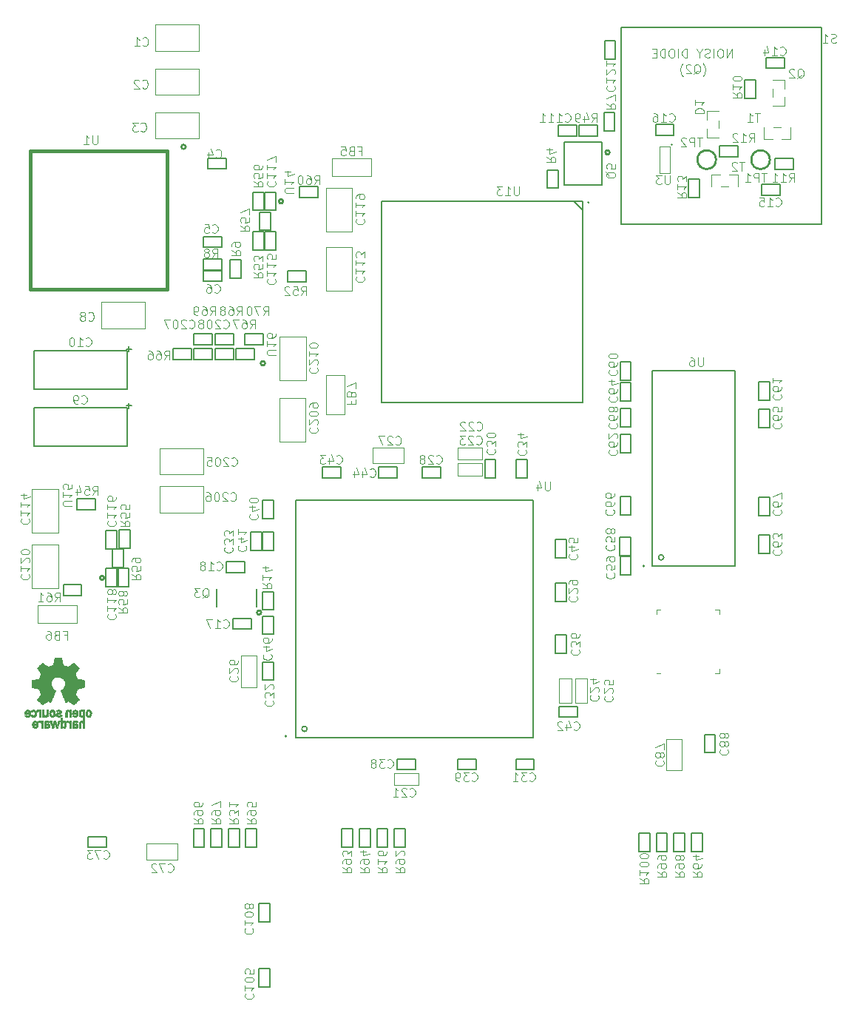
<source format=gbr>
G04 #@! TF.GenerationSoftware,KiCad,Pcbnew,(5.1.6)-1*
G04 #@! TF.CreationDate,2020-09-23T13:58:02+03:00*
G04 #@! TF.ProjectId,Cryptech Alpha,43727970-7465-4636-9820-416c7068612e,rev?*
G04 #@! TF.SameCoordinates,Original*
G04 #@! TF.FileFunction,Legend,Bot*
G04 #@! TF.FilePolarity,Positive*
%FSLAX46Y46*%
G04 Gerber Fmt 4.6, Leading zero omitted, Abs format (unit mm)*
G04 Created by KiCad (PCBNEW (5.1.6)-1) date 2020-09-23 13:58:02*
%MOMM*%
%LPD*%
G01*
G04 APERTURE LIST*
%ADD10C,0.062500*%
%ADD11C,0.150000*%
%ADD12C,0.254000*%
%ADD13C,0.037500*%
%ADD14C,0.200000*%
%ADD15C,0.100000*%
%ADD16C,0.120000*%
%ADD17C,0.050000*%
%ADD18C,0.406400*%
%ADD19C,0.203200*%
%ADD20C,0.010000*%
G04 APERTURE END LIST*
D10*
X68728400Y80234800D02*
G75*
G03*
X68728400Y80234800I-125000J0D01*
G01*
D11*
X36391800Y20013600D02*
G75*
G03*
X36391800Y20013600I-300000J0D01*
G01*
D10*
X34066800Y19163600D02*
G75*
G03*
X34066800Y19163600I-125000J0D01*
G01*
D12*
X89382600Y85140800D02*
G75*
G03*
X89382600Y85140800I-1066800J0D01*
G01*
X83210400Y85140800D02*
G75*
G03*
X83210400Y85140800I-1066800J0D01*
G01*
X13142820Y37287200D02*
G75*
G03*
X13142820Y37287200I-239620J0D01*
G01*
X33640620Y80365600D02*
G75*
G03*
X33640620Y80365600I-239620J0D01*
G01*
X22490020Y86614000D02*
G75*
G03*
X22490020Y86614000I-239620J0D01*
G01*
X31557820Y61849000D02*
G75*
G03*
X31557820Y61849000I-239620J0D01*
G01*
X71029420Y85979000D02*
G75*
G03*
X71029420Y85979000I-239620J0D01*
G01*
D13*
X78218400Y86840800D02*
G75*
G03*
X78218400Y86840800I-75000J0D01*
G01*
D12*
X31130420Y33324000D02*
G75*
G03*
X31130420Y33324000I-239620J0D01*
G01*
D10*
X75045400Y38626400D02*
G75*
G03*
X75045400Y38626400I-125000J0D01*
G01*
D11*
X77220400Y39626400D02*
G75*
G03*
X77220400Y39626400I-300000J0D01*
G01*
X30875000Y-7450000D02*
X31375000Y-7450000D01*
X30875000Y-9550000D02*
X30875000Y-7450000D01*
X30875000Y-9550010D02*
X32125000Y-9550010D01*
X32125010Y-9550000D02*
X32125010Y-7450000D01*
X31375000Y-7450000D02*
X32125000Y-7450000D01*
D14*
X44953400Y57384800D02*
X67953400Y57384800D01*
X44953400Y80384800D02*
X67953400Y80384800D01*
X44953400Y57384800D02*
X44953400Y80384800D01*
X67953400Y57384800D02*
X67953400Y80384800D01*
X66953400Y80384800D02*
X67953400Y79384800D01*
X35091800Y46213600D02*
X62291800Y46213600D01*
X35091800Y19013600D02*
X62291800Y19013600D01*
X62291800Y19013600D02*
X62291800Y46213600D01*
X35091800Y19013600D02*
X35091800Y46213600D01*
D15*
X83751000Y82053200D02*
X84651000Y82053200D01*
X84701000Y83453200D02*
X85701000Y83453200D01*
X85701000Y82053200D02*
X85701000Y83453200D01*
X82701000Y83453200D02*
X83701000Y83453200D01*
X82701000Y82053200D02*
X82701000Y83453200D01*
X91720800Y87463400D02*
X91720800Y88863400D01*
X90720800Y87463400D02*
X91720800Y87463400D01*
X88720800Y87463400D02*
X88720800Y88863400D01*
X88720800Y87463400D02*
X89720800Y87463400D01*
X89770800Y88863400D02*
X90670800Y88863400D01*
X89673200Y92336200D02*
X89673200Y93236200D01*
X91073200Y91286200D02*
X91073200Y92286200D01*
X89673200Y91286200D02*
X91073200Y91286200D01*
X91073200Y93286200D02*
X91073200Y94286200D01*
X89673200Y94286200D02*
X91073200Y94286200D01*
X82154800Y87679400D02*
X83554800Y87679400D01*
X82154800Y87679400D02*
X82154800Y88679400D01*
X82154800Y90679400D02*
X83554800Y90679400D01*
X82154800Y89679400D02*
X82154800Y90679400D01*
X83554800Y88729400D02*
X83554800Y89629400D01*
D11*
X27974010Y62265400D02*
X27974010Y63015400D01*
X25874000Y62265390D02*
X27974000Y62265390D01*
X25873990Y62265400D02*
X25873990Y63515400D01*
X25874000Y63515410D02*
X27974000Y63515410D01*
X27974010Y63015400D02*
X27974010Y63515400D01*
X25535610Y63015400D02*
X25535610Y63515400D01*
X23435600Y63515410D02*
X25535600Y63515410D01*
X23435590Y62265400D02*
X23435590Y63515400D01*
X23435600Y62265390D02*
X25535600Y62265390D01*
X25535610Y62265400D02*
X25535610Y63015400D01*
X71200000Y96649990D02*
X71700000Y96649990D01*
X71700000Y96650000D02*
X71700000Y98750000D01*
X70450000Y98750010D02*
X71700000Y98750010D01*
X70449990Y96650000D02*
X70449990Y98750000D01*
X70450000Y96649990D02*
X71200000Y96649990D01*
X13350000Y36299990D02*
X14100000Y36299990D01*
X13350000Y36300000D02*
X13350000Y38400000D01*
X13350000Y38400000D02*
X14600000Y38400000D01*
X14600010Y36300000D02*
X14600010Y38400000D01*
X14100000Y36299990D02*
X14600000Y36299990D01*
X31556800Y81441010D02*
X32056800Y81441010D01*
X31556790Y79341000D02*
X31556790Y81441000D01*
X31556800Y79340990D02*
X32806800Y79340990D01*
X32806810Y79341000D02*
X32806810Y81441000D01*
X32056800Y81441010D02*
X32806800Y81441010D01*
X13825000Y42675000D02*
X14575000Y42675000D01*
X14575010Y40575000D02*
X14575010Y42675000D01*
X13325000Y40574990D02*
X14575000Y40574990D01*
X13324990Y40575000D02*
X13324990Y42675000D01*
X13325000Y42675000D02*
X13825000Y42675000D01*
X32306800Y74794390D02*
X32806800Y74794390D01*
X32806810Y74794400D02*
X32806810Y76894400D01*
X31556800Y76894410D02*
X32806800Y76894410D01*
X31556790Y74794400D02*
X31556790Y76894400D01*
X31556800Y74794390D02*
X32306800Y74794390D01*
X67250410Y88567800D02*
X67250410Y89067800D01*
X65150400Y89067810D02*
X67250400Y89067810D01*
X65150400Y87817800D02*
X65150400Y89067800D01*
X65150400Y87817790D02*
X67250400Y87817790D01*
X67250410Y87817800D02*
X67250410Y88567800D01*
X31359200Y50000D02*
X32109200Y50000D01*
X32109200Y-2050000D02*
X32109200Y50000D01*
X30859200Y-2050010D02*
X32109200Y-2050010D01*
X30859190Y-2050000D02*
X30859190Y50000D01*
X30859200Y50000D02*
X31359200Y50000D01*
X82383380Y19384870D02*
X83133380Y19384870D01*
X83133380Y17284860D02*
X83133380Y19384860D01*
X81883380Y17284850D02*
X83133380Y17284850D01*
X81883370Y17284860D02*
X81883370Y19384860D01*
X81883380Y19384870D02*
X82383380Y19384870D01*
X13422030Y7191030D02*
X13422030Y7691020D01*
X11322020Y7691030D02*
X13422020Y7691030D01*
X11322010Y6441020D02*
X11322010Y7691020D01*
X11322020Y6441020D02*
X13422020Y6441020D01*
X13422030Y6441020D02*
X13422030Y7191030D01*
X72222200Y56701410D02*
X72722200Y56701410D01*
X72222190Y54601400D02*
X72222190Y56701400D01*
X72222200Y54601390D02*
X73472200Y54601390D01*
X73472210Y54601400D02*
X73472210Y56701400D01*
X72722200Y56701410D02*
X73472200Y56701410D01*
X88097200Y44437390D02*
X88847200Y44437390D01*
X88097190Y44437400D02*
X88097190Y46537400D01*
X88097200Y46537410D02*
X89347200Y46537410D01*
X89347210Y44437400D02*
X89347210Y46537400D01*
X88847200Y44437390D02*
X89347200Y44437390D01*
X72222200Y46592210D02*
X72722200Y46592210D01*
X72222190Y44492200D02*
X72222190Y46592200D01*
X72222200Y44492190D02*
X73472200Y44492190D01*
X73472210Y44492200D02*
X73472210Y46592200D01*
X72722200Y46592210D02*
X73472200Y46592210D01*
X88097200Y54495790D02*
X88847200Y54495790D01*
X88097190Y54495800D02*
X88097190Y56595800D01*
X88097200Y56595810D02*
X89347200Y56595810D01*
X89347210Y54495800D02*
X89347210Y56595800D01*
X88847200Y54495790D02*
X89347200Y54495790D01*
X72222200Y59647810D02*
X72722200Y59647810D01*
X72222190Y57547800D02*
X72222190Y59647800D01*
X72222200Y57547790D02*
X73472200Y57547790D01*
X73472210Y57547800D02*
X73472210Y59647800D01*
X72722200Y59647810D02*
X73472200Y59647810D01*
X88597200Y42198010D02*
X89347200Y42198010D01*
X89347210Y40098000D02*
X89347210Y42198000D01*
X88097200Y40097990D02*
X89347200Y40097990D01*
X88097190Y40098000D02*
X88097190Y42198000D01*
X88097200Y42198010D02*
X88597200Y42198010D01*
X72222200Y53678810D02*
X72722200Y53678810D01*
X72222190Y51578800D02*
X72222190Y53678800D01*
X72222200Y51578790D02*
X73472200Y51578790D01*
X73472210Y51578800D02*
X73472210Y53678800D01*
X72722200Y53678810D02*
X73472200Y53678810D01*
X88097200Y57615990D02*
X88847200Y57615990D01*
X88097190Y57616000D02*
X88097190Y59716000D01*
X88097200Y59716000D02*
X89347200Y59716000D01*
X89347210Y57616000D02*
X89347210Y59716000D01*
X88847200Y57615990D02*
X89347200Y57615990D01*
X72972200Y59906790D02*
X73472200Y59906790D01*
X73472210Y59906800D02*
X73472210Y62006800D01*
X72222200Y62006810D02*
X73472200Y62006810D01*
X72222190Y59906800D02*
X72222190Y62006800D01*
X72222200Y59906790D02*
X72972200Y59906790D01*
X72722200Y39732610D02*
X73472200Y39732610D01*
X73472210Y37632600D02*
X73472210Y39732600D01*
X72222200Y37632590D02*
X73472200Y37632590D01*
X72222190Y37632600D02*
X72222190Y39732600D01*
X72222200Y39732610D02*
X72722200Y39732610D01*
X72947200Y39842390D02*
X73447200Y39842390D01*
X73447200Y39842400D02*
X73447200Y41942400D01*
X72197200Y41942410D02*
X73447200Y41942410D01*
X72197190Y39842400D02*
X72197190Y41942400D01*
X72197200Y39842390D02*
X72947200Y39842390D01*
X31302800Y32927010D02*
X31802800Y32927010D01*
X31302790Y30827000D02*
X31302790Y32927000D01*
X31302800Y30826990D02*
X32552800Y30826990D01*
X32552810Y30827000D02*
X32552810Y32927000D01*
X31802800Y32927010D02*
X32552800Y32927010D01*
X64805400Y39564590D02*
X65555400Y39564590D01*
X64805390Y39564600D02*
X64805390Y41664600D01*
X64805400Y41664610D02*
X66055400Y41664610D01*
X66055410Y39564600D02*
X66055410Y41664600D01*
X65555400Y39564590D02*
X66055400Y39564590D01*
X46693810Y49477200D02*
X46693810Y49977200D01*
X44593800Y49977210D02*
X46693800Y49977210D01*
X44593790Y48727200D02*
X44593790Y49977200D01*
X44593800Y48727190D02*
X46693800Y48727190D01*
X46693810Y48727200D02*
X46693810Y49477200D01*
X38167590Y49227200D02*
X38167590Y49977200D01*
X38167600Y49977210D02*
X40267600Y49977210D01*
X40267610Y48727200D02*
X40267610Y49977200D01*
X38167600Y48727190D02*
X40267600Y48727190D01*
X38167590Y48727200D02*
X38167590Y49227200D01*
X65243990Y21346000D02*
X65243990Y21846000D01*
X65244000Y21345990D02*
X67344000Y21345990D01*
X67344010Y21346000D02*
X67344010Y22596000D01*
X65244000Y22596010D02*
X67344000Y22596010D01*
X65243990Y21846000D02*
X65243990Y22596000D01*
X31302800Y40428190D02*
X32052800Y40428190D01*
X31302790Y40428200D02*
X31302790Y42528200D01*
X31302800Y42528210D02*
X32552800Y42528210D01*
X32552810Y40428200D02*
X32552810Y42528200D01*
X32052800Y40428190D02*
X32552800Y40428190D01*
X31302800Y46185810D02*
X31802800Y46185810D01*
X31302790Y44085800D02*
X31302790Y46185800D01*
X31302800Y44085790D02*
X32552800Y44085790D01*
X32552810Y44085800D02*
X32552810Y46185800D01*
X31802800Y46185810D02*
X32552800Y46185810D01*
X53636190Y15826200D02*
X53636190Y16576200D01*
X53636200Y16576210D02*
X55736200Y16576210D01*
X55736210Y15326200D02*
X55736210Y16576200D01*
X53636200Y15326190D02*
X55736200Y15326190D01*
X53636190Y15326200D02*
X53636190Y15826200D01*
X46676590Y15326200D02*
X46676590Y15826200D01*
X46676600Y15326190D02*
X48776600Y15326190D01*
X48776610Y15326200D02*
X48776610Y16576200D01*
X46676600Y16576210D02*
X48776600Y16576210D01*
X46676590Y15826200D02*
X46676590Y16576200D01*
X65555400Y28693390D02*
X66055400Y28693390D01*
X66055410Y28693400D02*
X66055410Y30793400D01*
X64805400Y30793410D02*
X66055400Y30793410D01*
X64805390Y28693400D02*
X64805390Y30793400D01*
X64805400Y28693390D02*
X65555400Y28693390D01*
X61059600Y48733990D02*
X61559600Y48733990D01*
X61559610Y48734000D02*
X61559610Y50834000D01*
X60309600Y50834010D02*
X61559600Y50834010D01*
X60309590Y48734000D02*
X60309590Y50834000D01*
X60309600Y48733990D02*
X61059600Y48733990D01*
X29905800Y40428190D02*
X30655800Y40428190D01*
X29905790Y40428200D02*
X29905790Y42528200D01*
X29905800Y42528210D02*
X31155800Y42528210D01*
X31155810Y40428200D02*
X31155810Y42528200D01*
X30655800Y40428190D02*
X31155800Y40428190D01*
X31302800Y27669210D02*
X31802800Y27669210D01*
X31302790Y25569200D02*
X31302790Y27669200D01*
X31302800Y25569190D02*
X32552800Y25569190D01*
X32552810Y25569200D02*
X32552810Y27669200D01*
X31802800Y27669210D02*
X32552800Y27669210D01*
X60290990Y15826200D02*
X60290990Y16576200D01*
X60291000Y16576210D02*
X62391000Y16576210D01*
X62391010Y15326200D02*
X62391010Y16576200D01*
X60291000Y15326190D02*
X62391000Y15326190D01*
X60290990Y15326200D02*
X60290990Y15826200D01*
X57478200Y48733990D02*
X57978200Y48733990D01*
X57978210Y48734000D02*
X57978210Y50834000D01*
X56728200Y50834010D02*
X57978200Y50834010D01*
X56728190Y48734000D02*
X56728190Y50834000D01*
X56728200Y48733990D02*
X57478200Y48733990D01*
X65305400Y36711610D02*
X66055400Y36711610D01*
X66055410Y34611600D02*
X66055410Y36711600D01*
X64805400Y34611590D02*
X66055400Y34611590D01*
X64805390Y34611600D02*
X64805390Y36711600D01*
X64805400Y36711610D02*
X65305400Y36711610D01*
X51697610Y49477200D02*
X51697610Y49977200D01*
X49597600Y49977210D02*
X51697600Y49977210D01*
X49597590Y48727200D02*
X49597590Y49977200D01*
X49597600Y48727190D02*
X51697600Y48727190D01*
X51697610Y48727200D02*
X51697610Y49477200D01*
X29225010Y37925000D02*
X29225010Y38675000D01*
X27125000Y37924990D02*
X29225000Y37924990D01*
X27125000Y37925000D02*
X27125000Y39175000D01*
X27125000Y39175000D02*
X29225000Y39175000D01*
X29225010Y38675000D02*
X29225010Y39175000D01*
X27874990Y31425000D02*
X27874990Y31925000D01*
X27875000Y31424990D02*
X29975000Y31424990D01*
X29975000Y31425000D02*
X29975000Y32675000D01*
X27875000Y32675000D02*
X29975000Y32675000D01*
X27874990Y31925000D02*
X27874990Y32675000D01*
X78393010Y87919400D02*
X78393010Y88669400D01*
X76293000Y87919390D02*
X78393000Y87919390D01*
X76292990Y87919400D02*
X76292990Y89169400D01*
X76293000Y89169410D02*
X78393000Y89169410D01*
X78393010Y88669400D02*
X78393010Y89169400D01*
X90534210Y81811400D02*
X90534210Y82311400D01*
X88434200Y82311410D02*
X90534200Y82311410D01*
X88434190Y81061400D02*
X88434190Y82311400D01*
X88434200Y81061390D02*
X90534200Y81061390D01*
X90534210Y81061400D02*
X90534210Y81811400D01*
X91042210Y95590200D02*
X91042210Y96340200D01*
X88942200Y95590190D02*
X91042200Y95590190D01*
X88942190Y95590200D02*
X88942190Y96840200D01*
X88942200Y96840210D02*
X91042200Y96840210D01*
X91042210Y96340200D02*
X91042210Y96840200D01*
X24527790Y71206200D02*
X24527790Y71706200D01*
X24527800Y71206190D02*
X26627800Y71206190D01*
X26627810Y71206200D02*
X26627810Y72456200D01*
X24527800Y72456210D02*
X26627800Y72456210D01*
X24527790Y71706200D02*
X24527790Y72456200D01*
X24499990Y75600000D02*
X24499990Y76350000D01*
X24500000Y76350000D02*
X26600000Y76350000D01*
X26600010Y75100000D02*
X26600010Y76350000D01*
X24500000Y75099990D02*
X26600000Y75099990D01*
X24499990Y75100000D02*
X24499990Y75600000D01*
X25050000Y84075000D02*
X25050000Y84575000D01*
X25050000Y84075000D02*
X27150000Y84075000D01*
X27150010Y84075000D02*
X27150010Y85325000D01*
X25050000Y85325010D02*
X27150000Y85325010D01*
X25050000Y84575000D02*
X25050000Y85325000D01*
D16*
X67792600Y22984000D02*
X68492600Y22984000D01*
X68492600Y22984000D02*
X68492600Y25784000D01*
X67092600Y25784000D02*
X68492600Y25784000D01*
X67092600Y22984000D02*
X67092600Y25784000D01*
X67092600Y22984000D02*
X67792600Y22984000D01*
X65263800Y22984000D02*
X65963800Y22984000D01*
X65263800Y22984000D02*
X65263800Y25784000D01*
X65263800Y25784000D02*
X66663800Y25784000D01*
X66663800Y22984000D02*
X66663800Y25784000D01*
X65963800Y22984000D02*
X66663800Y22984000D01*
X56467200Y49682400D02*
X56467200Y50382400D01*
X53667200Y50382400D02*
X56467200Y50382400D01*
X53667200Y48982400D02*
X53667200Y50382400D01*
X53667200Y48982400D02*
X56467200Y48982400D01*
X56467200Y48982400D02*
X56467200Y49682400D01*
X56467200Y50811200D02*
X56467200Y51511200D01*
X53667200Y50811200D02*
X56467200Y50811200D01*
X53667200Y50811200D02*
X53667200Y52211200D01*
X53667200Y52211200D02*
X56467200Y52211200D01*
X56467200Y51511200D02*
X56467200Y52211200D01*
X46326600Y13549400D02*
X46326600Y14249400D01*
X46326600Y13549400D02*
X49126600Y13549400D01*
X49126600Y13549400D02*
X49126600Y14949400D01*
X46326600Y14949400D02*
X49126600Y14949400D01*
X46326600Y14249400D02*
X46326600Y14949400D01*
X78403810Y15270950D02*
X79303810Y15270950D01*
X79303810Y15270950D02*
X79303810Y18870960D01*
X77503810Y18870960D02*
X79303810Y18870960D01*
X77503810Y15270950D02*
X77503810Y18870960D01*
X77503810Y15270950D02*
X78403810Y15270950D01*
X17975860Y5061430D02*
X17975860Y5961430D01*
X17975860Y5061430D02*
X21575860Y5061430D01*
X21575860Y5061430D02*
X21575860Y6861430D01*
X17975860Y6861430D02*
X21575860Y6861430D01*
X17975860Y5961430D02*
X17975860Y6861430D01*
X47494600Y50433400D02*
X47494600Y51333400D01*
X43894600Y50433400D02*
X47494600Y50433400D01*
X43894600Y50433400D02*
X43894600Y52233400D01*
X43894600Y52233400D02*
X47494600Y52233400D01*
X47494600Y51333400D02*
X47494600Y52233400D01*
X28818000Y28368400D02*
X29718000Y28368400D01*
X28818000Y24768400D02*
X28818000Y28368400D01*
X28818000Y24768400D02*
X30618000Y24768400D01*
X30618000Y24768400D02*
X30618000Y28368400D01*
X29718000Y28368400D02*
X30618000Y28368400D01*
D17*
X38574000Y55966800D02*
X40674000Y55966800D01*
X40674000Y55966800D02*
X40674000Y60466800D01*
X38574000Y60466800D02*
X40674000Y60466800D01*
X38574000Y55966800D02*
X38574000Y60466800D01*
X5547800Y34197000D02*
X10047800Y34197000D01*
X10047800Y32097000D02*
X10047800Y34197000D01*
X5547800Y32097000D02*
X10047800Y32097000D01*
X5547800Y32097000D02*
X5547800Y34197000D01*
X39202800Y83227200D02*
X39202800Y85327200D01*
X39202800Y83227200D02*
X43702800Y83227200D01*
X43702800Y83227200D02*
X43702800Y85327200D01*
X39202800Y85327200D02*
X43702800Y85327200D01*
D16*
X34747200Y59907800D02*
X36247200Y59907800D01*
X36247200Y59907800D02*
X36247200Y64907800D01*
X33247200Y64907800D02*
X36247200Y64907800D01*
X33247200Y59907800D02*
X33247200Y64907800D01*
X33247200Y59907800D02*
X34747200Y59907800D01*
X34696400Y57846600D02*
X36196400Y57846600D01*
X36196400Y52846600D02*
X36196400Y57846600D01*
X33196400Y52846600D02*
X36196400Y52846600D01*
X33196400Y52846600D02*
X33196400Y57846600D01*
X33196400Y57846600D02*
X34696400Y57846600D01*
X19547200Y44778800D02*
X19547200Y46278800D01*
X19547200Y44778800D02*
X24547200Y44778800D01*
X24547200Y44778800D02*
X24547200Y47778800D01*
X19547200Y47778800D02*
X24547200Y47778800D01*
X19547200Y46278800D02*
X19547200Y47778800D01*
X19547200Y50647600D02*
X19547200Y52147600D01*
X19547200Y52147600D02*
X24547200Y52147600D01*
X24547200Y49147600D02*
X24547200Y52147600D01*
X19547200Y49147600D02*
X24547200Y49147600D01*
X19547200Y49147600D02*
X19547200Y50647600D01*
X4900800Y36082600D02*
X6400800Y36082600D01*
X4900800Y36082600D02*
X4900800Y41082600D01*
X4900800Y41082600D02*
X7900800Y41082600D01*
X7900800Y36082600D02*
X7900800Y41082600D01*
X6400800Y36082600D02*
X7900800Y36082600D01*
X38555800Y81900400D02*
X40055800Y81900400D01*
X38555800Y76900400D02*
X38555800Y81900400D01*
X38555800Y76900400D02*
X41555800Y76900400D01*
X41555800Y76900400D02*
X41555800Y81900400D01*
X40055800Y81900400D02*
X41555800Y81900400D01*
X6400800Y47432600D02*
X7900800Y47432600D01*
X7900800Y42432600D02*
X7900800Y47432600D01*
X4900800Y42432600D02*
X7900800Y42432600D01*
X4900800Y42432600D02*
X4900800Y47432600D01*
X4900800Y47432600D02*
X6400800Y47432600D01*
X40055800Y70118600D02*
X41555800Y70118600D01*
X41555800Y70118600D02*
X41555800Y75118600D01*
X38555800Y75118600D02*
X41555800Y75118600D01*
X38555800Y70118600D02*
X38555800Y75118600D01*
X38555800Y70118600D02*
X40055800Y70118600D01*
X17790800Y65835400D02*
X17790800Y67335400D01*
X12790800Y65835400D02*
X17790800Y65835400D01*
X12790800Y65835400D02*
X12790800Y68835400D01*
X12790800Y68835400D02*
X17790800Y68835400D01*
X17790800Y67335400D02*
X17790800Y68835400D01*
X18963000Y87552400D02*
X18963000Y89052400D01*
X18963000Y87552400D02*
X23963000Y87552400D01*
X23963000Y87552400D02*
X23963000Y90552400D01*
X18963000Y90552400D02*
X23963000Y90552400D01*
X18963000Y89052400D02*
X18963000Y90552400D01*
X18963000Y94068900D02*
X18963000Y95568900D01*
X18963000Y95568900D02*
X23963000Y95568900D01*
X23963000Y92568900D02*
X23963000Y95568900D01*
X18963000Y92568900D02*
X23963000Y92568900D01*
X18963000Y92568900D02*
X18963000Y94068900D01*
X18963000Y97585400D02*
X18963000Y99085400D01*
X18963000Y97585400D02*
X23963000Y97585400D01*
X23963000Y97585400D02*
X23963000Y100585400D01*
X18963000Y100585400D02*
X23963000Y100585400D01*
X18963000Y99085400D02*
X18963000Y100585400D01*
D11*
X15814800Y61061600D02*
X15814800Y63261600D01*
X5114800Y63261600D02*
X15814800Y63261600D01*
X5114800Y58861600D02*
X5114800Y63261600D01*
X5114800Y58861600D02*
X15814800Y58861600D01*
X15814800Y58861600D02*
X15814800Y61061600D01*
X15994800Y63161600D02*
X15994800Y63761600D01*
X15694800Y63461600D02*
X16294800Y63461600D01*
X15694800Y56984600D02*
X16294800Y56984600D01*
X15994800Y56684600D02*
X15994800Y57284600D01*
X15814800Y52384600D02*
X15814800Y54584600D01*
X5114800Y52384600D02*
X15814800Y52384600D01*
X5114800Y52384600D02*
X5114800Y56784600D01*
X5114800Y56784600D02*
X15814800Y56784600D01*
X15814800Y54584600D02*
X15814800Y56784600D01*
D18*
X20320000Y70332600D02*
X20320000Y86182800D01*
X4673600Y86182800D02*
X20320000Y86182800D01*
X4673600Y70332600D02*
X4673600Y86182800D01*
X4673600Y70332600D02*
X20320000Y70332600D01*
D19*
X65836800Y82245200D02*
X70154800Y82245200D01*
X70154800Y82245200D02*
X70154800Y87122000D01*
X65836800Y82245200D02*
X65836800Y87122000D01*
X65836800Y87122000D02*
X70129400Y87122000D01*
D16*
X76768400Y83640800D02*
X76768400Y86640800D01*
X77968400Y83640800D02*
X77968400Y86640800D01*
X76768400Y83640800D02*
X77968400Y83640800D01*
X76768400Y86640800D02*
X77968400Y86640800D01*
D11*
X30567600Y33986800D02*
X30567600Y35991000D01*
X26064800Y33986800D02*
X26064800Y35991000D01*
X75000000Y5949990D02*
X75625000Y5949990D01*
X75625000Y5950000D02*
X75625000Y8050000D01*
X74375000Y8050000D02*
X75625000Y8050000D01*
X74375000Y8050000D02*
X74375010Y5950000D01*
X74375000Y5949990D02*
X75000000Y5949990D01*
X76375000Y5949990D02*
X77000000Y5949990D01*
X76375000Y8050000D02*
X76375010Y5950000D01*
X76375000Y8050000D02*
X77625000Y8050000D01*
X77625000Y5950000D02*
X77625000Y8050000D01*
X77000000Y5949990D02*
X77625000Y5949990D01*
X79000000Y5949990D02*
X79625000Y5949990D01*
X79625000Y5950000D02*
X79625000Y8050000D01*
X78375000Y8050000D02*
X79625000Y8050000D01*
X78375000Y8050000D02*
X78375010Y5950000D01*
X78375000Y5949990D02*
X79000000Y5949990D01*
X25375000Y6449990D02*
X26000000Y6449990D01*
X25375000Y8550000D02*
X25375010Y6450000D01*
X25375000Y8550000D02*
X26625000Y8550000D01*
X26625000Y6450000D02*
X26625000Y8550000D01*
X26000000Y6449990D02*
X26625000Y6449990D01*
X24000000Y6449990D02*
X24625000Y6449990D01*
X24625000Y6450000D02*
X24625000Y8550000D01*
X23375000Y8550000D02*
X24625000Y8550000D01*
X23375000Y8550000D02*
X23375010Y6450000D01*
X23375000Y6449990D02*
X24000000Y6449990D01*
X29375000Y6449990D02*
X30000000Y6449990D01*
X29375000Y8550000D02*
X29375010Y6450000D01*
X29375000Y8550000D02*
X30625000Y8550000D01*
X30625000Y6450000D02*
X30625000Y8550000D01*
X30000000Y6449990D02*
X30625000Y6449990D01*
X43000000Y6449990D02*
X43625000Y6449990D01*
X43625000Y6450000D02*
X43625000Y8550000D01*
X42375000Y8550000D02*
X43625000Y8550000D01*
X42375000Y8550000D02*
X42375010Y6450000D01*
X42375000Y6449990D02*
X43000000Y6449990D01*
X40375000Y6449990D02*
X41000000Y6449990D01*
X40375000Y8550000D02*
X40375010Y6450000D01*
X40375000Y8550000D02*
X41625000Y8550000D01*
X41625000Y6450000D02*
X41625000Y8550000D01*
X41000000Y6449990D02*
X41625000Y6449990D01*
X47000000Y6449990D02*
X47625000Y6449990D01*
X47625000Y6450000D02*
X47625000Y8550000D01*
X46375000Y8550000D02*
X47625000Y8550000D01*
X46375000Y8550000D02*
X46375010Y6450000D01*
X46375000Y6449990D02*
X47000000Y6449990D01*
X31352210Y63941800D02*
X31352210Y64566800D01*
X29252200Y63941800D02*
X31352200Y63941810D01*
X29252200Y63941800D02*
X29252200Y65191800D01*
X29252200Y65191800D02*
X31352200Y65191800D01*
X31352210Y64566800D02*
X31352210Y65191800D01*
X23435590Y63941800D02*
X23435590Y64566800D01*
X23435600Y63941800D02*
X25535600Y63941800D01*
X25535600Y63941800D02*
X25535600Y65191800D01*
X23435600Y65191790D02*
X25535600Y65191800D01*
X23435590Y64566800D02*
X23435590Y65191800D01*
X25873990Y64566800D02*
X25873990Y65191800D01*
X25874000Y65191790D02*
X27974000Y65191800D01*
X27974000Y63941800D02*
X27974000Y65191800D01*
X25874000Y63941800D02*
X27974000Y63941800D01*
X25873990Y63941800D02*
X25873990Y64566800D01*
X28261590Y62265400D02*
X28261590Y62890400D01*
X28261600Y62265400D02*
X30361600Y62265400D01*
X30361600Y62265400D02*
X30361600Y63515400D01*
X28261600Y63515390D02*
X30361600Y63515400D01*
X28261590Y62890400D02*
X28261590Y63515400D01*
X21022590Y62890400D02*
X21022590Y63515400D01*
X21022600Y63515390D02*
X23122600Y63515400D01*
X23122600Y62265400D02*
X23122600Y63515400D01*
X21022600Y62265400D02*
X23122600Y62265400D01*
X21022590Y62265400D02*
X21022590Y62890400D01*
X80375000Y5949990D02*
X81000000Y5949990D01*
X80375000Y8050000D02*
X80375010Y5950000D01*
X80375000Y8050000D02*
X81625000Y8050000D01*
X81625000Y5950000D02*
X81625000Y8050000D01*
X81000000Y5949990D02*
X81625000Y5949990D01*
X10575010Y35864800D02*
X10575010Y36489800D01*
X8475000Y36489800D02*
X10575000Y36489800D01*
X8475000Y35239800D02*
X8475000Y36489800D01*
X8475000Y35239800D02*
X10575000Y35239810D01*
X10575010Y35239800D02*
X10575010Y35864800D01*
X35549990Y81475000D02*
X35549990Y82100000D01*
X35550000Y82099990D02*
X37650000Y82100000D01*
X37650000Y80850000D02*
X37650000Y82100000D01*
X35550000Y80850000D02*
X37650000Y80850000D01*
X35549990Y80850000D02*
X35549990Y81475000D01*
X14107000Y40597810D02*
X14732000Y40597810D01*
X14107000Y38497800D02*
X14107000Y40597800D01*
X14107000Y38497800D02*
X15357000Y38497800D01*
X15356990Y40597800D02*
X15357000Y38497800D01*
X14732000Y40597810D02*
X15357000Y40597810D01*
X15367000Y38388010D02*
X15992000Y38388010D01*
X15991990Y38388000D02*
X15992000Y36288000D01*
X14742000Y36288000D02*
X15992000Y36288000D01*
X14742000Y36288000D02*
X14742000Y38388000D01*
X14742000Y38388010D02*
X15367000Y38388010D01*
X31546800Y77054990D02*
X32171800Y77054990D01*
X32171800Y77055000D02*
X32171800Y79155000D01*
X30921800Y79155000D02*
X32171800Y79155000D01*
X30921800Y79155000D02*
X30921810Y77055000D01*
X30921800Y77054990D02*
X31546800Y77054990D01*
X30185200Y79340990D02*
X30810200Y79340990D01*
X30185200Y81441000D02*
X30185210Y79341000D01*
X30185200Y81441000D02*
X31435200Y81441000D01*
X31435200Y79341000D02*
X31435200Y81441000D01*
X30810200Y79340990D02*
X31435200Y79340990D01*
X15519400Y40682190D02*
X16144400Y40682190D01*
X16144400Y40682200D02*
X16144400Y42782200D01*
X14894400Y42782200D02*
X16144400Y42782200D01*
X14894400Y42782200D02*
X14894410Y40682200D01*
X14894400Y40682190D02*
X15519400Y40682190D01*
X12141810Y45095000D02*
X12141810Y45720000D01*
X10041800Y45095000D02*
X12141800Y45095010D01*
X10041800Y45095000D02*
X10041800Y46345000D01*
X10041800Y46345000D02*
X12141800Y46345000D01*
X12141810Y45720000D02*
X12141810Y46345000D01*
X30185200Y76894410D02*
X30810200Y76894410D01*
X30185200Y74794400D02*
X30185200Y76894400D01*
X30185200Y74794400D02*
X31435200Y74794400D01*
X31435190Y76894400D02*
X31435200Y74794400D01*
X30810200Y76894410D02*
X31435200Y76894410D01*
X34179790Y71805800D02*
X34179790Y72430800D01*
X34179800Y72430790D02*
X36279800Y72430800D01*
X36279800Y71180800D02*
X36279800Y72430800D01*
X34179800Y71180800D02*
X36279800Y71180800D01*
X34179790Y71180800D02*
X34179790Y71805800D01*
X69630010Y88442800D02*
X69630010Y89067800D01*
X67530000Y89067800D02*
X69630000Y89067800D01*
X67530000Y87817800D02*
X67530000Y89067800D01*
X67530000Y87817800D02*
X69630000Y87817810D01*
X69630010Y87817800D02*
X69630010Y88442800D01*
X28000000Y6449990D02*
X28625000Y6449990D01*
X28625000Y6450000D02*
X28625000Y8550000D01*
X27375000Y8550000D02*
X28625000Y8550000D01*
X27375000Y8550000D02*
X27375010Y6450000D01*
X27375000Y6449990D02*
X28000000Y6449990D01*
X44375000Y6449990D02*
X45000000Y6449990D01*
X44375000Y8550000D02*
X44375010Y6450000D01*
X44375000Y8550000D02*
X45625000Y8550000D01*
X45625000Y6450000D02*
X45625000Y8550000D01*
X45000000Y6449990D02*
X45625000Y6449990D01*
X31927800Y35721010D02*
X32552800Y35721010D01*
X32552790Y35721000D02*
X32552800Y33621000D01*
X31302800Y33621000D02*
X32552800Y33621000D01*
X31302800Y33621000D02*
X31302800Y35721000D01*
X31302800Y35721010D02*
X31927800Y35721010D01*
X80070800Y82939610D02*
X80695800Y82939610D01*
X80070800Y80839600D02*
X80070800Y82939600D01*
X80070800Y80839600D02*
X81320800Y80839600D01*
X81320790Y82939600D02*
X81320800Y80839600D01*
X80695800Y82939610D02*
X81320800Y82939610D01*
X85708210Y85481000D02*
X85708210Y86106000D01*
X83608200Y85481000D02*
X85708200Y85481010D01*
X83608200Y85481000D02*
X83608200Y86731000D01*
X83608200Y86731000D02*
X85708200Y86731000D01*
X85708210Y86106000D02*
X85708210Y86731000D01*
X92032810Y84632800D02*
X92032810Y85257800D01*
X89932800Y85257800D02*
X92032800Y85257800D01*
X89932800Y84007800D02*
X89932800Y85257800D01*
X89932800Y84007800D02*
X92032800Y84007810D01*
X92032810Y84007800D02*
X92032810Y84632800D01*
X86471600Y92193390D02*
X87096600Y92193390D01*
X86471600Y94293400D02*
X86471610Y92193400D01*
X86471600Y94293400D02*
X87721600Y94293400D01*
X87721600Y92193400D02*
X87721600Y94293400D01*
X87096600Y92193390D02*
X87721600Y92193390D01*
X28194000Y71568590D02*
X28819000Y71568590D01*
X28819000Y71568600D02*
X28819000Y73668600D01*
X27569000Y73668600D02*
X28819000Y73668600D01*
X27569000Y73668600D02*
X27569010Y71568600D01*
X27569000Y71568590D02*
X28194000Y71568590D01*
X26627810Y72552400D02*
X26627810Y73177400D01*
X24527800Y72552400D02*
X26627800Y72552410D01*
X24527800Y72552400D02*
X24527800Y73802400D01*
X24527800Y73802400D02*
X26627800Y73802400D01*
X26627810Y73177400D02*
X26627810Y73802400D01*
X71000000Y88449990D02*
X71625000Y88449990D01*
X71625000Y88450000D02*
X71625000Y90550000D01*
X70375000Y90550000D02*
X71625000Y90550000D01*
X70375000Y90550000D02*
X70375010Y88450000D01*
X70375000Y88449990D02*
X71000000Y88449990D01*
X63865600Y81880990D02*
X64490600Y81880990D01*
X63865600Y83981000D02*
X63865610Y81881000D01*
X63865600Y83981000D02*
X65115600Y83981000D01*
X65115600Y81881000D02*
X65115600Y83981000D01*
X64490600Y81880990D02*
X65115600Y81880990D01*
D14*
X75920400Y38626400D02*
X75920400Y61026400D01*
X85420400Y38626400D02*
X85420400Y61026400D01*
X75920400Y38626400D02*
X85420400Y38626400D01*
X75920400Y61026400D02*
X85420400Y61026400D01*
X72320000Y77745400D02*
X95320000Y77745400D01*
X72320000Y77745400D02*
X72320000Y100245400D01*
X72320000Y100245400D02*
X95320000Y100245400D01*
X95320000Y77745400D02*
X95320000Y100245400D01*
D15*
X17575476Y98242857D02*
X17623095Y98195238D01*
X17765952Y98147619D01*
X17861190Y98147619D01*
X18004047Y98195238D01*
X18099285Y98290476D01*
X18146904Y98385714D01*
X18194523Y98576190D01*
X18194523Y98719047D01*
X18146904Y98909523D01*
X18099285Y99004761D01*
X18004047Y99100000D01*
X17861190Y99147619D01*
X17765952Y99147619D01*
X17623095Y99100000D01*
X17575476Y99052380D01*
X16623095Y98147619D02*
X17194523Y98147619D01*
X16908809Y98147619D02*
X16908809Y99147619D01*
X17004047Y99004761D01*
X17099285Y98909523D01*
X17194523Y98861904D01*
X17525476Y93392857D02*
X17573095Y93345238D01*
X17715952Y93297619D01*
X17811190Y93297619D01*
X17954047Y93345238D01*
X18049285Y93440476D01*
X18096904Y93535714D01*
X18144523Y93726190D01*
X18144523Y93869047D01*
X18096904Y94059523D01*
X18049285Y94154761D01*
X17954047Y94250000D01*
X17811190Y94297619D01*
X17715952Y94297619D01*
X17573095Y94250000D01*
X17525476Y94202380D01*
X17144523Y94202380D02*
X17096904Y94250000D01*
X17001666Y94297619D01*
X16763571Y94297619D01*
X16668333Y94250000D01*
X16620714Y94202380D01*
X16573095Y94107142D01*
X16573095Y94011904D01*
X16620714Y93869047D01*
X17192142Y93297619D01*
X16573095Y93297619D01*
X17350476Y88467857D02*
X17398095Y88420238D01*
X17540952Y88372619D01*
X17636190Y88372619D01*
X17779047Y88420238D01*
X17874285Y88515476D01*
X17921904Y88610714D01*
X17969523Y88801190D01*
X17969523Y88944047D01*
X17921904Y89134523D01*
X17874285Y89229761D01*
X17779047Y89325000D01*
X17636190Y89372619D01*
X17540952Y89372619D01*
X17398095Y89325000D01*
X17350476Y89277380D01*
X17017142Y89372619D02*
X16398095Y89372619D01*
X16731428Y88991666D01*
X16588571Y88991666D01*
X16493333Y88944047D01*
X16445714Y88896428D01*
X16398095Y88801190D01*
X16398095Y88563095D01*
X16445714Y88467857D01*
X16493333Y88420238D01*
X16588571Y88372619D01*
X16874285Y88372619D01*
X16969523Y88420238D01*
X17017142Y88467857D01*
X25947876Y85444057D02*
X25995495Y85396438D01*
X26138352Y85348819D01*
X26233590Y85348819D01*
X26376447Y85396438D01*
X26471685Y85491676D01*
X26519304Y85586914D01*
X26566923Y85777390D01*
X26566923Y85920247D01*
X26519304Y86110723D01*
X26471685Y86205961D01*
X26376447Y86301200D01*
X26233590Y86348819D01*
X26138352Y86348819D01*
X25995495Y86301200D01*
X25947876Y86253580D01*
X25090733Y86015485D02*
X25090733Y85348819D01*
X25328828Y86396438D02*
X25566923Y85682152D01*
X24947876Y85682152D01*
X25541476Y76858857D02*
X25589095Y76811238D01*
X25731952Y76763619D01*
X25827190Y76763619D01*
X25970047Y76811238D01*
X26065285Y76906476D01*
X26112904Y77001714D01*
X26160523Y77192190D01*
X26160523Y77335047D01*
X26112904Y77525523D01*
X26065285Y77620761D01*
X25970047Y77716000D01*
X25827190Y77763619D01*
X25731952Y77763619D01*
X25589095Y77716000D01*
X25541476Y77668380D01*
X24636714Y77763619D02*
X25112904Y77763619D01*
X25160523Y77287428D01*
X25112904Y77335047D01*
X25017666Y77382666D01*
X24779571Y77382666D01*
X24684333Y77335047D01*
X24636714Y77287428D01*
X24589095Y77192190D01*
X24589095Y76954095D01*
X24636714Y76858857D01*
X24684333Y76811238D01*
X24779571Y76763619D01*
X25017666Y76763619D01*
X25112904Y76811238D01*
X25160523Y76858857D01*
X25795476Y70000857D02*
X25843095Y69953238D01*
X25985952Y69905619D01*
X26081190Y69905619D01*
X26224047Y69953238D01*
X26319285Y70048476D01*
X26366904Y70143714D01*
X26414523Y70334190D01*
X26414523Y70477047D01*
X26366904Y70667523D01*
X26319285Y70762761D01*
X26224047Y70858000D01*
X26081190Y70905619D01*
X25985952Y70905619D01*
X25843095Y70858000D01*
X25795476Y70810380D01*
X24938333Y70905619D02*
X25128809Y70905619D01*
X25224047Y70858000D01*
X25271666Y70810380D01*
X25366904Y70667523D01*
X25414523Y70477047D01*
X25414523Y70096095D01*
X25366904Y70000857D01*
X25319285Y69953238D01*
X25224047Y69905619D01*
X25033571Y69905619D01*
X24938333Y69953238D01*
X24890714Y70000857D01*
X24843095Y70096095D01*
X24843095Y70334190D01*
X24890714Y70429428D01*
X24938333Y70477047D01*
X25033571Y70524666D01*
X25224047Y70524666D01*
X25319285Y70477047D01*
X25366904Y70429428D01*
X25414523Y70334190D01*
X11350476Y66792857D02*
X11398095Y66745238D01*
X11540952Y66697619D01*
X11636190Y66697619D01*
X11779047Y66745238D01*
X11874285Y66840476D01*
X11921904Y66935714D01*
X11969523Y67126190D01*
X11969523Y67269047D01*
X11921904Y67459523D01*
X11874285Y67554761D01*
X11779047Y67650000D01*
X11636190Y67697619D01*
X11540952Y67697619D01*
X11398095Y67650000D01*
X11350476Y67602380D01*
X10779047Y67269047D02*
X10874285Y67316666D01*
X10921904Y67364285D01*
X10969523Y67459523D01*
X10969523Y67507142D01*
X10921904Y67602380D01*
X10874285Y67650000D01*
X10779047Y67697619D01*
X10588571Y67697619D01*
X10493333Y67650000D01*
X10445714Y67602380D01*
X10398095Y67507142D01*
X10398095Y67459523D01*
X10445714Y67364285D01*
X10493333Y67316666D01*
X10588571Y67269047D01*
X10779047Y67269047D01*
X10874285Y67221428D01*
X10921904Y67173809D01*
X10969523Y67078571D01*
X10969523Y66888095D01*
X10921904Y66792857D01*
X10874285Y66745238D01*
X10779047Y66697619D01*
X10588571Y66697619D01*
X10493333Y66745238D01*
X10445714Y66792857D01*
X10398095Y66888095D01*
X10398095Y67078571D01*
X10445714Y67173809D01*
X10493333Y67221428D01*
X10588571Y67269047D01*
X10555476Y57300857D02*
X10603095Y57253238D01*
X10745952Y57205619D01*
X10841190Y57205619D01*
X10984047Y57253238D01*
X11079285Y57348476D01*
X11126904Y57443714D01*
X11174523Y57634190D01*
X11174523Y57777047D01*
X11126904Y57967523D01*
X11079285Y58062761D01*
X10984047Y58158000D01*
X10841190Y58205619D01*
X10745952Y58205619D01*
X10603095Y58158000D01*
X10555476Y58110380D01*
X10079285Y57205619D02*
X9888809Y57205619D01*
X9793571Y57253238D01*
X9745952Y57300857D01*
X9650714Y57443714D01*
X9603095Y57634190D01*
X9603095Y58015142D01*
X9650714Y58110380D01*
X9698333Y58158000D01*
X9793571Y58205619D01*
X9984047Y58205619D01*
X10079285Y58158000D01*
X10126904Y58110380D01*
X10174523Y58015142D01*
X10174523Y57777047D01*
X10126904Y57681809D01*
X10079285Y57634190D01*
X9984047Y57586571D01*
X9793571Y57586571D01*
X9698333Y57634190D01*
X9650714Y57681809D01*
X9603095Y57777047D01*
X11063476Y63904857D02*
X11111095Y63857238D01*
X11253952Y63809619D01*
X11349190Y63809619D01*
X11492047Y63857238D01*
X11587285Y63952476D01*
X11634904Y64047714D01*
X11682523Y64238190D01*
X11682523Y64381047D01*
X11634904Y64571523D01*
X11587285Y64666761D01*
X11492047Y64762000D01*
X11349190Y64809619D01*
X11253952Y64809619D01*
X11111095Y64762000D01*
X11063476Y64714380D01*
X10111095Y63809619D02*
X10682523Y63809619D01*
X10396809Y63809619D02*
X10396809Y64809619D01*
X10492047Y64666761D01*
X10587285Y64571523D01*
X10682523Y64523904D01*
X9492047Y64809619D02*
X9396809Y64809619D01*
X9301571Y64762000D01*
X9253952Y64714380D01*
X9206333Y64619142D01*
X9158714Y64428666D01*
X9158714Y64190571D01*
X9206333Y64000095D01*
X9253952Y63904857D01*
X9301571Y63857238D01*
X9396809Y63809619D01*
X9492047Y63809619D01*
X9587285Y63857238D01*
X9634904Y63904857D01*
X9682523Y64000095D01*
X9730142Y64190571D01*
X9730142Y64428666D01*
X9682523Y64619142D01*
X9634904Y64714380D01*
X9587285Y64762000D01*
X9492047Y64809619D01*
X90565476Y97178857D02*
X90613095Y97131238D01*
X90755952Y97083619D01*
X90851190Y97083619D01*
X90994047Y97131238D01*
X91089285Y97226476D01*
X91136904Y97321714D01*
X91184523Y97512190D01*
X91184523Y97655047D01*
X91136904Y97845523D01*
X91089285Y97940761D01*
X90994047Y98036000D01*
X90851190Y98083619D01*
X90755952Y98083619D01*
X90613095Y98036000D01*
X90565476Y97988380D01*
X89613095Y97083619D02*
X90184523Y97083619D01*
X89898809Y97083619D02*
X89898809Y98083619D01*
X89994047Y97940761D01*
X90089285Y97845523D01*
X90184523Y97797904D01*
X88755952Y97750285D02*
X88755952Y97083619D01*
X88994047Y98131238D02*
X89232142Y97416952D01*
X88613095Y97416952D01*
X90057476Y79906857D02*
X90105095Y79859238D01*
X90247952Y79811619D01*
X90343190Y79811619D01*
X90486047Y79859238D01*
X90581285Y79954476D01*
X90628904Y80049714D01*
X90676523Y80240190D01*
X90676523Y80383047D01*
X90628904Y80573523D01*
X90581285Y80668761D01*
X90486047Y80764000D01*
X90343190Y80811619D01*
X90247952Y80811619D01*
X90105095Y80764000D01*
X90057476Y80716380D01*
X89105095Y79811619D02*
X89676523Y79811619D01*
X89390809Y79811619D02*
X89390809Y80811619D01*
X89486047Y80668761D01*
X89581285Y80573523D01*
X89676523Y80525904D01*
X88200333Y80811619D02*
X88676523Y80811619D01*
X88724142Y80335428D01*
X88676523Y80383047D01*
X88581285Y80430666D01*
X88343190Y80430666D01*
X88247952Y80383047D01*
X88200333Y80335428D01*
X88152714Y80240190D01*
X88152714Y80002095D01*
X88200333Y79906857D01*
X88247952Y79859238D01*
X88343190Y79811619D01*
X88581285Y79811619D01*
X88676523Y79859238D01*
X88724142Y79906857D01*
X77865476Y89558857D02*
X77913095Y89511238D01*
X78055952Y89463619D01*
X78151190Y89463619D01*
X78294047Y89511238D01*
X78389285Y89606476D01*
X78436904Y89701714D01*
X78484523Y89892190D01*
X78484523Y90035047D01*
X78436904Y90225523D01*
X78389285Y90320761D01*
X78294047Y90416000D01*
X78151190Y90463619D01*
X78055952Y90463619D01*
X77913095Y90416000D01*
X77865476Y90368380D01*
X76913095Y89463619D02*
X77484523Y89463619D01*
X77198809Y89463619D02*
X77198809Y90463619D01*
X77294047Y90320761D01*
X77389285Y90225523D01*
X77484523Y90177904D01*
X76055952Y90463619D02*
X76246428Y90463619D01*
X76341666Y90416000D01*
X76389285Y90368380D01*
X76484523Y90225523D01*
X76532142Y90035047D01*
X76532142Y89654095D01*
X76484523Y89558857D01*
X76436904Y89511238D01*
X76341666Y89463619D01*
X76151190Y89463619D01*
X76055952Y89511238D01*
X76008333Y89558857D01*
X75960714Y89654095D01*
X75960714Y89892190D01*
X76008333Y89987428D01*
X76055952Y90035047D01*
X76151190Y90082666D01*
X76341666Y90082666D01*
X76436904Y90035047D01*
X76484523Y89987428D01*
X76532142Y89892190D01*
X26811476Y31646857D02*
X26859095Y31599238D01*
X27001952Y31551619D01*
X27097190Y31551619D01*
X27240047Y31599238D01*
X27335285Y31694476D01*
X27382904Y31789714D01*
X27430523Y31980190D01*
X27430523Y32123047D01*
X27382904Y32313523D01*
X27335285Y32408761D01*
X27240047Y32504000D01*
X27097190Y32551619D01*
X27001952Y32551619D01*
X26859095Y32504000D01*
X26811476Y32456380D01*
X25859095Y31551619D02*
X26430523Y31551619D01*
X26144809Y31551619D02*
X26144809Y32551619D01*
X26240047Y32408761D01*
X26335285Y32313523D01*
X26430523Y32265904D01*
X25525761Y32551619D02*
X24859095Y32551619D01*
X25287666Y31551619D01*
X26049476Y38250857D02*
X26097095Y38203238D01*
X26239952Y38155619D01*
X26335190Y38155619D01*
X26478047Y38203238D01*
X26573285Y38298476D01*
X26620904Y38393714D01*
X26668523Y38584190D01*
X26668523Y38727047D01*
X26620904Y38917523D01*
X26573285Y39012761D01*
X26478047Y39108000D01*
X26335190Y39155619D01*
X26239952Y39155619D01*
X26097095Y39108000D01*
X26049476Y39060380D01*
X25097095Y38155619D02*
X25668523Y38155619D01*
X25382809Y38155619D02*
X25382809Y39155619D01*
X25478047Y39012761D01*
X25573285Y38917523D01*
X25668523Y38869904D01*
X24525666Y38727047D02*
X24620904Y38774666D01*
X24668523Y38822285D01*
X24716142Y38917523D01*
X24716142Y38965142D01*
X24668523Y39060380D01*
X24620904Y39108000D01*
X24525666Y39155619D01*
X24335190Y39155619D01*
X24239952Y39108000D01*
X24192333Y39060380D01*
X24144714Y38965142D01*
X24144714Y38917523D01*
X24192333Y38822285D01*
X24239952Y38774666D01*
X24335190Y38727047D01*
X24525666Y38727047D01*
X24620904Y38679428D01*
X24668523Y38631809D01*
X24716142Y38536571D01*
X24716142Y38346095D01*
X24668523Y38250857D01*
X24620904Y38203238D01*
X24525666Y38155619D01*
X24335190Y38155619D01*
X24239952Y38203238D01*
X24192333Y38250857D01*
X24144714Y38346095D01*
X24144714Y38536571D01*
X24192333Y38631809D01*
X24239952Y38679428D01*
X24335190Y38727047D01*
X48147476Y12342857D02*
X48195095Y12295238D01*
X48337952Y12247619D01*
X48433190Y12247619D01*
X48576047Y12295238D01*
X48671285Y12390476D01*
X48718904Y12485714D01*
X48766523Y12676190D01*
X48766523Y12819047D01*
X48718904Y13009523D01*
X48671285Y13104761D01*
X48576047Y13200000D01*
X48433190Y13247619D01*
X48337952Y13247619D01*
X48195095Y13200000D01*
X48147476Y13152380D01*
X47766523Y13152380D02*
X47718904Y13200000D01*
X47623666Y13247619D01*
X47385571Y13247619D01*
X47290333Y13200000D01*
X47242714Y13152380D01*
X47195095Y13057142D01*
X47195095Y12961904D01*
X47242714Y12819047D01*
X47814142Y12247619D01*
X47195095Y12247619D01*
X46242714Y12247619D02*
X46814142Y12247619D01*
X46528428Y12247619D02*
X46528428Y13247619D01*
X46623666Y13104761D01*
X46718904Y13009523D01*
X46814142Y12961904D01*
X55829476Y54250857D02*
X55877095Y54203238D01*
X56019952Y54155619D01*
X56115190Y54155619D01*
X56258047Y54203238D01*
X56353285Y54298476D01*
X56400904Y54393714D01*
X56448523Y54584190D01*
X56448523Y54727047D01*
X56400904Y54917523D01*
X56353285Y55012761D01*
X56258047Y55108000D01*
X56115190Y55155619D01*
X56019952Y55155619D01*
X55877095Y55108000D01*
X55829476Y55060380D01*
X55448523Y55060380D02*
X55400904Y55108000D01*
X55305666Y55155619D01*
X55067571Y55155619D01*
X54972333Y55108000D01*
X54924714Y55060380D01*
X54877095Y54965142D01*
X54877095Y54869904D01*
X54924714Y54727047D01*
X55496142Y54155619D01*
X54877095Y54155619D01*
X54496142Y55060380D02*
X54448523Y55108000D01*
X54353285Y55155619D01*
X54115190Y55155619D01*
X54019952Y55108000D01*
X53972333Y55060380D01*
X53924714Y54965142D01*
X53924714Y54869904D01*
X53972333Y54727047D01*
X54543761Y54155619D01*
X53924714Y54155619D01*
X55779476Y52650857D02*
X55827095Y52603238D01*
X55969952Y52555619D01*
X56065190Y52555619D01*
X56208047Y52603238D01*
X56303285Y52698476D01*
X56350904Y52793714D01*
X56398523Y52984190D01*
X56398523Y53127047D01*
X56350904Y53317523D01*
X56303285Y53412761D01*
X56208047Y53508000D01*
X56065190Y53555619D01*
X55969952Y53555619D01*
X55827095Y53508000D01*
X55779476Y53460380D01*
X55398523Y53460380D02*
X55350904Y53508000D01*
X55255666Y53555619D01*
X55017571Y53555619D01*
X54922333Y53508000D01*
X54874714Y53460380D01*
X54827095Y53365142D01*
X54827095Y53269904D01*
X54874714Y53127047D01*
X55446142Y52555619D01*
X54827095Y52555619D01*
X54493761Y53555619D02*
X53874714Y53555619D01*
X54208047Y53174666D01*
X54065190Y53174666D01*
X53969952Y53127047D01*
X53922333Y53079428D01*
X53874714Y52984190D01*
X53874714Y52746095D01*
X53922333Y52650857D01*
X53969952Y52603238D01*
X54065190Y52555619D01*
X54350904Y52555619D01*
X54446142Y52603238D01*
X54493761Y52650857D01*
X68871857Y23845523D02*
X68824238Y23797904D01*
X68776619Y23655047D01*
X68776619Y23559809D01*
X68824238Y23416952D01*
X68919476Y23321714D01*
X69014714Y23274095D01*
X69205190Y23226476D01*
X69348047Y23226476D01*
X69538523Y23274095D01*
X69633761Y23321714D01*
X69729000Y23416952D01*
X69776619Y23559809D01*
X69776619Y23655047D01*
X69729000Y23797904D01*
X69681380Y23845523D01*
X69681380Y24226476D02*
X69729000Y24274095D01*
X69776619Y24369333D01*
X69776619Y24607428D01*
X69729000Y24702666D01*
X69681380Y24750285D01*
X69586142Y24797904D01*
X69490904Y24797904D01*
X69348047Y24750285D01*
X68776619Y24178857D01*
X68776619Y24797904D01*
X69443285Y25655047D02*
X68776619Y25655047D01*
X69824238Y25416952D02*
X69109952Y25178857D01*
X69109952Y25797904D01*
X70496857Y23745523D02*
X70449238Y23697904D01*
X70401619Y23555047D01*
X70401619Y23459809D01*
X70449238Y23316952D01*
X70544476Y23221714D01*
X70639714Y23174095D01*
X70830190Y23126476D01*
X70973047Y23126476D01*
X71163523Y23174095D01*
X71258761Y23221714D01*
X71354000Y23316952D01*
X71401619Y23459809D01*
X71401619Y23555047D01*
X71354000Y23697904D01*
X71306380Y23745523D01*
X71306380Y24126476D02*
X71354000Y24174095D01*
X71401619Y24269333D01*
X71401619Y24507428D01*
X71354000Y24602666D01*
X71306380Y24650285D01*
X71211142Y24697904D01*
X71115904Y24697904D01*
X70973047Y24650285D01*
X70401619Y24078857D01*
X70401619Y24697904D01*
X71401619Y25602666D02*
X71401619Y25126476D01*
X70925428Y25078857D01*
X70973047Y25126476D01*
X71020666Y25221714D01*
X71020666Y25459809D01*
X70973047Y25555047D01*
X70925428Y25602666D01*
X70830190Y25650285D01*
X70592095Y25650285D01*
X70496857Y25602666D01*
X70449238Y25555047D01*
X70401619Y25459809D01*
X70401619Y25221714D01*
X70449238Y25126476D01*
X70496857Y25078857D01*
X27582857Y26020523D02*
X27535238Y25972904D01*
X27487619Y25830047D01*
X27487619Y25734809D01*
X27535238Y25591952D01*
X27630476Y25496714D01*
X27725714Y25449095D01*
X27916190Y25401476D01*
X28059047Y25401476D01*
X28249523Y25449095D01*
X28344761Y25496714D01*
X28440000Y25591952D01*
X28487619Y25734809D01*
X28487619Y25830047D01*
X28440000Y25972904D01*
X28392380Y26020523D01*
X28392380Y26401476D02*
X28440000Y26449095D01*
X28487619Y26544333D01*
X28487619Y26782428D01*
X28440000Y26877666D01*
X28392380Y26925285D01*
X28297142Y26972904D01*
X28201904Y26972904D01*
X28059047Y26925285D01*
X27487619Y26353857D01*
X27487619Y26972904D01*
X28487619Y27830047D02*
X28487619Y27639571D01*
X28440000Y27544333D01*
X28392380Y27496714D01*
X28249523Y27401476D01*
X28059047Y27353857D01*
X27678095Y27353857D01*
X27582857Y27401476D01*
X27535238Y27449095D01*
X27487619Y27544333D01*
X27487619Y27734809D01*
X27535238Y27830047D01*
X27582857Y27877666D01*
X27678095Y27925285D01*
X27916190Y27925285D01*
X28011428Y27877666D01*
X28059047Y27830047D01*
X28106666Y27734809D01*
X28106666Y27544333D01*
X28059047Y27449095D01*
X28011428Y27401476D01*
X27916190Y27353857D01*
X46521876Y52601857D02*
X46569495Y52554238D01*
X46712352Y52506619D01*
X46807590Y52506619D01*
X46950447Y52554238D01*
X47045685Y52649476D01*
X47093304Y52744714D01*
X47140923Y52935190D01*
X47140923Y53078047D01*
X47093304Y53268523D01*
X47045685Y53363761D01*
X46950447Y53459000D01*
X46807590Y53506619D01*
X46712352Y53506619D01*
X46569495Y53459000D01*
X46521876Y53411380D01*
X46140923Y53411380D02*
X46093304Y53459000D01*
X45998066Y53506619D01*
X45759971Y53506619D01*
X45664733Y53459000D01*
X45617114Y53411380D01*
X45569495Y53316142D01*
X45569495Y53220904D01*
X45617114Y53078047D01*
X46188542Y52506619D01*
X45569495Y52506619D01*
X45236161Y53506619D02*
X44569495Y53506619D01*
X44998066Y52506619D01*
X51195476Y50442857D02*
X51243095Y50395238D01*
X51385952Y50347619D01*
X51481190Y50347619D01*
X51624047Y50395238D01*
X51719285Y50490476D01*
X51766904Y50585714D01*
X51814523Y50776190D01*
X51814523Y50919047D01*
X51766904Y51109523D01*
X51719285Y51204761D01*
X51624047Y51300000D01*
X51481190Y51347619D01*
X51385952Y51347619D01*
X51243095Y51300000D01*
X51195476Y51252380D01*
X50814523Y51252380D02*
X50766904Y51300000D01*
X50671666Y51347619D01*
X50433571Y51347619D01*
X50338333Y51300000D01*
X50290714Y51252380D01*
X50243095Y51157142D01*
X50243095Y51061904D01*
X50290714Y50919047D01*
X50862142Y50347619D01*
X50243095Y50347619D01*
X49671666Y50919047D02*
X49766904Y50966666D01*
X49814523Y51014285D01*
X49862142Y51109523D01*
X49862142Y51157142D01*
X49814523Y51252380D01*
X49766904Y51300000D01*
X49671666Y51347619D01*
X49481190Y51347619D01*
X49385952Y51300000D01*
X49338333Y51252380D01*
X49290714Y51157142D01*
X49290714Y51109523D01*
X49338333Y51014285D01*
X49385952Y50966666D01*
X49481190Y50919047D01*
X49671666Y50919047D01*
X49766904Y50871428D01*
X49814523Y50823809D01*
X49862142Y50728571D01*
X49862142Y50538095D01*
X49814523Y50442857D01*
X49766904Y50395238D01*
X49671666Y50347619D01*
X49481190Y50347619D01*
X49385952Y50395238D01*
X49338333Y50442857D01*
X49290714Y50538095D01*
X49290714Y50728571D01*
X49338333Y50823809D01*
X49385952Y50871428D01*
X49481190Y50919047D01*
X66444857Y35164523D02*
X66397238Y35116904D01*
X66349619Y34974047D01*
X66349619Y34878809D01*
X66397238Y34735952D01*
X66492476Y34640714D01*
X66587714Y34593095D01*
X66778190Y34545476D01*
X66921047Y34545476D01*
X67111523Y34593095D01*
X67206761Y34640714D01*
X67302000Y34735952D01*
X67349619Y34878809D01*
X67349619Y34974047D01*
X67302000Y35116904D01*
X67254380Y35164523D01*
X67254380Y35545476D02*
X67302000Y35593095D01*
X67349619Y35688333D01*
X67349619Y35926428D01*
X67302000Y36021666D01*
X67254380Y36069285D01*
X67159142Y36116904D01*
X67063904Y36116904D01*
X66921047Y36069285D01*
X66349619Y35497857D01*
X66349619Y36116904D01*
X66349619Y36593095D02*
X66349619Y36783571D01*
X66397238Y36878809D01*
X66444857Y36926428D01*
X66587714Y37021666D01*
X66778190Y37069285D01*
X67159142Y37069285D01*
X67254380Y37021666D01*
X67302000Y36974047D01*
X67349619Y36878809D01*
X67349619Y36688333D01*
X67302000Y36593095D01*
X67254380Y36545476D01*
X67159142Y36497857D01*
X66921047Y36497857D01*
X66825809Y36545476D01*
X66778190Y36593095D01*
X66730571Y36688333D01*
X66730571Y36878809D01*
X66778190Y36974047D01*
X66825809Y37021666D01*
X66921047Y37069285D01*
X57046857Y52024523D02*
X56999238Y51976904D01*
X56951619Y51834047D01*
X56951619Y51738809D01*
X56999238Y51595952D01*
X57094476Y51500714D01*
X57189714Y51453095D01*
X57380190Y51405476D01*
X57523047Y51405476D01*
X57713523Y51453095D01*
X57808761Y51500714D01*
X57904000Y51595952D01*
X57951619Y51738809D01*
X57951619Y51834047D01*
X57904000Y51976904D01*
X57856380Y52024523D01*
X57951619Y52357857D02*
X57951619Y52976904D01*
X57570666Y52643571D01*
X57570666Y52786428D01*
X57523047Y52881666D01*
X57475428Y52929285D01*
X57380190Y52976904D01*
X57142095Y52976904D01*
X57046857Y52929285D01*
X56999238Y52881666D01*
X56951619Y52786428D01*
X56951619Y52500714D01*
X56999238Y52405476D01*
X57046857Y52357857D01*
X57951619Y53595952D02*
X57951619Y53691190D01*
X57904000Y53786428D01*
X57856380Y53834047D01*
X57761142Y53881666D01*
X57570666Y53929285D01*
X57332571Y53929285D01*
X57142095Y53881666D01*
X57046857Y53834047D01*
X56999238Y53786428D01*
X56951619Y53691190D01*
X56951619Y53595952D01*
X56999238Y53500714D01*
X57046857Y53453095D01*
X57142095Y53405476D01*
X57332571Y53357857D01*
X57570666Y53357857D01*
X57761142Y53405476D01*
X57856380Y53453095D01*
X57904000Y53500714D01*
X57951619Y53595952D01*
X61863476Y14120857D02*
X61911095Y14073238D01*
X62053952Y14025619D01*
X62149190Y14025619D01*
X62292047Y14073238D01*
X62387285Y14168476D01*
X62434904Y14263714D01*
X62482523Y14454190D01*
X62482523Y14597047D01*
X62434904Y14787523D01*
X62387285Y14882761D01*
X62292047Y14978000D01*
X62149190Y15025619D01*
X62053952Y15025619D01*
X61911095Y14978000D01*
X61863476Y14930380D01*
X61530142Y15025619D02*
X60911095Y15025619D01*
X61244428Y14644666D01*
X61101571Y14644666D01*
X61006333Y14597047D01*
X60958714Y14549428D01*
X60911095Y14454190D01*
X60911095Y14216095D01*
X60958714Y14120857D01*
X61006333Y14073238D01*
X61101571Y14025619D01*
X61387285Y14025619D01*
X61482523Y14073238D01*
X61530142Y14120857D01*
X59958714Y14025619D02*
X60530142Y14025619D01*
X60244428Y14025619D02*
X60244428Y15025619D01*
X60339666Y14882761D01*
X60434904Y14787523D01*
X60530142Y14739904D01*
X31646857Y23226523D02*
X31599238Y23178904D01*
X31551619Y23036047D01*
X31551619Y22940809D01*
X31599238Y22797952D01*
X31694476Y22702714D01*
X31789714Y22655095D01*
X31980190Y22607476D01*
X32123047Y22607476D01*
X32313523Y22655095D01*
X32408761Y22702714D01*
X32504000Y22797952D01*
X32551619Y22940809D01*
X32551619Y23036047D01*
X32504000Y23178904D01*
X32456380Y23226523D01*
X32551619Y23559857D02*
X32551619Y24178904D01*
X32170666Y23845571D01*
X32170666Y23988428D01*
X32123047Y24083666D01*
X32075428Y24131285D01*
X31980190Y24178904D01*
X31742095Y24178904D01*
X31646857Y24131285D01*
X31599238Y24083666D01*
X31551619Y23988428D01*
X31551619Y23702714D01*
X31599238Y23607476D01*
X31646857Y23559857D01*
X32456380Y24559857D02*
X32504000Y24607476D01*
X32551619Y24702714D01*
X32551619Y24940809D01*
X32504000Y25036047D01*
X32456380Y25083666D01*
X32361142Y25131285D01*
X32265904Y25131285D01*
X32123047Y25083666D01*
X31551619Y24512238D01*
X31551619Y25131285D01*
X26971857Y40804523D02*
X26924238Y40756904D01*
X26876619Y40614047D01*
X26876619Y40518809D01*
X26924238Y40375952D01*
X27019476Y40280714D01*
X27114714Y40233095D01*
X27305190Y40185476D01*
X27448047Y40185476D01*
X27638523Y40233095D01*
X27733761Y40280714D01*
X27829000Y40375952D01*
X27876619Y40518809D01*
X27876619Y40614047D01*
X27829000Y40756904D01*
X27781380Y40804523D01*
X27876619Y41137857D02*
X27876619Y41756904D01*
X27495666Y41423571D01*
X27495666Y41566428D01*
X27448047Y41661666D01*
X27400428Y41709285D01*
X27305190Y41756904D01*
X27067095Y41756904D01*
X26971857Y41709285D01*
X26924238Y41661666D01*
X26876619Y41566428D01*
X26876619Y41280714D01*
X26924238Y41185476D01*
X26971857Y41137857D01*
X27876619Y42090238D02*
X27876619Y42709285D01*
X27495666Y42375952D01*
X27495666Y42518809D01*
X27448047Y42614047D01*
X27400428Y42661666D01*
X27305190Y42709285D01*
X27067095Y42709285D01*
X26971857Y42661666D01*
X26924238Y42614047D01*
X26876619Y42518809D01*
X26876619Y42233095D01*
X26924238Y42137857D01*
X26971857Y42090238D01*
X60602857Y51928523D02*
X60555238Y51880904D01*
X60507619Y51738047D01*
X60507619Y51642809D01*
X60555238Y51499952D01*
X60650476Y51404714D01*
X60745714Y51357095D01*
X60936190Y51309476D01*
X61079047Y51309476D01*
X61269523Y51357095D01*
X61364761Y51404714D01*
X61460000Y51499952D01*
X61507619Y51642809D01*
X61507619Y51738047D01*
X61460000Y51880904D01*
X61412380Y51928523D01*
X61507619Y52261857D02*
X61507619Y52880904D01*
X61126666Y52547571D01*
X61126666Y52690428D01*
X61079047Y52785666D01*
X61031428Y52833285D01*
X60936190Y52880904D01*
X60698095Y52880904D01*
X60602857Y52833285D01*
X60555238Y52785666D01*
X60507619Y52690428D01*
X60507619Y52404714D01*
X60555238Y52309476D01*
X60602857Y52261857D01*
X61174285Y53738047D02*
X60507619Y53738047D01*
X61555238Y53499952D02*
X60840952Y53261857D01*
X60840952Y53880904D01*
X66698857Y29068523D02*
X66651238Y29020904D01*
X66603619Y28878047D01*
X66603619Y28782809D01*
X66651238Y28639952D01*
X66746476Y28544714D01*
X66841714Y28497095D01*
X67032190Y28449476D01*
X67175047Y28449476D01*
X67365523Y28497095D01*
X67460761Y28544714D01*
X67556000Y28639952D01*
X67603619Y28782809D01*
X67603619Y28878047D01*
X67556000Y29020904D01*
X67508380Y29068523D01*
X67603619Y29401857D02*
X67603619Y30020904D01*
X67222666Y29687571D01*
X67222666Y29830428D01*
X67175047Y29925666D01*
X67127428Y29973285D01*
X67032190Y30020904D01*
X66794095Y30020904D01*
X66698857Y29973285D01*
X66651238Y29925666D01*
X66603619Y29830428D01*
X66603619Y29544714D01*
X66651238Y29449476D01*
X66698857Y29401857D01*
X67603619Y30878047D02*
X67603619Y30687571D01*
X67556000Y30592333D01*
X67508380Y30544714D01*
X67365523Y30449476D01*
X67175047Y30401857D01*
X66794095Y30401857D01*
X66698857Y30449476D01*
X66651238Y30497095D01*
X66603619Y30592333D01*
X66603619Y30782809D01*
X66651238Y30878047D01*
X66698857Y30925666D01*
X66794095Y30973285D01*
X67032190Y30973285D01*
X67127428Y30925666D01*
X67175047Y30878047D01*
X67222666Y30782809D01*
X67222666Y30592333D01*
X67175047Y30497095D01*
X67127428Y30449476D01*
X67032190Y30401857D01*
X45607476Y15644857D02*
X45655095Y15597238D01*
X45797952Y15549619D01*
X45893190Y15549619D01*
X46036047Y15597238D01*
X46131285Y15692476D01*
X46178904Y15787714D01*
X46226523Y15978190D01*
X46226523Y16121047D01*
X46178904Y16311523D01*
X46131285Y16406761D01*
X46036047Y16502000D01*
X45893190Y16549619D01*
X45797952Y16549619D01*
X45655095Y16502000D01*
X45607476Y16454380D01*
X45274142Y16549619D02*
X44655095Y16549619D01*
X44988428Y16168666D01*
X44845571Y16168666D01*
X44750333Y16121047D01*
X44702714Y16073428D01*
X44655095Y15978190D01*
X44655095Y15740095D01*
X44702714Y15644857D01*
X44750333Y15597238D01*
X44845571Y15549619D01*
X45131285Y15549619D01*
X45226523Y15597238D01*
X45274142Y15644857D01*
X44083666Y16121047D02*
X44178904Y16168666D01*
X44226523Y16216285D01*
X44274142Y16311523D01*
X44274142Y16359142D01*
X44226523Y16454380D01*
X44178904Y16502000D01*
X44083666Y16549619D01*
X43893190Y16549619D01*
X43797952Y16502000D01*
X43750333Y16454380D01*
X43702714Y16359142D01*
X43702714Y16311523D01*
X43750333Y16216285D01*
X43797952Y16168666D01*
X43893190Y16121047D01*
X44083666Y16121047D01*
X44178904Y16073428D01*
X44226523Y16025809D01*
X44274142Y15930571D01*
X44274142Y15740095D01*
X44226523Y15644857D01*
X44178904Y15597238D01*
X44083666Y15549619D01*
X43893190Y15549619D01*
X43797952Y15597238D01*
X43750333Y15644857D01*
X43702714Y15740095D01*
X43702714Y15930571D01*
X43750333Y16025809D01*
X43797952Y16073428D01*
X43893190Y16121047D01*
X55259476Y14120857D02*
X55307095Y14073238D01*
X55449952Y14025619D01*
X55545190Y14025619D01*
X55688047Y14073238D01*
X55783285Y14168476D01*
X55830904Y14263714D01*
X55878523Y14454190D01*
X55878523Y14597047D01*
X55830904Y14787523D01*
X55783285Y14882761D01*
X55688047Y14978000D01*
X55545190Y15025619D01*
X55449952Y15025619D01*
X55307095Y14978000D01*
X55259476Y14930380D01*
X54926142Y15025619D02*
X54307095Y15025619D01*
X54640428Y14644666D01*
X54497571Y14644666D01*
X54402333Y14597047D01*
X54354714Y14549428D01*
X54307095Y14454190D01*
X54307095Y14216095D01*
X54354714Y14120857D01*
X54402333Y14073238D01*
X54497571Y14025619D01*
X54783285Y14025619D01*
X54878523Y14073238D01*
X54926142Y14120857D01*
X53830904Y14025619D02*
X53640428Y14025619D01*
X53545190Y14073238D01*
X53497571Y14120857D01*
X53402333Y14263714D01*
X53354714Y14454190D01*
X53354714Y14835142D01*
X53402333Y14930380D01*
X53449952Y14978000D01*
X53545190Y15025619D01*
X53735666Y15025619D01*
X53830904Y14978000D01*
X53878523Y14930380D01*
X53926142Y14835142D01*
X53926142Y14597047D01*
X53878523Y14501809D01*
X53830904Y14454190D01*
X53735666Y14406571D01*
X53545190Y14406571D01*
X53449952Y14454190D01*
X53402333Y14501809D01*
X53354714Y14597047D01*
X29868857Y44562523D02*
X29821238Y44514904D01*
X29773619Y44372047D01*
X29773619Y44276809D01*
X29821238Y44133952D01*
X29916476Y44038714D01*
X30011714Y43991095D01*
X30202190Y43943476D01*
X30345047Y43943476D01*
X30535523Y43991095D01*
X30630761Y44038714D01*
X30726000Y44133952D01*
X30773619Y44276809D01*
X30773619Y44372047D01*
X30726000Y44514904D01*
X30678380Y44562523D01*
X30440285Y45419666D02*
X29773619Y45419666D01*
X30821238Y45181571D02*
X30106952Y44943476D01*
X30106952Y45562523D01*
X30773619Y46133952D02*
X30773619Y46229190D01*
X30726000Y46324428D01*
X30678380Y46372047D01*
X30583142Y46419666D01*
X30392666Y46467285D01*
X30154571Y46467285D01*
X29964095Y46419666D01*
X29868857Y46372047D01*
X29821238Y46324428D01*
X29773619Y46229190D01*
X29773619Y46133952D01*
X29821238Y46038714D01*
X29868857Y45991095D01*
X29964095Y45943476D01*
X30154571Y45895857D01*
X30392666Y45895857D01*
X30583142Y45943476D01*
X30678380Y45991095D01*
X30726000Y46038714D01*
X30773619Y46133952D01*
X28546857Y40954523D02*
X28499238Y40906904D01*
X28451619Y40764047D01*
X28451619Y40668809D01*
X28499238Y40525952D01*
X28594476Y40430714D01*
X28689714Y40383095D01*
X28880190Y40335476D01*
X29023047Y40335476D01*
X29213523Y40383095D01*
X29308761Y40430714D01*
X29404000Y40525952D01*
X29451619Y40668809D01*
X29451619Y40764047D01*
X29404000Y40906904D01*
X29356380Y40954523D01*
X29118285Y41811666D02*
X28451619Y41811666D01*
X29499238Y41573571D02*
X28784952Y41335476D01*
X28784952Y41954523D01*
X28451619Y42859285D02*
X28451619Y42287857D01*
X28451619Y42573571D02*
X29451619Y42573571D01*
X29308761Y42478333D01*
X29213523Y42383095D01*
X29165904Y42287857D01*
X66943476Y19962857D02*
X66991095Y19915238D01*
X67133952Y19867619D01*
X67229190Y19867619D01*
X67372047Y19915238D01*
X67467285Y20010476D01*
X67514904Y20105714D01*
X67562523Y20296190D01*
X67562523Y20439047D01*
X67514904Y20629523D01*
X67467285Y20724761D01*
X67372047Y20820000D01*
X67229190Y20867619D01*
X67133952Y20867619D01*
X66991095Y20820000D01*
X66943476Y20772380D01*
X66086333Y20534285D02*
X66086333Y19867619D01*
X66324428Y20915238D02*
X66562523Y20200952D01*
X65943476Y20200952D01*
X65610142Y20772380D02*
X65562523Y20820000D01*
X65467285Y20867619D01*
X65229190Y20867619D01*
X65133952Y20820000D01*
X65086333Y20772380D01*
X65038714Y20677142D01*
X65038714Y20581904D01*
X65086333Y20439047D01*
X65657761Y19867619D01*
X65038714Y19867619D01*
X39765476Y50442857D02*
X39813095Y50395238D01*
X39955952Y50347619D01*
X40051190Y50347619D01*
X40194047Y50395238D01*
X40289285Y50490476D01*
X40336904Y50585714D01*
X40384523Y50776190D01*
X40384523Y50919047D01*
X40336904Y51109523D01*
X40289285Y51204761D01*
X40194047Y51300000D01*
X40051190Y51347619D01*
X39955952Y51347619D01*
X39813095Y51300000D01*
X39765476Y51252380D01*
X38908333Y51014285D02*
X38908333Y50347619D01*
X39146428Y51395238D02*
X39384523Y50680952D01*
X38765476Y50680952D01*
X38479761Y51347619D02*
X37860714Y51347619D01*
X38194047Y50966666D01*
X38051190Y50966666D01*
X37955952Y50919047D01*
X37908333Y50871428D01*
X37860714Y50776190D01*
X37860714Y50538095D01*
X37908333Y50442857D01*
X37955952Y50395238D01*
X38051190Y50347619D01*
X38336904Y50347619D01*
X38432142Y50395238D01*
X38479761Y50442857D01*
X43600476Y48918857D02*
X43648095Y48871238D01*
X43790952Y48823619D01*
X43886190Y48823619D01*
X44029047Y48871238D01*
X44124285Y48966476D01*
X44171904Y49061714D01*
X44219523Y49252190D01*
X44219523Y49395047D01*
X44171904Y49585523D01*
X44124285Y49680761D01*
X44029047Y49776000D01*
X43886190Y49823619D01*
X43790952Y49823619D01*
X43648095Y49776000D01*
X43600476Y49728380D01*
X42743333Y49490285D02*
X42743333Y48823619D01*
X42981428Y49871238D02*
X43219523Y49156952D01*
X42600476Y49156952D01*
X41790952Y49490285D02*
X41790952Y48823619D01*
X42029047Y49871238D02*
X42267142Y49156952D01*
X41648095Y49156952D01*
X66444857Y39990523D02*
X66397238Y39942904D01*
X66349619Y39800047D01*
X66349619Y39704809D01*
X66397238Y39561952D01*
X66492476Y39466714D01*
X66587714Y39419095D01*
X66778190Y39371476D01*
X66921047Y39371476D01*
X67111523Y39419095D01*
X67206761Y39466714D01*
X67302000Y39561952D01*
X67349619Y39704809D01*
X67349619Y39800047D01*
X67302000Y39942904D01*
X67254380Y39990523D01*
X67016285Y40847666D02*
X66349619Y40847666D01*
X67397238Y40609571D02*
X66682952Y40371476D01*
X66682952Y40990523D01*
X67349619Y41847666D02*
X67349619Y41371476D01*
X66873428Y41323857D01*
X66921047Y41371476D01*
X66968666Y41466714D01*
X66968666Y41704809D01*
X66921047Y41800047D01*
X66873428Y41847666D01*
X66778190Y41895285D01*
X66540095Y41895285D01*
X66444857Y41847666D01*
X66397238Y41800047D01*
X66349619Y41704809D01*
X66349619Y41466714D01*
X66397238Y41371476D01*
X66444857Y41323857D01*
X31445657Y28543733D02*
X31398038Y28496114D01*
X31350419Y28353257D01*
X31350419Y28258019D01*
X31398038Y28115162D01*
X31493276Y28019924D01*
X31588514Y27972305D01*
X31778990Y27924686D01*
X31921847Y27924686D01*
X32112323Y27972305D01*
X32207561Y28019924D01*
X32302800Y28115162D01*
X32350419Y28258019D01*
X32350419Y28353257D01*
X32302800Y28496114D01*
X32255180Y28543733D01*
X32017085Y29400876D02*
X31350419Y29400876D01*
X32398038Y29162781D02*
X31683752Y28924686D01*
X31683752Y29543733D01*
X32350419Y30353257D02*
X32350419Y30162781D01*
X32302800Y30067543D01*
X32255180Y30019924D01*
X32112323Y29924686D01*
X31921847Y29877067D01*
X31540895Y29877067D01*
X31445657Y29924686D01*
X31398038Y29972305D01*
X31350419Y30067543D01*
X31350419Y30258019D01*
X31398038Y30353257D01*
X31445657Y30400876D01*
X31540895Y30448495D01*
X31778990Y30448495D01*
X31874228Y30400876D01*
X31921847Y30353257D01*
X31969466Y30258019D01*
X31969466Y30067543D01*
X31921847Y29972305D01*
X31874228Y29924686D01*
X31778990Y29877067D01*
X70692857Y41049523D02*
X70645238Y41001904D01*
X70597619Y40859047D01*
X70597619Y40763809D01*
X70645238Y40620952D01*
X70740476Y40525714D01*
X70835714Y40478095D01*
X71026190Y40430476D01*
X71169047Y40430476D01*
X71359523Y40478095D01*
X71454761Y40525714D01*
X71550000Y40620952D01*
X71597619Y40763809D01*
X71597619Y40859047D01*
X71550000Y41001904D01*
X71502380Y41049523D01*
X71597619Y41954285D02*
X71597619Y41478095D01*
X71121428Y41430476D01*
X71169047Y41478095D01*
X71216666Y41573333D01*
X71216666Y41811428D01*
X71169047Y41906666D01*
X71121428Y41954285D01*
X71026190Y42001904D01*
X70788095Y42001904D01*
X70692857Y41954285D01*
X70645238Y41906666D01*
X70597619Y41811428D01*
X70597619Y41573333D01*
X70645238Y41478095D01*
X70692857Y41430476D01*
X71169047Y42573333D02*
X71216666Y42478095D01*
X71264285Y42430476D01*
X71359523Y42382857D01*
X71407142Y42382857D01*
X71502380Y42430476D01*
X71550000Y42478095D01*
X71597619Y42573333D01*
X71597619Y42763809D01*
X71550000Y42859047D01*
X71502380Y42906666D01*
X71407142Y42954285D01*
X71359523Y42954285D01*
X71264285Y42906666D01*
X71216666Y42859047D01*
X71169047Y42763809D01*
X71169047Y42573333D01*
X71121428Y42478095D01*
X71073809Y42430476D01*
X70978571Y42382857D01*
X70788095Y42382857D01*
X70692857Y42430476D01*
X70645238Y42478095D01*
X70597619Y42573333D01*
X70597619Y42763809D01*
X70645238Y42859047D01*
X70692857Y42906666D01*
X70788095Y42954285D01*
X70978571Y42954285D01*
X71073809Y42906666D01*
X71121428Y42859047D01*
X71169047Y42763809D01*
X70717857Y37849523D02*
X70670238Y37801904D01*
X70622619Y37659047D01*
X70622619Y37563809D01*
X70670238Y37420952D01*
X70765476Y37325714D01*
X70860714Y37278095D01*
X71051190Y37230476D01*
X71194047Y37230476D01*
X71384523Y37278095D01*
X71479761Y37325714D01*
X71575000Y37420952D01*
X71622619Y37563809D01*
X71622619Y37659047D01*
X71575000Y37801904D01*
X71527380Y37849523D01*
X71622619Y38754285D02*
X71622619Y38278095D01*
X71146428Y38230476D01*
X71194047Y38278095D01*
X71241666Y38373333D01*
X71241666Y38611428D01*
X71194047Y38706666D01*
X71146428Y38754285D01*
X71051190Y38801904D01*
X70813095Y38801904D01*
X70717857Y38754285D01*
X70670238Y38706666D01*
X70622619Y38611428D01*
X70622619Y38373333D01*
X70670238Y38278095D01*
X70717857Y38230476D01*
X70622619Y39278095D02*
X70622619Y39468571D01*
X70670238Y39563809D01*
X70717857Y39611428D01*
X70860714Y39706666D01*
X71051190Y39754285D01*
X71432142Y39754285D01*
X71527380Y39706666D01*
X71575000Y39659047D01*
X71622619Y39563809D01*
X71622619Y39373333D01*
X71575000Y39278095D01*
X71527380Y39230476D01*
X71432142Y39182857D01*
X71194047Y39182857D01*
X71098809Y39230476D01*
X71051190Y39278095D01*
X71003571Y39373333D01*
X71003571Y39563809D01*
X71051190Y39659047D01*
X71098809Y39706666D01*
X71194047Y39754285D01*
X71016857Y61072523D02*
X70969238Y61024904D01*
X70921619Y60882047D01*
X70921619Y60786809D01*
X70969238Y60643952D01*
X71064476Y60548714D01*
X71159714Y60501095D01*
X71350190Y60453476D01*
X71493047Y60453476D01*
X71683523Y60501095D01*
X71778761Y60548714D01*
X71874000Y60643952D01*
X71921619Y60786809D01*
X71921619Y60882047D01*
X71874000Y61024904D01*
X71826380Y61072523D01*
X71921619Y61929666D02*
X71921619Y61739190D01*
X71874000Y61643952D01*
X71826380Y61596333D01*
X71683523Y61501095D01*
X71493047Y61453476D01*
X71112095Y61453476D01*
X71016857Y61501095D01*
X70969238Y61548714D01*
X70921619Y61643952D01*
X70921619Y61834428D01*
X70969238Y61929666D01*
X71016857Y61977285D01*
X71112095Y62024904D01*
X71350190Y62024904D01*
X71445428Y61977285D01*
X71493047Y61929666D01*
X71540666Y61834428D01*
X71540666Y61643952D01*
X71493047Y61548714D01*
X71445428Y61501095D01*
X71350190Y61453476D01*
X71921619Y62643952D02*
X71921619Y62739190D01*
X71874000Y62834428D01*
X71826380Y62882047D01*
X71731142Y62929666D01*
X71540666Y62977285D01*
X71302571Y62977285D01*
X71112095Y62929666D01*
X71016857Y62882047D01*
X70969238Y62834428D01*
X70921619Y62739190D01*
X70921619Y62643952D01*
X70969238Y62548714D01*
X71016857Y62501095D01*
X71112095Y62453476D01*
X71302571Y62405857D01*
X71540666Y62405857D01*
X71731142Y62453476D01*
X71826380Y62501095D01*
X71874000Y62548714D01*
X71921619Y62643952D01*
X89812857Y58278523D02*
X89765238Y58230904D01*
X89717619Y58088047D01*
X89717619Y57992809D01*
X89765238Y57849952D01*
X89860476Y57754714D01*
X89955714Y57707095D01*
X90146190Y57659476D01*
X90289047Y57659476D01*
X90479523Y57707095D01*
X90574761Y57754714D01*
X90670000Y57849952D01*
X90717619Y57992809D01*
X90717619Y58088047D01*
X90670000Y58230904D01*
X90622380Y58278523D01*
X90717619Y59135666D02*
X90717619Y58945190D01*
X90670000Y58849952D01*
X90622380Y58802333D01*
X90479523Y58707095D01*
X90289047Y58659476D01*
X89908095Y58659476D01*
X89812857Y58707095D01*
X89765238Y58754714D01*
X89717619Y58849952D01*
X89717619Y59040428D01*
X89765238Y59135666D01*
X89812857Y59183285D01*
X89908095Y59230904D01*
X90146190Y59230904D01*
X90241428Y59183285D01*
X90289047Y59135666D01*
X90336666Y59040428D01*
X90336666Y58849952D01*
X90289047Y58754714D01*
X90241428Y58707095D01*
X90146190Y58659476D01*
X89717619Y60183285D02*
X89717619Y59611857D01*
X89717619Y59897571D02*
X90717619Y59897571D01*
X90574761Y59802333D01*
X90479523Y59707095D01*
X90431904Y59611857D01*
X71016857Y51928523D02*
X70969238Y51880904D01*
X70921619Y51738047D01*
X70921619Y51642809D01*
X70969238Y51499952D01*
X71064476Y51404714D01*
X71159714Y51357095D01*
X71350190Y51309476D01*
X71493047Y51309476D01*
X71683523Y51357095D01*
X71778761Y51404714D01*
X71874000Y51499952D01*
X71921619Y51642809D01*
X71921619Y51738047D01*
X71874000Y51880904D01*
X71826380Y51928523D01*
X71921619Y52785666D02*
X71921619Y52595190D01*
X71874000Y52499952D01*
X71826380Y52452333D01*
X71683523Y52357095D01*
X71493047Y52309476D01*
X71112095Y52309476D01*
X71016857Y52357095D01*
X70969238Y52404714D01*
X70921619Y52499952D01*
X70921619Y52690428D01*
X70969238Y52785666D01*
X71016857Y52833285D01*
X71112095Y52880904D01*
X71350190Y52880904D01*
X71445428Y52833285D01*
X71493047Y52785666D01*
X71540666Y52690428D01*
X71540666Y52499952D01*
X71493047Y52404714D01*
X71445428Y52357095D01*
X71350190Y52309476D01*
X71826380Y53261857D02*
X71874000Y53309476D01*
X71921619Y53404714D01*
X71921619Y53642809D01*
X71874000Y53738047D01*
X71826380Y53785666D01*
X71731142Y53833285D01*
X71635904Y53833285D01*
X71493047Y53785666D01*
X70921619Y53214238D01*
X70921619Y53833285D01*
X89812857Y40498523D02*
X89765238Y40450904D01*
X89717619Y40308047D01*
X89717619Y40212809D01*
X89765238Y40069952D01*
X89860476Y39974714D01*
X89955714Y39927095D01*
X90146190Y39879476D01*
X90289047Y39879476D01*
X90479523Y39927095D01*
X90574761Y39974714D01*
X90670000Y40069952D01*
X90717619Y40212809D01*
X90717619Y40308047D01*
X90670000Y40450904D01*
X90622380Y40498523D01*
X90717619Y41355666D02*
X90717619Y41165190D01*
X90670000Y41069952D01*
X90622380Y41022333D01*
X90479523Y40927095D01*
X90289047Y40879476D01*
X89908095Y40879476D01*
X89812857Y40927095D01*
X89765238Y40974714D01*
X89717619Y41069952D01*
X89717619Y41260428D01*
X89765238Y41355666D01*
X89812857Y41403285D01*
X89908095Y41450904D01*
X90146190Y41450904D01*
X90241428Y41403285D01*
X90289047Y41355666D01*
X90336666Y41260428D01*
X90336666Y41069952D01*
X90289047Y40974714D01*
X90241428Y40927095D01*
X90146190Y40879476D01*
X90717619Y41784238D02*
X90717619Y42403285D01*
X90336666Y42069952D01*
X90336666Y42212809D01*
X90289047Y42308047D01*
X90241428Y42355666D01*
X90146190Y42403285D01*
X89908095Y42403285D01*
X89812857Y42355666D01*
X89765238Y42308047D01*
X89717619Y42212809D01*
X89717619Y41927095D01*
X89765238Y41831857D01*
X89812857Y41784238D01*
X71016857Y58024523D02*
X70969238Y57976904D01*
X70921619Y57834047D01*
X70921619Y57738809D01*
X70969238Y57595952D01*
X71064476Y57500714D01*
X71159714Y57453095D01*
X71350190Y57405476D01*
X71493047Y57405476D01*
X71683523Y57453095D01*
X71778761Y57500714D01*
X71874000Y57595952D01*
X71921619Y57738809D01*
X71921619Y57834047D01*
X71874000Y57976904D01*
X71826380Y58024523D01*
X71921619Y58881666D02*
X71921619Y58691190D01*
X71874000Y58595952D01*
X71826380Y58548333D01*
X71683523Y58453095D01*
X71493047Y58405476D01*
X71112095Y58405476D01*
X71016857Y58453095D01*
X70969238Y58500714D01*
X70921619Y58595952D01*
X70921619Y58786428D01*
X70969238Y58881666D01*
X71016857Y58929285D01*
X71112095Y58976904D01*
X71350190Y58976904D01*
X71445428Y58929285D01*
X71493047Y58881666D01*
X71540666Y58786428D01*
X71540666Y58595952D01*
X71493047Y58500714D01*
X71445428Y58453095D01*
X71350190Y58405476D01*
X71588285Y59834047D02*
X70921619Y59834047D01*
X71969238Y59595952D02*
X71254952Y59357857D01*
X71254952Y59976904D01*
X89812857Y54976523D02*
X89765238Y54928904D01*
X89717619Y54786047D01*
X89717619Y54690809D01*
X89765238Y54547952D01*
X89860476Y54452714D01*
X89955714Y54405095D01*
X90146190Y54357476D01*
X90289047Y54357476D01*
X90479523Y54405095D01*
X90574761Y54452714D01*
X90670000Y54547952D01*
X90717619Y54690809D01*
X90717619Y54786047D01*
X90670000Y54928904D01*
X90622380Y54976523D01*
X90717619Y55833666D02*
X90717619Y55643190D01*
X90670000Y55547952D01*
X90622380Y55500333D01*
X90479523Y55405095D01*
X90289047Y55357476D01*
X89908095Y55357476D01*
X89812857Y55405095D01*
X89765238Y55452714D01*
X89717619Y55547952D01*
X89717619Y55738428D01*
X89765238Y55833666D01*
X89812857Y55881285D01*
X89908095Y55928904D01*
X90146190Y55928904D01*
X90241428Y55881285D01*
X90289047Y55833666D01*
X90336666Y55738428D01*
X90336666Y55547952D01*
X90289047Y55452714D01*
X90241428Y55405095D01*
X90146190Y55357476D01*
X90717619Y56833666D02*
X90717619Y56357476D01*
X90241428Y56309857D01*
X90289047Y56357476D01*
X90336666Y56452714D01*
X90336666Y56690809D01*
X90289047Y56786047D01*
X90241428Y56833666D01*
X90146190Y56881285D01*
X89908095Y56881285D01*
X89812857Y56833666D01*
X89765238Y56786047D01*
X89717619Y56690809D01*
X89717619Y56452714D01*
X89765238Y56357476D01*
X89812857Y56309857D01*
X70642857Y45099523D02*
X70595238Y45051904D01*
X70547619Y44909047D01*
X70547619Y44813809D01*
X70595238Y44670952D01*
X70690476Y44575714D01*
X70785714Y44528095D01*
X70976190Y44480476D01*
X71119047Y44480476D01*
X71309523Y44528095D01*
X71404761Y44575714D01*
X71500000Y44670952D01*
X71547619Y44813809D01*
X71547619Y44909047D01*
X71500000Y45051904D01*
X71452380Y45099523D01*
X71547619Y45956666D02*
X71547619Y45766190D01*
X71500000Y45670952D01*
X71452380Y45623333D01*
X71309523Y45528095D01*
X71119047Y45480476D01*
X70738095Y45480476D01*
X70642857Y45528095D01*
X70595238Y45575714D01*
X70547619Y45670952D01*
X70547619Y45861428D01*
X70595238Y45956666D01*
X70642857Y46004285D01*
X70738095Y46051904D01*
X70976190Y46051904D01*
X71071428Y46004285D01*
X71119047Y45956666D01*
X71166666Y45861428D01*
X71166666Y45670952D01*
X71119047Y45575714D01*
X71071428Y45528095D01*
X70976190Y45480476D01*
X71547619Y46909047D02*
X71547619Y46718571D01*
X71500000Y46623333D01*
X71452380Y46575714D01*
X71309523Y46480476D01*
X71119047Y46432857D01*
X70738095Y46432857D01*
X70642857Y46480476D01*
X70595238Y46528095D01*
X70547619Y46623333D01*
X70547619Y46813809D01*
X70595238Y46909047D01*
X70642857Y46956666D01*
X70738095Y47004285D01*
X70976190Y47004285D01*
X71071428Y46956666D01*
X71119047Y46909047D01*
X71166666Y46813809D01*
X71166666Y46623333D01*
X71119047Y46528095D01*
X71071428Y46480476D01*
X70976190Y46432857D01*
X89812857Y45070523D02*
X89765238Y45022904D01*
X89717619Y44880047D01*
X89717619Y44784809D01*
X89765238Y44641952D01*
X89860476Y44546714D01*
X89955714Y44499095D01*
X90146190Y44451476D01*
X90289047Y44451476D01*
X90479523Y44499095D01*
X90574761Y44546714D01*
X90670000Y44641952D01*
X90717619Y44784809D01*
X90717619Y44880047D01*
X90670000Y45022904D01*
X90622380Y45070523D01*
X90717619Y45927666D02*
X90717619Y45737190D01*
X90670000Y45641952D01*
X90622380Y45594333D01*
X90479523Y45499095D01*
X90289047Y45451476D01*
X89908095Y45451476D01*
X89812857Y45499095D01*
X89765238Y45546714D01*
X89717619Y45641952D01*
X89717619Y45832428D01*
X89765238Y45927666D01*
X89812857Y45975285D01*
X89908095Y46022904D01*
X90146190Y46022904D01*
X90241428Y45975285D01*
X90289047Y45927666D01*
X90336666Y45832428D01*
X90336666Y45641952D01*
X90289047Y45546714D01*
X90241428Y45499095D01*
X90146190Y45451476D01*
X90717619Y46356238D02*
X90717619Y47022904D01*
X89717619Y46594333D01*
X71016857Y54976523D02*
X70969238Y54928904D01*
X70921619Y54786047D01*
X70921619Y54690809D01*
X70969238Y54547952D01*
X71064476Y54452714D01*
X71159714Y54405095D01*
X71350190Y54357476D01*
X71493047Y54357476D01*
X71683523Y54405095D01*
X71778761Y54452714D01*
X71874000Y54547952D01*
X71921619Y54690809D01*
X71921619Y54786047D01*
X71874000Y54928904D01*
X71826380Y54976523D01*
X71921619Y55833666D02*
X71921619Y55643190D01*
X71874000Y55547952D01*
X71826380Y55500333D01*
X71683523Y55405095D01*
X71493047Y55357476D01*
X71112095Y55357476D01*
X71016857Y55405095D01*
X70969238Y55452714D01*
X70921619Y55547952D01*
X70921619Y55738428D01*
X70969238Y55833666D01*
X71016857Y55881285D01*
X71112095Y55928904D01*
X71350190Y55928904D01*
X71445428Y55881285D01*
X71493047Y55833666D01*
X71540666Y55738428D01*
X71540666Y55547952D01*
X71493047Y55452714D01*
X71445428Y55405095D01*
X71350190Y55357476D01*
X71493047Y56500333D02*
X71540666Y56405095D01*
X71588285Y56357476D01*
X71683523Y56309857D01*
X71731142Y56309857D01*
X71826380Y56357476D01*
X71874000Y56405095D01*
X71921619Y56500333D01*
X71921619Y56690809D01*
X71874000Y56786047D01*
X71826380Y56833666D01*
X71731142Y56881285D01*
X71683523Y56881285D01*
X71588285Y56833666D01*
X71540666Y56786047D01*
X71493047Y56690809D01*
X71493047Y56500333D01*
X71445428Y56405095D01*
X71397809Y56357476D01*
X71302571Y56309857D01*
X71112095Y56309857D01*
X71016857Y56357476D01*
X70969238Y56405095D01*
X70921619Y56500333D01*
X70921619Y56690809D01*
X70969238Y56786047D01*
X71016857Y56833666D01*
X71112095Y56881285D01*
X71302571Y56881285D01*
X71397809Y56833666D01*
X71445428Y56786047D01*
X71493047Y56690809D01*
X20461476Y3706857D02*
X20509095Y3659238D01*
X20651952Y3611619D01*
X20747190Y3611619D01*
X20890047Y3659238D01*
X20985285Y3754476D01*
X21032904Y3849714D01*
X21080523Y4040190D01*
X21080523Y4183047D01*
X21032904Y4373523D01*
X20985285Y4468761D01*
X20890047Y4564000D01*
X20747190Y4611619D01*
X20651952Y4611619D01*
X20509095Y4564000D01*
X20461476Y4516380D01*
X20128142Y4611619D02*
X19461476Y4611619D01*
X19890047Y3611619D01*
X19128142Y4516380D02*
X19080523Y4564000D01*
X18985285Y4611619D01*
X18747190Y4611619D01*
X18651952Y4564000D01*
X18604333Y4516380D01*
X18556714Y4421142D01*
X18556714Y4325904D01*
X18604333Y4183047D01*
X19175761Y3611619D01*
X18556714Y3611619D01*
X13095476Y5230857D02*
X13143095Y5183238D01*
X13285952Y5135619D01*
X13381190Y5135619D01*
X13524047Y5183238D01*
X13619285Y5278476D01*
X13666904Y5373714D01*
X13714523Y5564190D01*
X13714523Y5707047D01*
X13666904Y5897523D01*
X13619285Y5992761D01*
X13524047Y6088000D01*
X13381190Y6135619D01*
X13285952Y6135619D01*
X13143095Y6088000D01*
X13095476Y6040380D01*
X12762142Y6135619D02*
X12095476Y6135619D01*
X12524047Y5135619D01*
X11809761Y6135619D02*
X11190714Y6135619D01*
X11524047Y5754666D01*
X11381190Y5754666D01*
X11285952Y5707047D01*
X11238333Y5659428D01*
X11190714Y5564190D01*
X11190714Y5326095D01*
X11238333Y5230857D01*
X11285952Y5183238D01*
X11381190Y5135619D01*
X11666904Y5135619D01*
X11762142Y5183238D01*
X11809761Y5230857D01*
X76350857Y16368523D02*
X76303238Y16320904D01*
X76255619Y16178047D01*
X76255619Y16082809D01*
X76303238Y15939952D01*
X76398476Y15844714D01*
X76493714Y15797095D01*
X76684190Y15749476D01*
X76827047Y15749476D01*
X77017523Y15797095D01*
X77112761Y15844714D01*
X77208000Y15939952D01*
X77255619Y16082809D01*
X77255619Y16178047D01*
X77208000Y16320904D01*
X77160380Y16368523D01*
X76827047Y16939952D02*
X76874666Y16844714D01*
X76922285Y16797095D01*
X77017523Y16749476D01*
X77065142Y16749476D01*
X77160380Y16797095D01*
X77208000Y16844714D01*
X77255619Y16939952D01*
X77255619Y17130428D01*
X77208000Y17225666D01*
X77160380Y17273285D01*
X77065142Y17320904D01*
X77017523Y17320904D01*
X76922285Y17273285D01*
X76874666Y17225666D01*
X76827047Y17130428D01*
X76827047Y16939952D01*
X76779428Y16844714D01*
X76731809Y16797095D01*
X76636571Y16749476D01*
X76446095Y16749476D01*
X76350857Y16797095D01*
X76303238Y16844714D01*
X76255619Y16939952D01*
X76255619Y17130428D01*
X76303238Y17225666D01*
X76350857Y17273285D01*
X76446095Y17320904D01*
X76636571Y17320904D01*
X76731809Y17273285D01*
X76779428Y17225666D01*
X76827047Y17130428D01*
X77255619Y17654238D02*
X77255619Y18320904D01*
X76255619Y17892333D01*
X83716857Y17638523D02*
X83669238Y17590904D01*
X83621619Y17448047D01*
X83621619Y17352809D01*
X83669238Y17209952D01*
X83764476Y17114714D01*
X83859714Y17067095D01*
X84050190Y17019476D01*
X84193047Y17019476D01*
X84383523Y17067095D01*
X84478761Y17114714D01*
X84574000Y17209952D01*
X84621619Y17352809D01*
X84621619Y17448047D01*
X84574000Y17590904D01*
X84526380Y17638523D01*
X84193047Y18209952D02*
X84240666Y18114714D01*
X84288285Y18067095D01*
X84383523Y18019476D01*
X84431142Y18019476D01*
X84526380Y18067095D01*
X84574000Y18114714D01*
X84621619Y18209952D01*
X84621619Y18400428D01*
X84574000Y18495666D01*
X84526380Y18543285D01*
X84431142Y18590904D01*
X84383523Y18590904D01*
X84288285Y18543285D01*
X84240666Y18495666D01*
X84193047Y18400428D01*
X84193047Y18209952D01*
X84145428Y18114714D01*
X84097809Y18067095D01*
X84002571Y18019476D01*
X83812095Y18019476D01*
X83716857Y18067095D01*
X83669238Y18114714D01*
X83621619Y18209952D01*
X83621619Y18400428D01*
X83669238Y18495666D01*
X83716857Y18543285D01*
X83812095Y18590904D01*
X84002571Y18590904D01*
X84097809Y18543285D01*
X84145428Y18495666D01*
X84193047Y18400428D01*
X84193047Y19162333D02*
X84240666Y19067095D01*
X84288285Y19019476D01*
X84383523Y18971857D01*
X84431142Y18971857D01*
X84526380Y19019476D01*
X84574000Y19067095D01*
X84621619Y19162333D01*
X84621619Y19352809D01*
X84574000Y19448047D01*
X84526380Y19495666D01*
X84431142Y19543285D01*
X84383523Y19543285D01*
X84288285Y19495666D01*
X84240666Y19448047D01*
X84193047Y19352809D01*
X84193047Y19162333D01*
X84145428Y19067095D01*
X84097809Y19019476D01*
X84002571Y18971857D01*
X83812095Y18971857D01*
X83716857Y19019476D01*
X83669238Y19067095D01*
X83621619Y19162333D01*
X83621619Y19352809D01*
X83669238Y19448047D01*
X83716857Y19495666D01*
X83812095Y19543285D01*
X84002571Y19543285D01*
X84097809Y19495666D01*
X84145428Y19448047D01*
X84193047Y19352809D01*
X29360857Y-10301476D02*
X29313238Y-10349095D01*
X29265619Y-10491952D01*
X29265619Y-10587190D01*
X29313238Y-10730047D01*
X29408476Y-10825285D01*
X29503714Y-10872904D01*
X29694190Y-10920523D01*
X29837047Y-10920523D01*
X30027523Y-10872904D01*
X30122761Y-10825285D01*
X30218000Y-10730047D01*
X30265619Y-10587190D01*
X30265619Y-10491952D01*
X30218000Y-10349095D01*
X30170380Y-10301476D01*
X29265619Y-9349095D02*
X29265619Y-9920523D01*
X29265619Y-9634809D02*
X30265619Y-9634809D01*
X30122761Y-9730047D01*
X30027523Y-9825285D01*
X29979904Y-9920523D01*
X30265619Y-8730047D02*
X30265619Y-8634809D01*
X30218000Y-8539571D01*
X30170380Y-8491952D01*
X30075142Y-8444333D01*
X29884666Y-8396714D01*
X29646571Y-8396714D01*
X29456095Y-8444333D01*
X29360857Y-8491952D01*
X29313238Y-8539571D01*
X29265619Y-8634809D01*
X29265619Y-8730047D01*
X29313238Y-8825285D01*
X29360857Y-8872904D01*
X29456095Y-8920523D01*
X29646571Y-8968142D01*
X29884666Y-8968142D01*
X30075142Y-8920523D01*
X30170380Y-8872904D01*
X30218000Y-8825285D01*
X30265619Y-8730047D01*
X30265619Y-7491952D02*
X30265619Y-7968142D01*
X29789428Y-8015761D01*
X29837047Y-7968142D01*
X29884666Y-7872904D01*
X29884666Y-7634809D01*
X29837047Y-7539571D01*
X29789428Y-7491952D01*
X29694190Y-7444333D01*
X29456095Y-7444333D01*
X29360857Y-7491952D01*
X29313238Y-7539571D01*
X29265619Y-7634809D01*
X29265619Y-7872904D01*
X29313238Y-7968142D01*
X29360857Y-8015761D01*
X29315057Y-2828676D02*
X29267438Y-2876295D01*
X29219819Y-3019152D01*
X29219819Y-3114390D01*
X29267438Y-3257247D01*
X29362676Y-3352485D01*
X29457914Y-3400104D01*
X29648390Y-3447723D01*
X29791247Y-3447723D01*
X29981723Y-3400104D01*
X30076961Y-3352485D01*
X30172200Y-3257247D01*
X30219819Y-3114390D01*
X30219819Y-3019152D01*
X30172200Y-2876295D01*
X30124580Y-2828676D01*
X29219819Y-1876295D02*
X29219819Y-2447723D01*
X29219819Y-2162009D02*
X30219819Y-2162009D01*
X30076961Y-2257247D01*
X29981723Y-2352485D01*
X29934104Y-2447723D01*
X30219819Y-1257247D02*
X30219819Y-1162009D01*
X30172200Y-1066771D01*
X30124580Y-1019152D01*
X30029342Y-971533D01*
X29838866Y-923914D01*
X29600771Y-923914D01*
X29410295Y-971533D01*
X29315057Y-1019152D01*
X29267438Y-1066771D01*
X29219819Y-1162009D01*
X29219819Y-1257247D01*
X29267438Y-1352485D01*
X29315057Y-1400104D01*
X29410295Y-1447723D01*
X29600771Y-1495342D01*
X29838866Y-1495342D01*
X30029342Y-1447723D01*
X30124580Y-1400104D01*
X30172200Y-1352485D01*
X30219819Y-1257247D01*
X29791247Y-352485D02*
X29838866Y-447723D01*
X29886485Y-495342D01*
X29981723Y-542961D01*
X30029342Y-542961D01*
X30124580Y-495342D01*
X30172200Y-447723D01*
X30219819Y-352485D01*
X30219819Y-162009D01*
X30172200Y-66771D01*
X30124580Y-19152D01*
X30029342Y28466D01*
X29981723Y28466D01*
X29886485Y-19152D01*
X29838866Y-66771D01*
X29791247Y-162009D01*
X29791247Y-352485D01*
X29743628Y-447723D01*
X29696009Y-495342D01*
X29600771Y-542961D01*
X29410295Y-542961D01*
X29315057Y-495342D01*
X29267438Y-447723D01*
X29219819Y-352485D01*
X29219819Y-162009D01*
X29267438Y-66771D01*
X29315057Y-19152D01*
X29410295Y28466D01*
X29600771Y28466D01*
X29696009Y-19152D01*
X29743628Y-66771D01*
X29791247Y-162009D01*
X65927476Y89558857D02*
X65975095Y89511238D01*
X66117952Y89463619D01*
X66213190Y89463619D01*
X66356047Y89511238D01*
X66451285Y89606476D01*
X66498904Y89701714D01*
X66546523Y89892190D01*
X66546523Y90035047D01*
X66498904Y90225523D01*
X66451285Y90320761D01*
X66356047Y90416000D01*
X66213190Y90463619D01*
X66117952Y90463619D01*
X65975095Y90416000D01*
X65927476Y90368380D01*
X64975095Y89463619D02*
X65546523Y89463619D01*
X65260809Y89463619D02*
X65260809Y90463619D01*
X65356047Y90320761D01*
X65451285Y90225523D01*
X65546523Y90177904D01*
X64022714Y89463619D02*
X64594142Y89463619D01*
X64308428Y89463619D02*
X64308428Y90463619D01*
X64403666Y90320761D01*
X64498904Y90225523D01*
X64594142Y90177904D01*
X63070333Y89463619D02*
X63641761Y89463619D01*
X63356047Y89463619D02*
X63356047Y90463619D01*
X63451285Y90320761D01*
X63546523Y90225523D01*
X63641761Y90177904D01*
X42060857Y71740523D02*
X42013238Y71692904D01*
X41965619Y71550047D01*
X41965619Y71454809D01*
X42013238Y71311952D01*
X42108476Y71216714D01*
X42203714Y71169095D01*
X42394190Y71121476D01*
X42537047Y71121476D01*
X42727523Y71169095D01*
X42822761Y71216714D01*
X42918000Y71311952D01*
X42965619Y71454809D01*
X42965619Y71550047D01*
X42918000Y71692904D01*
X42870380Y71740523D01*
X41965619Y72692904D02*
X41965619Y72121476D01*
X41965619Y72407190D02*
X42965619Y72407190D01*
X42822761Y72311952D01*
X42727523Y72216714D01*
X42679904Y72121476D01*
X41965619Y73645285D02*
X41965619Y73073857D01*
X41965619Y73359571D02*
X42965619Y73359571D01*
X42822761Y73264333D01*
X42727523Y73169095D01*
X42679904Y73073857D01*
X42965619Y73978619D02*
X42965619Y74597666D01*
X42584666Y74264333D01*
X42584666Y74407190D01*
X42537047Y74502428D01*
X42489428Y74550047D01*
X42394190Y74597666D01*
X42156095Y74597666D01*
X42060857Y74550047D01*
X42013238Y74502428D01*
X41965619Y74407190D01*
X41965619Y74121476D01*
X42013238Y74026238D01*
X42060857Y73978619D01*
X3706857Y44054523D02*
X3659238Y44006904D01*
X3611619Y43864047D01*
X3611619Y43768809D01*
X3659238Y43625952D01*
X3754476Y43530714D01*
X3849714Y43483095D01*
X4040190Y43435476D01*
X4183047Y43435476D01*
X4373523Y43483095D01*
X4468761Y43530714D01*
X4564000Y43625952D01*
X4611619Y43768809D01*
X4611619Y43864047D01*
X4564000Y44006904D01*
X4516380Y44054523D01*
X3611619Y45006904D02*
X3611619Y44435476D01*
X3611619Y44721190D02*
X4611619Y44721190D01*
X4468761Y44625952D01*
X4373523Y44530714D01*
X4325904Y44435476D01*
X3611619Y45959285D02*
X3611619Y45387857D01*
X3611619Y45673571D02*
X4611619Y45673571D01*
X4468761Y45578333D01*
X4373523Y45483095D01*
X4325904Y45387857D01*
X4278285Y46816428D02*
X3611619Y46816428D01*
X4659238Y46578333D02*
X3944952Y46340238D01*
X3944952Y46959285D01*
X31900857Y71486523D02*
X31853238Y71438904D01*
X31805619Y71296047D01*
X31805619Y71200809D01*
X31853238Y71057952D01*
X31948476Y70962714D01*
X32043714Y70915095D01*
X32234190Y70867476D01*
X32377047Y70867476D01*
X32567523Y70915095D01*
X32662761Y70962714D01*
X32758000Y71057952D01*
X32805619Y71200809D01*
X32805619Y71296047D01*
X32758000Y71438904D01*
X32710380Y71486523D01*
X31805619Y72438904D02*
X31805619Y71867476D01*
X31805619Y72153190D02*
X32805619Y72153190D01*
X32662761Y72057952D01*
X32567523Y71962714D01*
X32519904Y71867476D01*
X31805619Y73391285D02*
X31805619Y72819857D01*
X31805619Y73105571D02*
X32805619Y73105571D01*
X32662761Y73010333D01*
X32567523Y72915095D01*
X32519904Y72819857D01*
X32805619Y74296047D02*
X32805619Y73819857D01*
X32329428Y73772238D01*
X32377047Y73819857D01*
X32424666Y73915095D01*
X32424666Y74153190D01*
X32377047Y74248428D01*
X32329428Y74296047D01*
X32234190Y74343666D01*
X31996095Y74343666D01*
X31900857Y74296047D01*
X31853238Y74248428D01*
X31805619Y74153190D01*
X31805619Y73915095D01*
X31853238Y73819857D01*
X31900857Y73772238D01*
X13612857Y43800523D02*
X13565238Y43752904D01*
X13517619Y43610047D01*
X13517619Y43514809D01*
X13565238Y43371952D01*
X13660476Y43276714D01*
X13755714Y43229095D01*
X13946190Y43181476D01*
X14089047Y43181476D01*
X14279523Y43229095D01*
X14374761Y43276714D01*
X14470000Y43371952D01*
X14517619Y43514809D01*
X14517619Y43610047D01*
X14470000Y43752904D01*
X14422380Y43800523D01*
X13517619Y44752904D02*
X13517619Y44181476D01*
X13517619Y44467190D02*
X14517619Y44467190D01*
X14374761Y44371952D01*
X14279523Y44276714D01*
X14231904Y44181476D01*
X13517619Y45705285D02*
X13517619Y45133857D01*
X13517619Y45419571D02*
X14517619Y45419571D01*
X14374761Y45324333D01*
X14279523Y45229095D01*
X14231904Y45133857D01*
X14517619Y46562428D02*
X14517619Y46371952D01*
X14470000Y46276714D01*
X14422380Y46229095D01*
X14279523Y46133857D01*
X14089047Y46086238D01*
X13708095Y46086238D01*
X13612857Y46133857D01*
X13565238Y46181476D01*
X13517619Y46276714D01*
X13517619Y46467190D01*
X13565238Y46562428D01*
X13612857Y46610047D01*
X13708095Y46657666D01*
X13946190Y46657666D01*
X14041428Y46610047D01*
X14089047Y46562428D01*
X14136666Y46467190D01*
X14136666Y46276714D01*
X14089047Y46181476D01*
X14041428Y46133857D01*
X13946190Y46086238D01*
X31900857Y82662523D02*
X31853238Y82614904D01*
X31805619Y82472047D01*
X31805619Y82376809D01*
X31853238Y82233952D01*
X31948476Y82138714D01*
X32043714Y82091095D01*
X32234190Y82043476D01*
X32377047Y82043476D01*
X32567523Y82091095D01*
X32662761Y82138714D01*
X32758000Y82233952D01*
X32805619Y82376809D01*
X32805619Y82472047D01*
X32758000Y82614904D01*
X32710380Y82662523D01*
X31805619Y83614904D02*
X31805619Y83043476D01*
X31805619Y83329190D02*
X32805619Y83329190D01*
X32662761Y83233952D01*
X32567523Y83138714D01*
X32519904Y83043476D01*
X31805619Y84567285D02*
X31805619Y83995857D01*
X31805619Y84281571D02*
X32805619Y84281571D01*
X32662761Y84186333D01*
X32567523Y84091095D01*
X32519904Y83995857D01*
X32805619Y84900619D02*
X32805619Y85567285D01*
X31805619Y85138714D01*
X13612857Y33132523D02*
X13565238Y33084904D01*
X13517619Y32942047D01*
X13517619Y32846809D01*
X13565238Y32703952D01*
X13660476Y32608714D01*
X13755714Y32561095D01*
X13946190Y32513476D01*
X14089047Y32513476D01*
X14279523Y32561095D01*
X14374761Y32608714D01*
X14470000Y32703952D01*
X14517619Y32846809D01*
X14517619Y32942047D01*
X14470000Y33084904D01*
X14422380Y33132523D01*
X13517619Y34084904D02*
X13517619Y33513476D01*
X13517619Y33799190D02*
X14517619Y33799190D01*
X14374761Y33703952D01*
X14279523Y33608714D01*
X14231904Y33513476D01*
X13517619Y35037285D02*
X13517619Y34465857D01*
X13517619Y34751571D02*
X14517619Y34751571D01*
X14374761Y34656333D01*
X14279523Y34561095D01*
X14231904Y34465857D01*
X14089047Y35608714D02*
X14136666Y35513476D01*
X14184285Y35465857D01*
X14279523Y35418238D01*
X14327142Y35418238D01*
X14422380Y35465857D01*
X14470000Y35513476D01*
X14517619Y35608714D01*
X14517619Y35799190D01*
X14470000Y35894428D01*
X14422380Y35942047D01*
X14327142Y35989666D01*
X14279523Y35989666D01*
X14184285Y35942047D01*
X14136666Y35894428D01*
X14089047Y35799190D01*
X14089047Y35608714D01*
X14041428Y35513476D01*
X13993809Y35465857D01*
X13898571Y35418238D01*
X13708095Y35418238D01*
X13612857Y35465857D01*
X13565238Y35513476D01*
X13517619Y35608714D01*
X13517619Y35799190D01*
X13565238Y35894428D01*
X13612857Y35942047D01*
X13708095Y35989666D01*
X13898571Y35989666D01*
X13993809Y35942047D01*
X14041428Y35894428D01*
X14089047Y35799190D01*
X42060857Y78344523D02*
X42013238Y78296904D01*
X41965619Y78154047D01*
X41965619Y78058809D01*
X42013238Y77915952D01*
X42108476Y77820714D01*
X42203714Y77773095D01*
X42394190Y77725476D01*
X42537047Y77725476D01*
X42727523Y77773095D01*
X42822761Y77820714D01*
X42918000Y77915952D01*
X42965619Y78058809D01*
X42965619Y78154047D01*
X42918000Y78296904D01*
X42870380Y78344523D01*
X41965619Y79296904D02*
X41965619Y78725476D01*
X41965619Y79011190D02*
X42965619Y79011190D01*
X42822761Y78915952D01*
X42727523Y78820714D01*
X42679904Y78725476D01*
X41965619Y80249285D02*
X41965619Y79677857D01*
X41965619Y79963571D02*
X42965619Y79963571D01*
X42822761Y79868333D01*
X42727523Y79773095D01*
X42679904Y79677857D01*
X41965619Y80725476D02*
X41965619Y80915952D01*
X42013238Y81011190D01*
X42060857Y81058809D01*
X42203714Y81154047D01*
X42394190Y81201666D01*
X42775142Y81201666D01*
X42870380Y81154047D01*
X42918000Y81106428D01*
X42965619Y81011190D01*
X42965619Y80820714D01*
X42918000Y80725476D01*
X42870380Y80677857D01*
X42775142Y80630238D01*
X42537047Y80630238D01*
X42441809Y80677857D01*
X42394190Y80725476D01*
X42346571Y80820714D01*
X42346571Y81011190D01*
X42394190Y81106428D01*
X42441809Y81154047D01*
X42537047Y81201666D01*
X3706857Y37704523D02*
X3659238Y37656904D01*
X3611619Y37514047D01*
X3611619Y37418809D01*
X3659238Y37275952D01*
X3754476Y37180714D01*
X3849714Y37133095D01*
X4040190Y37085476D01*
X4183047Y37085476D01*
X4373523Y37133095D01*
X4468761Y37180714D01*
X4564000Y37275952D01*
X4611619Y37418809D01*
X4611619Y37514047D01*
X4564000Y37656904D01*
X4516380Y37704523D01*
X3611619Y38656904D02*
X3611619Y38085476D01*
X3611619Y38371190D02*
X4611619Y38371190D01*
X4468761Y38275952D01*
X4373523Y38180714D01*
X4325904Y38085476D01*
X4516380Y39037857D02*
X4564000Y39085476D01*
X4611619Y39180714D01*
X4611619Y39418809D01*
X4564000Y39514047D01*
X4516380Y39561666D01*
X4421142Y39609285D01*
X4325904Y39609285D01*
X4183047Y39561666D01*
X3611619Y38990238D01*
X3611619Y39609285D01*
X4611619Y40228333D02*
X4611619Y40323571D01*
X4564000Y40418809D01*
X4516380Y40466428D01*
X4421142Y40514047D01*
X4230666Y40561666D01*
X3992571Y40561666D01*
X3802095Y40514047D01*
X3706857Y40466428D01*
X3659238Y40418809D01*
X3611619Y40323571D01*
X3611619Y40228333D01*
X3659238Y40133095D01*
X3706857Y40085476D01*
X3802095Y40037857D01*
X3992571Y39990238D01*
X4230666Y39990238D01*
X4421142Y40037857D01*
X4516380Y40085476D01*
X4564000Y40133095D01*
X4611619Y40228333D01*
X70762857Y93584523D02*
X70715238Y93536904D01*
X70667619Y93394047D01*
X70667619Y93298809D01*
X70715238Y93155952D01*
X70810476Y93060714D01*
X70905714Y93013095D01*
X71096190Y92965476D01*
X71239047Y92965476D01*
X71429523Y93013095D01*
X71524761Y93060714D01*
X71620000Y93155952D01*
X71667619Y93298809D01*
X71667619Y93394047D01*
X71620000Y93536904D01*
X71572380Y93584523D01*
X70667619Y94536904D02*
X70667619Y93965476D01*
X70667619Y94251190D02*
X71667619Y94251190D01*
X71524761Y94155952D01*
X71429523Y94060714D01*
X71381904Y93965476D01*
X71572380Y94917857D02*
X71620000Y94965476D01*
X71667619Y95060714D01*
X71667619Y95298809D01*
X71620000Y95394047D01*
X71572380Y95441666D01*
X71477142Y95489285D01*
X71381904Y95489285D01*
X71239047Y95441666D01*
X70667619Y94870238D01*
X70667619Y95489285D01*
X70667619Y96441666D02*
X70667619Y95870238D01*
X70667619Y96155952D02*
X71667619Y96155952D01*
X71524761Y96060714D01*
X71429523Y95965476D01*
X71381904Y95870238D01*
X27750476Y50188857D02*
X27798095Y50141238D01*
X27940952Y50093619D01*
X28036190Y50093619D01*
X28179047Y50141238D01*
X28274285Y50236476D01*
X28321904Y50331714D01*
X28369523Y50522190D01*
X28369523Y50665047D01*
X28321904Y50855523D01*
X28274285Y50950761D01*
X28179047Y51046000D01*
X28036190Y51093619D01*
X27940952Y51093619D01*
X27798095Y51046000D01*
X27750476Y50998380D01*
X27369523Y50998380D02*
X27321904Y51046000D01*
X27226666Y51093619D01*
X26988571Y51093619D01*
X26893333Y51046000D01*
X26845714Y50998380D01*
X26798095Y50903142D01*
X26798095Y50807904D01*
X26845714Y50665047D01*
X27417142Y50093619D01*
X26798095Y50093619D01*
X26179047Y51093619D02*
X26083809Y51093619D01*
X25988571Y51046000D01*
X25940952Y50998380D01*
X25893333Y50903142D01*
X25845714Y50712666D01*
X25845714Y50474571D01*
X25893333Y50284095D01*
X25940952Y50188857D01*
X25988571Y50141238D01*
X26083809Y50093619D01*
X26179047Y50093619D01*
X26274285Y50141238D01*
X26321904Y50188857D01*
X26369523Y50284095D01*
X26417142Y50474571D01*
X26417142Y50712666D01*
X26369523Y50903142D01*
X26321904Y50998380D01*
X26274285Y51046000D01*
X26179047Y51093619D01*
X24940952Y51093619D02*
X25417142Y51093619D01*
X25464761Y50617428D01*
X25417142Y50665047D01*
X25321904Y50712666D01*
X25083809Y50712666D01*
X24988571Y50665047D01*
X24940952Y50617428D01*
X24893333Y50522190D01*
X24893333Y50284095D01*
X24940952Y50188857D01*
X24988571Y50141238D01*
X25083809Y50093619D01*
X25321904Y50093619D01*
X25417142Y50141238D01*
X25464761Y50188857D01*
X27650476Y46167857D02*
X27698095Y46120238D01*
X27840952Y46072619D01*
X27936190Y46072619D01*
X28079047Y46120238D01*
X28174285Y46215476D01*
X28221904Y46310714D01*
X28269523Y46501190D01*
X28269523Y46644047D01*
X28221904Y46834523D01*
X28174285Y46929761D01*
X28079047Y47025000D01*
X27936190Y47072619D01*
X27840952Y47072619D01*
X27698095Y47025000D01*
X27650476Y46977380D01*
X27269523Y46977380D02*
X27221904Y47025000D01*
X27126666Y47072619D01*
X26888571Y47072619D01*
X26793333Y47025000D01*
X26745714Y46977380D01*
X26698095Y46882142D01*
X26698095Y46786904D01*
X26745714Y46644047D01*
X27317142Y46072619D01*
X26698095Y46072619D01*
X26079047Y47072619D02*
X25983809Y47072619D01*
X25888571Y47025000D01*
X25840952Y46977380D01*
X25793333Y46882142D01*
X25745714Y46691666D01*
X25745714Y46453571D01*
X25793333Y46263095D01*
X25840952Y46167857D01*
X25888571Y46120238D01*
X25983809Y46072619D01*
X26079047Y46072619D01*
X26174285Y46120238D01*
X26221904Y46167857D01*
X26269523Y46263095D01*
X26317142Y46453571D01*
X26317142Y46691666D01*
X26269523Y46882142D01*
X26221904Y46977380D01*
X26174285Y47025000D01*
X26079047Y47072619D01*
X24888571Y47072619D02*
X25079047Y47072619D01*
X25174285Y47025000D01*
X25221904Y46977380D01*
X25317142Y46834523D01*
X25364761Y46644047D01*
X25364761Y46263095D01*
X25317142Y46167857D01*
X25269523Y46120238D01*
X25174285Y46072619D01*
X24983809Y46072619D01*
X24888571Y46120238D01*
X24840952Y46167857D01*
X24793333Y46263095D01*
X24793333Y46501190D01*
X24840952Y46596428D01*
X24888571Y46644047D01*
X24983809Y46691666D01*
X25174285Y46691666D01*
X25269523Y46644047D01*
X25317142Y46596428D01*
X25364761Y46501190D01*
X22900476Y65936857D02*
X22948095Y65889238D01*
X23090952Y65841619D01*
X23186190Y65841619D01*
X23329047Y65889238D01*
X23424285Y65984476D01*
X23471904Y66079714D01*
X23519523Y66270190D01*
X23519523Y66413047D01*
X23471904Y66603523D01*
X23424285Y66698761D01*
X23329047Y66794000D01*
X23186190Y66841619D01*
X23090952Y66841619D01*
X22948095Y66794000D01*
X22900476Y66746380D01*
X22519523Y66746380D02*
X22471904Y66794000D01*
X22376666Y66841619D01*
X22138571Y66841619D01*
X22043333Y66794000D01*
X21995714Y66746380D01*
X21948095Y66651142D01*
X21948095Y66555904D01*
X21995714Y66413047D01*
X22567142Y65841619D01*
X21948095Y65841619D01*
X21329047Y66841619D02*
X21233809Y66841619D01*
X21138571Y66794000D01*
X21090952Y66746380D01*
X21043333Y66651142D01*
X20995714Y66460666D01*
X20995714Y66222571D01*
X21043333Y66032095D01*
X21090952Y65936857D01*
X21138571Y65889238D01*
X21233809Y65841619D01*
X21329047Y65841619D01*
X21424285Y65889238D01*
X21471904Y65936857D01*
X21519523Y66032095D01*
X21567142Y66222571D01*
X21567142Y66460666D01*
X21519523Y66651142D01*
X21471904Y66746380D01*
X21424285Y66794000D01*
X21329047Y66841619D01*
X20662380Y66841619D02*
X19995714Y66841619D01*
X20424285Y65841619D01*
X26811476Y65936857D02*
X26859095Y65889238D01*
X27001952Y65841619D01*
X27097190Y65841619D01*
X27240047Y65889238D01*
X27335285Y65984476D01*
X27382904Y66079714D01*
X27430523Y66270190D01*
X27430523Y66413047D01*
X27382904Y66603523D01*
X27335285Y66698761D01*
X27240047Y66794000D01*
X27097190Y66841619D01*
X27001952Y66841619D01*
X26859095Y66794000D01*
X26811476Y66746380D01*
X26430523Y66746380D02*
X26382904Y66794000D01*
X26287666Y66841619D01*
X26049571Y66841619D01*
X25954333Y66794000D01*
X25906714Y66746380D01*
X25859095Y66651142D01*
X25859095Y66555904D01*
X25906714Y66413047D01*
X26478142Y65841619D01*
X25859095Y65841619D01*
X25240047Y66841619D02*
X25144809Y66841619D01*
X25049571Y66794000D01*
X25001952Y66746380D01*
X24954333Y66651142D01*
X24906714Y66460666D01*
X24906714Y66222571D01*
X24954333Y66032095D01*
X25001952Y65936857D01*
X25049571Y65889238D01*
X25144809Y65841619D01*
X25240047Y65841619D01*
X25335285Y65889238D01*
X25382904Y65936857D01*
X25430523Y66032095D01*
X25478142Y66222571D01*
X25478142Y66460666D01*
X25430523Y66651142D01*
X25382904Y66746380D01*
X25335285Y66794000D01*
X25240047Y66841619D01*
X24335285Y66413047D02*
X24430523Y66460666D01*
X24478142Y66508285D01*
X24525761Y66603523D01*
X24525761Y66651142D01*
X24478142Y66746380D01*
X24430523Y66794000D01*
X24335285Y66841619D01*
X24144809Y66841619D01*
X24049571Y66794000D01*
X24001952Y66746380D01*
X23954333Y66651142D01*
X23954333Y66603523D01*
X24001952Y66508285D01*
X24049571Y66460666D01*
X24144809Y66413047D01*
X24335285Y66413047D01*
X24430523Y66365428D01*
X24478142Y66317809D01*
X24525761Y66222571D01*
X24525761Y66032095D01*
X24478142Y65936857D01*
X24430523Y65889238D01*
X24335285Y65841619D01*
X24144809Y65841619D01*
X24049571Y65889238D01*
X24001952Y65936857D01*
X23954333Y66032095D01*
X23954333Y66222571D01*
X24001952Y66317809D01*
X24049571Y66365428D01*
X24144809Y66413047D01*
X36726857Y54468523D02*
X36679238Y54420904D01*
X36631619Y54278047D01*
X36631619Y54182809D01*
X36679238Y54039952D01*
X36774476Y53944714D01*
X36869714Y53897095D01*
X37060190Y53849476D01*
X37203047Y53849476D01*
X37393523Y53897095D01*
X37488761Y53944714D01*
X37584000Y54039952D01*
X37631619Y54182809D01*
X37631619Y54278047D01*
X37584000Y54420904D01*
X37536380Y54468523D01*
X37536380Y54849476D02*
X37584000Y54897095D01*
X37631619Y54992333D01*
X37631619Y55230428D01*
X37584000Y55325666D01*
X37536380Y55373285D01*
X37441142Y55420904D01*
X37345904Y55420904D01*
X37203047Y55373285D01*
X36631619Y54801857D01*
X36631619Y55420904D01*
X37631619Y56039952D02*
X37631619Y56135190D01*
X37584000Y56230428D01*
X37536380Y56278047D01*
X37441142Y56325666D01*
X37250666Y56373285D01*
X37012571Y56373285D01*
X36822095Y56325666D01*
X36726857Y56278047D01*
X36679238Y56230428D01*
X36631619Y56135190D01*
X36631619Y56039952D01*
X36679238Y55944714D01*
X36726857Y55897095D01*
X36822095Y55849476D01*
X37012571Y55801857D01*
X37250666Y55801857D01*
X37441142Y55849476D01*
X37536380Y55897095D01*
X37584000Y55944714D01*
X37631619Y56039952D01*
X36631619Y56849476D02*
X36631619Y57039952D01*
X36679238Y57135190D01*
X36726857Y57182809D01*
X36869714Y57278047D01*
X37060190Y57325666D01*
X37441142Y57325666D01*
X37536380Y57278047D01*
X37584000Y57230428D01*
X37631619Y57135190D01*
X37631619Y56944714D01*
X37584000Y56849476D01*
X37536380Y56801857D01*
X37441142Y56754238D01*
X37203047Y56754238D01*
X37107809Y56801857D01*
X37060190Y56849476D01*
X37012571Y56944714D01*
X37012571Y57135190D01*
X37060190Y57230428D01*
X37107809Y57278047D01*
X37203047Y57325666D01*
X36726857Y61326523D02*
X36679238Y61278904D01*
X36631619Y61136047D01*
X36631619Y61040809D01*
X36679238Y60897952D01*
X36774476Y60802714D01*
X36869714Y60755095D01*
X37060190Y60707476D01*
X37203047Y60707476D01*
X37393523Y60755095D01*
X37488761Y60802714D01*
X37584000Y60897952D01*
X37631619Y61040809D01*
X37631619Y61136047D01*
X37584000Y61278904D01*
X37536380Y61326523D01*
X37536380Y61707476D02*
X37584000Y61755095D01*
X37631619Y61850333D01*
X37631619Y62088428D01*
X37584000Y62183666D01*
X37536380Y62231285D01*
X37441142Y62278904D01*
X37345904Y62278904D01*
X37203047Y62231285D01*
X36631619Y61659857D01*
X36631619Y62278904D01*
X36631619Y63231285D02*
X36631619Y62659857D01*
X36631619Y62945571D02*
X37631619Y62945571D01*
X37488761Y62850333D01*
X37393523Y62755095D01*
X37345904Y62659857D01*
X37631619Y63850333D02*
X37631619Y63945571D01*
X37584000Y64040809D01*
X37536380Y64088428D01*
X37441142Y64136047D01*
X37250666Y64183666D01*
X37012571Y64183666D01*
X36822095Y64136047D01*
X36726857Y64088428D01*
X36679238Y64040809D01*
X36631619Y63945571D01*
X36631619Y63850333D01*
X36679238Y63755095D01*
X36726857Y63707476D01*
X36822095Y63659857D01*
X37012571Y63612238D01*
X37250666Y63612238D01*
X37441142Y63659857D01*
X37536380Y63707476D01*
X37584000Y63755095D01*
X37631619Y63850333D01*
X80827619Y90473095D02*
X81827619Y90473095D01*
X81827619Y90711190D01*
X81780000Y90854047D01*
X81684761Y90949285D01*
X81589523Y90996904D01*
X81399047Y91044523D01*
X81256190Y91044523D01*
X81065714Y90996904D01*
X80970476Y90949285D01*
X80875238Y90854047D01*
X80827619Y90711190D01*
X80827619Y90473095D01*
X80827619Y91996904D02*
X80827619Y91425476D01*
X80827619Y91711190D02*
X81827619Y91711190D01*
X81684761Y91615952D01*
X81589523Y91520714D01*
X81541904Y91425476D01*
X42289571Y86177428D02*
X42622904Y86177428D01*
X42622904Y85653619D02*
X42622904Y86653619D01*
X42146714Y86653619D01*
X41432428Y86177428D02*
X41289571Y86129809D01*
X41241952Y86082190D01*
X41194333Y85986952D01*
X41194333Y85844095D01*
X41241952Y85748857D01*
X41289571Y85701238D01*
X41384809Y85653619D01*
X41765761Y85653619D01*
X41765761Y86653619D01*
X41432428Y86653619D01*
X41337190Y86606000D01*
X41289571Y86558380D01*
X41241952Y86463142D01*
X41241952Y86367904D01*
X41289571Y86272666D01*
X41337190Y86225047D01*
X41432428Y86177428D01*
X41765761Y86177428D01*
X40289571Y86653619D02*
X40765761Y86653619D01*
X40813380Y86177428D01*
X40765761Y86225047D01*
X40670523Y86272666D01*
X40432428Y86272666D01*
X40337190Y86225047D01*
X40289571Y86177428D01*
X40241952Y86082190D01*
X40241952Y85844095D01*
X40289571Y85748857D01*
X40337190Y85701238D01*
X40432428Y85653619D01*
X40670523Y85653619D01*
X40765761Y85701238D01*
X40813380Y85748857D01*
X8563571Y30746428D02*
X8896904Y30746428D01*
X8896904Y30222619D02*
X8896904Y31222619D01*
X8420714Y31222619D01*
X7706428Y30746428D02*
X7563571Y30698809D01*
X7515952Y30651190D01*
X7468333Y30555952D01*
X7468333Y30413095D01*
X7515952Y30317857D01*
X7563571Y30270238D01*
X7658809Y30222619D01*
X8039761Y30222619D01*
X8039761Y31222619D01*
X7706428Y31222619D01*
X7611190Y31175000D01*
X7563571Y31127380D01*
X7515952Y31032142D01*
X7515952Y30936904D01*
X7563571Y30841666D01*
X7611190Y30794047D01*
X7706428Y30746428D01*
X8039761Y30746428D01*
X6611190Y31222619D02*
X6801666Y31222619D01*
X6896904Y31175000D01*
X6944523Y31127380D01*
X7039761Y30984523D01*
X7087380Y30794047D01*
X7087380Y30413095D01*
X7039761Y30317857D01*
X6992142Y30270238D01*
X6896904Y30222619D01*
X6706428Y30222619D01*
X6611190Y30270238D01*
X6563571Y30317857D01*
X6515952Y30413095D01*
X6515952Y30651190D01*
X6563571Y30746428D01*
X6611190Y30794047D01*
X6706428Y30841666D01*
X6896904Y30841666D01*
X6992142Y30794047D01*
X7039761Y30746428D01*
X7087380Y30651190D01*
X41473428Y57532428D02*
X41473428Y57199095D01*
X40949619Y57199095D02*
X41949619Y57199095D01*
X41949619Y57675285D01*
X41473428Y58389571D02*
X41425809Y58532428D01*
X41378190Y58580047D01*
X41282952Y58627666D01*
X41140095Y58627666D01*
X41044857Y58580047D01*
X40997238Y58532428D01*
X40949619Y58437190D01*
X40949619Y58056238D01*
X41949619Y58056238D01*
X41949619Y58389571D01*
X41902000Y58484809D01*
X41854380Y58532428D01*
X41759142Y58580047D01*
X41663904Y58580047D01*
X41568666Y58532428D01*
X41521047Y58484809D01*
X41473428Y58389571D01*
X41473428Y58056238D01*
X41949619Y58961000D02*
X41949619Y59627666D01*
X40949619Y59199095D01*
X92502238Y94448380D02*
X92597476Y94496000D01*
X92692714Y94591238D01*
X92835571Y94734095D01*
X92930809Y94781714D01*
X93026047Y94781714D01*
X92978428Y94543619D02*
X93073666Y94591238D01*
X93168904Y94686476D01*
X93216523Y94876952D01*
X93216523Y95210285D01*
X93168904Y95400761D01*
X93073666Y95496000D01*
X92978428Y95543619D01*
X92787952Y95543619D01*
X92692714Y95496000D01*
X92597476Y95400761D01*
X92549857Y95210285D01*
X92549857Y94876952D01*
X92597476Y94686476D01*
X92692714Y94591238D01*
X92787952Y94543619D01*
X92978428Y94543619D01*
X92168904Y95448380D02*
X92121285Y95496000D01*
X92026047Y95543619D01*
X91787952Y95543619D01*
X91692714Y95496000D01*
X91645095Y95448380D01*
X91597476Y95353142D01*
X91597476Y95257904D01*
X91645095Y95115047D01*
X92216523Y94543619D01*
X91597476Y94543619D01*
X24405238Y35002380D02*
X24500476Y35050000D01*
X24595714Y35145238D01*
X24738571Y35288095D01*
X24833809Y35335714D01*
X24929047Y35335714D01*
X24881428Y35097619D02*
X24976666Y35145238D01*
X25071904Y35240476D01*
X25119523Y35430952D01*
X25119523Y35764285D01*
X25071904Y35954761D01*
X24976666Y36050000D01*
X24881428Y36097619D01*
X24690952Y36097619D01*
X24595714Y36050000D01*
X24500476Y35954761D01*
X24452857Y35764285D01*
X24452857Y35430952D01*
X24500476Y35240476D01*
X24595714Y35145238D01*
X24690952Y35097619D01*
X24881428Y35097619D01*
X24119523Y36097619D02*
X23500476Y36097619D01*
X23833809Y35716666D01*
X23690952Y35716666D01*
X23595714Y35669047D01*
X23548095Y35621428D01*
X23500476Y35526190D01*
X23500476Y35288095D01*
X23548095Y35192857D01*
X23595714Y35145238D01*
X23690952Y35097619D01*
X23976666Y35097619D01*
X24071904Y35145238D01*
X24119523Y35192857D01*
X70572380Y83773761D02*
X70620000Y83678523D01*
X70715238Y83583285D01*
X70858095Y83440428D01*
X70905714Y83345190D01*
X70905714Y83249952D01*
X70667619Y83297571D02*
X70715238Y83202333D01*
X70810476Y83107095D01*
X71000952Y83059476D01*
X71334285Y83059476D01*
X71524761Y83107095D01*
X71620000Y83202333D01*
X71667619Y83297571D01*
X71667619Y83488047D01*
X71620000Y83583285D01*
X71524761Y83678523D01*
X71334285Y83726142D01*
X71000952Y83726142D01*
X70810476Y83678523D01*
X70715238Y83583285D01*
X70667619Y83488047D01*
X70667619Y83297571D01*
X71667619Y84630904D02*
X71667619Y84154714D01*
X71191428Y84107095D01*
X71239047Y84154714D01*
X71286666Y84249952D01*
X71286666Y84488047D01*
X71239047Y84583285D01*
X71191428Y84630904D01*
X71096190Y84678523D01*
X70858095Y84678523D01*
X70762857Y84630904D01*
X70715238Y84583285D01*
X70667619Y84488047D01*
X70667619Y84249952D01*
X70715238Y84154714D01*
X70762857Y84107095D01*
X63809619Y85456523D02*
X64285809Y85123190D01*
X63809619Y84885095D02*
X64809619Y84885095D01*
X64809619Y85266047D01*
X64762000Y85361285D01*
X64714380Y85408904D01*
X64619142Y85456523D01*
X64476285Y85456523D01*
X64381047Y85408904D01*
X64333428Y85361285D01*
X64285809Y85266047D01*
X64285809Y84885095D01*
X64476285Y86313666D02*
X63809619Y86313666D01*
X64857238Y86075571D02*
X64142952Y85837476D01*
X64142952Y86456523D01*
X70667619Y91552523D02*
X71143809Y91219190D01*
X70667619Y90981095D02*
X71667619Y90981095D01*
X71667619Y91362047D01*
X71620000Y91457285D01*
X71572380Y91504904D01*
X71477142Y91552523D01*
X71334285Y91552523D01*
X71239047Y91504904D01*
X71191428Y91457285D01*
X71143809Y91362047D01*
X71143809Y90981095D01*
X71667619Y91885857D02*
X71667619Y92552523D01*
X70667619Y92123952D01*
X25541476Y73969619D02*
X25874809Y74445809D01*
X26112904Y73969619D02*
X26112904Y74969619D01*
X25731952Y74969619D01*
X25636714Y74922000D01*
X25589095Y74874380D01*
X25541476Y74779142D01*
X25541476Y74636285D01*
X25589095Y74541047D01*
X25636714Y74493428D01*
X25731952Y74445809D01*
X26112904Y74445809D01*
X24970047Y74541047D02*
X25065285Y74588666D01*
X25112904Y74636285D01*
X25160523Y74731523D01*
X25160523Y74779142D01*
X25112904Y74874380D01*
X25065285Y74922000D01*
X24970047Y74969619D01*
X24779571Y74969619D01*
X24684333Y74922000D01*
X24636714Y74874380D01*
X24589095Y74779142D01*
X24589095Y74731523D01*
X24636714Y74636285D01*
X24684333Y74588666D01*
X24779571Y74541047D01*
X24970047Y74541047D01*
X25065285Y74493428D01*
X25112904Y74445809D01*
X25160523Y74350571D01*
X25160523Y74160095D01*
X25112904Y74064857D01*
X25065285Y74017238D01*
X24970047Y73969619D01*
X24779571Y73969619D01*
X24684333Y74017238D01*
X24636714Y74064857D01*
X24589095Y74160095D01*
X24589095Y74350571D01*
X24636714Y74445809D01*
X24684333Y74493428D01*
X24779571Y74541047D01*
X27741619Y74788523D02*
X28217809Y74455190D01*
X27741619Y74217095D02*
X28741619Y74217095D01*
X28741619Y74598047D01*
X28694000Y74693285D01*
X28646380Y74740904D01*
X28551142Y74788523D01*
X28408285Y74788523D01*
X28313047Y74740904D01*
X28265428Y74693285D01*
X28217809Y74598047D01*
X28217809Y74217095D01*
X27741619Y75264714D02*
X27741619Y75455190D01*
X27789238Y75550428D01*
X27836857Y75598047D01*
X27979714Y75693285D01*
X28170190Y75740904D01*
X28551142Y75740904D01*
X28646380Y75693285D01*
X28694000Y75645666D01*
X28741619Y75550428D01*
X28741619Y75359952D01*
X28694000Y75264714D01*
X28646380Y75217095D01*
X28551142Y75169476D01*
X28313047Y75169476D01*
X28217809Y75217095D01*
X28170190Y75264714D01*
X28122571Y75359952D01*
X28122571Y75550428D01*
X28170190Y75645666D01*
X28217809Y75693285D01*
X28313047Y75740904D01*
X85145619Y92822523D02*
X85621809Y92489190D01*
X85145619Y92251095D02*
X86145619Y92251095D01*
X86145619Y92632047D01*
X86098000Y92727285D01*
X86050380Y92774904D01*
X85955142Y92822523D01*
X85812285Y92822523D01*
X85717047Y92774904D01*
X85669428Y92727285D01*
X85621809Y92632047D01*
X85621809Y92251095D01*
X85145619Y93774904D02*
X85145619Y93203476D01*
X85145619Y93489190D02*
X86145619Y93489190D01*
X86002761Y93393952D01*
X85907523Y93298714D01*
X85859904Y93203476D01*
X86145619Y94393952D02*
X86145619Y94489190D01*
X86098000Y94584428D01*
X86050380Y94632047D01*
X85955142Y94679666D01*
X85764666Y94727285D01*
X85526571Y94727285D01*
X85336095Y94679666D01*
X85240857Y94632047D01*
X85193238Y94584428D01*
X85145619Y94489190D01*
X85145619Y94393952D01*
X85193238Y94298714D01*
X85240857Y94251095D01*
X85336095Y94203476D01*
X85526571Y94155857D01*
X85764666Y94155857D01*
X85955142Y94203476D01*
X86050380Y94251095D01*
X86098000Y94298714D01*
X86145619Y94393952D01*
X91581476Y82605619D02*
X91914809Y83081809D01*
X92152904Y82605619D02*
X92152904Y83605619D01*
X91771952Y83605619D01*
X91676714Y83558000D01*
X91629095Y83510380D01*
X91581476Y83415142D01*
X91581476Y83272285D01*
X91629095Y83177047D01*
X91676714Y83129428D01*
X91771952Y83081809D01*
X92152904Y83081809D01*
X90629095Y82605619D02*
X91200523Y82605619D01*
X90914809Y82605619D02*
X90914809Y83605619D01*
X91010047Y83462761D01*
X91105285Y83367523D01*
X91200523Y83319904D01*
X89676714Y82605619D02*
X90248142Y82605619D01*
X89962428Y82605619D02*
X89962428Y83605619D01*
X90057666Y83462761D01*
X90152904Y83367523D01*
X90248142Y83319904D01*
X87009476Y87177619D02*
X87342809Y87653809D01*
X87580904Y87177619D02*
X87580904Y88177619D01*
X87199952Y88177619D01*
X87104714Y88130000D01*
X87057095Y88082380D01*
X87009476Y87987142D01*
X87009476Y87844285D01*
X87057095Y87749047D01*
X87104714Y87701428D01*
X87199952Y87653809D01*
X87580904Y87653809D01*
X86057095Y87177619D02*
X86628523Y87177619D01*
X86342809Y87177619D02*
X86342809Y88177619D01*
X86438047Y88034761D01*
X86533285Y87939523D01*
X86628523Y87891904D01*
X85676142Y88082380D02*
X85628523Y88130000D01*
X85533285Y88177619D01*
X85295190Y88177619D01*
X85199952Y88130000D01*
X85152333Y88082380D01*
X85104714Y87987142D01*
X85104714Y87891904D01*
X85152333Y87749047D01*
X85723761Y87177619D01*
X85104714Y87177619D01*
X78795619Y81392523D02*
X79271809Y81059190D01*
X78795619Y80821095D02*
X79795619Y80821095D01*
X79795619Y81202047D01*
X79748000Y81297285D01*
X79700380Y81344904D01*
X79605142Y81392523D01*
X79462285Y81392523D01*
X79367047Y81344904D01*
X79319428Y81297285D01*
X79271809Y81202047D01*
X79271809Y80821095D01*
X78795619Y82344904D02*
X78795619Y81773476D01*
X78795619Y82059190D02*
X79795619Y82059190D01*
X79652761Y81963952D01*
X79557523Y81868714D01*
X79509904Y81773476D01*
X79795619Y82678238D02*
X79795619Y83297285D01*
X79414666Y82963952D01*
X79414666Y83106809D01*
X79367047Y83202047D01*
X79319428Y83249666D01*
X79224190Y83297285D01*
X78986095Y83297285D01*
X78890857Y83249666D01*
X78843238Y83202047D01*
X78795619Y83106809D01*
X78795619Y82821095D01*
X78843238Y82725857D01*
X78890857Y82678238D01*
X31297619Y36688523D02*
X31773809Y36355190D01*
X31297619Y36117095D02*
X32297619Y36117095D01*
X32297619Y36498047D01*
X32250000Y36593285D01*
X32202380Y36640904D01*
X32107142Y36688523D01*
X31964285Y36688523D01*
X31869047Y36640904D01*
X31821428Y36593285D01*
X31773809Y36498047D01*
X31773809Y36117095D01*
X31297619Y37640904D02*
X31297619Y37069476D01*
X31297619Y37355190D02*
X32297619Y37355190D01*
X32154761Y37259952D01*
X32059523Y37164714D01*
X32011904Y37069476D01*
X31964285Y38498047D02*
X31297619Y38498047D01*
X32345238Y38259952D02*
X31630952Y38021857D01*
X31630952Y38640904D01*
X44505619Y4176523D02*
X44981809Y3843190D01*
X44505619Y3605095D02*
X45505619Y3605095D01*
X45505619Y3986047D01*
X45458000Y4081285D01*
X45410380Y4128904D01*
X45315142Y4176523D01*
X45172285Y4176523D01*
X45077047Y4128904D01*
X45029428Y4081285D01*
X44981809Y3986047D01*
X44981809Y3605095D01*
X44505619Y5128904D02*
X44505619Y4557476D01*
X44505619Y4843190D02*
X45505619Y4843190D01*
X45362761Y4747952D01*
X45267523Y4652714D01*
X45219904Y4557476D01*
X45505619Y5986047D02*
X45505619Y5795571D01*
X45458000Y5700333D01*
X45410380Y5652714D01*
X45267523Y5557476D01*
X45077047Y5509857D01*
X44696095Y5509857D01*
X44600857Y5557476D01*
X44553238Y5605095D01*
X44505619Y5700333D01*
X44505619Y5890809D01*
X44553238Y5986047D01*
X44600857Y6033666D01*
X44696095Y6081285D01*
X44934190Y6081285D01*
X45029428Y6033666D01*
X45077047Y5986047D01*
X45124666Y5890809D01*
X45124666Y5700333D01*
X45077047Y5605095D01*
X45029428Y5557476D01*
X44934190Y5509857D01*
X27487619Y9764523D02*
X27963809Y9431190D01*
X27487619Y9193095D02*
X28487619Y9193095D01*
X28487619Y9574047D01*
X28440000Y9669285D01*
X28392380Y9716904D01*
X28297142Y9764523D01*
X28154285Y9764523D01*
X28059047Y9716904D01*
X28011428Y9669285D01*
X27963809Y9574047D01*
X27963809Y9193095D01*
X28487619Y10097857D02*
X28487619Y10716904D01*
X28106666Y10383571D01*
X28106666Y10526428D01*
X28059047Y10621666D01*
X28011428Y10669285D01*
X27916190Y10716904D01*
X27678095Y10716904D01*
X27582857Y10669285D01*
X27535238Y10621666D01*
X27487619Y10526428D01*
X27487619Y10240714D01*
X27535238Y10145476D01*
X27582857Y10097857D01*
X27487619Y11669285D02*
X27487619Y11097857D01*
X27487619Y11383571D02*
X28487619Y11383571D01*
X28344761Y11288333D01*
X28249523Y11193095D01*
X28201904Y11097857D01*
X68975476Y89463619D02*
X69308809Y89939809D01*
X69546904Y89463619D02*
X69546904Y90463619D01*
X69165952Y90463619D01*
X69070714Y90416000D01*
X69023095Y90368380D01*
X68975476Y90273142D01*
X68975476Y90130285D01*
X69023095Y90035047D01*
X69070714Y89987428D01*
X69165952Y89939809D01*
X69546904Y89939809D01*
X68118333Y90130285D02*
X68118333Y89463619D01*
X68356428Y90511238D02*
X68594523Y89796952D01*
X67975476Y89796952D01*
X67546904Y89463619D02*
X67356428Y89463619D01*
X67261190Y89511238D01*
X67213571Y89558857D01*
X67118333Y89701714D01*
X67070714Y89892190D01*
X67070714Y90273142D01*
X67118333Y90368380D01*
X67165952Y90416000D01*
X67261190Y90463619D01*
X67451666Y90463619D01*
X67546904Y90416000D01*
X67594523Y90368380D01*
X67642142Y90273142D01*
X67642142Y90035047D01*
X67594523Y89939809D01*
X67546904Y89892190D01*
X67451666Y89844571D01*
X67261190Y89844571D01*
X67165952Y89892190D01*
X67118333Y89939809D01*
X67070714Y90035047D01*
X35701476Y69651619D02*
X36034809Y70127809D01*
X36272904Y69651619D02*
X36272904Y70651619D01*
X35891952Y70651619D01*
X35796714Y70604000D01*
X35749095Y70556380D01*
X35701476Y70461142D01*
X35701476Y70318285D01*
X35749095Y70223047D01*
X35796714Y70175428D01*
X35891952Y70127809D01*
X36272904Y70127809D01*
X34796714Y70651619D02*
X35272904Y70651619D01*
X35320523Y70175428D01*
X35272904Y70223047D01*
X35177666Y70270666D01*
X34939571Y70270666D01*
X34844333Y70223047D01*
X34796714Y70175428D01*
X34749095Y70080190D01*
X34749095Y69842095D01*
X34796714Y69746857D01*
X34844333Y69699238D01*
X34939571Y69651619D01*
X35177666Y69651619D01*
X35272904Y69699238D01*
X35320523Y69746857D01*
X34368142Y70556380D02*
X34320523Y70604000D01*
X34225285Y70651619D01*
X33987190Y70651619D01*
X33891952Y70604000D01*
X33844333Y70556380D01*
X33796714Y70461142D01*
X33796714Y70365904D01*
X33844333Y70223047D01*
X34415761Y69651619D01*
X33796714Y69651619D01*
X30281619Y72249523D02*
X30757809Y71916190D01*
X30281619Y71678095D02*
X31281619Y71678095D01*
X31281619Y72059047D01*
X31234000Y72154285D01*
X31186380Y72201904D01*
X31091142Y72249523D01*
X30948285Y72249523D01*
X30853047Y72201904D01*
X30805428Y72154285D01*
X30757809Y72059047D01*
X30757809Y71678095D01*
X31281619Y73154285D02*
X31281619Y72678095D01*
X30805428Y72630476D01*
X30853047Y72678095D01*
X30900666Y72773333D01*
X30900666Y73011428D01*
X30853047Y73106666D01*
X30805428Y73154285D01*
X30710190Y73201904D01*
X30472095Y73201904D01*
X30376857Y73154285D01*
X30329238Y73106666D01*
X30281619Y73011428D01*
X30281619Y72773333D01*
X30329238Y72678095D01*
X30376857Y72630476D01*
X31281619Y73535238D02*
X31281619Y74154285D01*
X30900666Y73820952D01*
X30900666Y73963809D01*
X30853047Y74059047D01*
X30805428Y74106666D01*
X30710190Y74154285D01*
X30472095Y74154285D01*
X30376857Y74106666D01*
X30329238Y74059047D01*
X30281619Y73963809D01*
X30281619Y73678095D01*
X30329238Y73582857D01*
X30376857Y73535238D01*
X11825476Y46791619D02*
X12158809Y47267809D01*
X12396904Y46791619D02*
X12396904Y47791619D01*
X12015952Y47791619D01*
X11920714Y47744000D01*
X11873095Y47696380D01*
X11825476Y47601142D01*
X11825476Y47458285D01*
X11873095Y47363047D01*
X11920714Y47315428D01*
X12015952Y47267809D01*
X12396904Y47267809D01*
X10920714Y47791619D02*
X11396904Y47791619D01*
X11444523Y47315428D01*
X11396904Y47363047D01*
X11301666Y47410666D01*
X11063571Y47410666D01*
X10968333Y47363047D01*
X10920714Y47315428D01*
X10873095Y47220190D01*
X10873095Y46982095D01*
X10920714Y46886857D01*
X10968333Y46839238D01*
X11063571Y46791619D01*
X11301666Y46791619D01*
X11396904Y46839238D01*
X11444523Y46886857D01*
X10015952Y47458285D02*
X10015952Y46791619D01*
X10254047Y47839238D02*
X10492142Y47124952D01*
X9873095Y47124952D01*
X15041619Y43800523D02*
X15517809Y43467190D01*
X15041619Y43229095D02*
X16041619Y43229095D01*
X16041619Y43610047D01*
X15994000Y43705285D01*
X15946380Y43752904D01*
X15851142Y43800523D01*
X15708285Y43800523D01*
X15613047Y43752904D01*
X15565428Y43705285D01*
X15517809Y43610047D01*
X15517809Y43229095D01*
X16041619Y44705285D02*
X16041619Y44229095D01*
X15565428Y44181476D01*
X15613047Y44229095D01*
X15660666Y44324333D01*
X15660666Y44562428D01*
X15613047Y44657666D01*
X15565428Y44705285D01*
X15470190Y44752904D01*
X15232095Y44752904D01*
X15136857Y44705285D01*
X15089238Y44657666D01*
X15041619Y44562428D01*
X15041619Y44324333D01*
X15089238Y44229095D01*
X15136857Y44181476D01*
X16041619Y45657666D02*
X16041619Y45181476D01*
X15565428Y45133857D01*
X15613047Y45181476D01*
X15660666Y45276714D01*
X15660666Y45514809D01*
X15613047Y45610047D01*
X15565428Y45657666D01*
X15470190Y45705285D01*
X15232095Y45705285D01*
X15136857Y45657666D01*
X15089238Y45610047D01*
X15041619Y45514809D01*
X15041619Y45276714D01*
X15089238Y45181476D01*
X15136857Y45133857D01*
X30281619Y82662523D02*
X30757809Y82329190D01*
X30281619Y82091095D02*
X31281619Y82091095D01*
X31281619Y82472047D01*
X31234000Y82567285D01*
X31186380Y82614904D01*
X31091142Y82662523D01*
X30948285Y82662523D01*
X30853047Y82614904D01*
X30805428Y82567285D01*
X30757809Y82472047D01*
X30757809Y82091095D01*
X31281619Y83567285D02*
X31281619Y83091095D01*
X30805428Y83043476D01*
X30853047Y83091095D01*
X30900666Y83186333D01*
X30900666Y83424428D01*
X30853047Y83519666D01*
X30805428Y83567285D01*
X30710190Y83614904D01*
X30472095Y83614904D01*
X30376857Y83567285D01*
X30329238Y83519666D01*
X30281619Y83424428D01*
X30281619Y83186333D01*
X30329238Y83091095D01*
X30376857Y83043476D01*
X31281619Y84472047D02*
X31281619Y84281571D01*
X31234000Y84186333D01*
X31186380Y84138714D01*
X31043523Y84043476D01*
X30853047Y83995857D01*
X30472095Y83995857D01*
X30376857Y84043476D01*
X30329238Y84091095D01*
X30281619Y84186333D01*
X30281619Y84376809D01*
X30329238Y84472047D01*
X30376857Y84519666D01*
X30472095Y84567285D01*
X30710190Y84567285D01*
X30805428Y84519666D01*
X30853047Y84472047D01*
X30900666Y84376809D01*
X30900666Y84186333D01*
X30853047Y84091095D01*
X30805428Y84043476D01*
X30710190Y83995857D01*
X28757619Y77582523D02*
X29233809Y77249190D01*
X28757619Y77011095D02*
X29757619Y77011095D01*
X29757619Y77392047D01*
X29710000Y77487285D01*
X29662380Y77534904D01*
X29567142Y77582523D01*
X29424285Y77582523D01*
X29329047Y77534904D01*
X29281428Y77487285D01*
X29233809Y77392047D01*
X29233809Y77011095D01*
X29757619Y78487285D02*
X29757619Y78011095D01*
X29281428Y77963476D01*
X29329047Y78011095D01*
X29376666Y78106333D01*
X29376666Y78344428D01*
X29329047Y78439666D01*
X29281428Y78487285D01*
X29186190Y78534904D01*
X28948095Y78534904D01*
X28852857Y78487285D01*
X28805238Y78439666D01*
X28757619Y78344428D01*
X28757619Y78106333D01*
X28805238Y78011095D01*
X28852857Y77963476D01*
X29757619Y78868238D02*
X29757619Y79534904D01*
X28757619Y79106333D01*
X14787619Y33894523D02*
X15263809Y33561190D01*
X14787619Y33323095D02*
X15787619Y33323095D01*
X15787619Y33704047D01*
X15740000Y33799285D01*
X15692380Y33846904D01*
X15597142Y33894523D01*
X15454285Y33894523D01*
X15359047Y33846904D01*
X15311428Y33799285D01*
X15263809Y33704047D01*
X15263809Y33323095D01*
X15787619Y34799285D02*
X15787619Y34323095D01*
X15311428Y34275476D01*
X15359047Y34323095D01*
X15406666Y34418333D01*
X15406666Y34656428D01*
X15359047Y34751666D01*
X15311428Y34799285D01*
X15216190Y34846904D01*
X14978095Y34846904D01*
X14882857Y34799285D01*
X14835238Y34751666D01*
X14787619Y34656428D01*
X14787619Y34418333D01*
X14835238Y34323095D01*
X14882857Y34275476D01*
X15359047Y35418333D02*
X15406666Y35323095D01*
X15454285Y35275476D01*
X15549523Y35227857D01*
X15597142Y35227857D01*
X15692380Y35275476D01*
X15740000Y35323095D01*
X15787619Y35418333D01*
X15787619Y35608809D01*
X15740000Y35704047D01*
X15692380Y35751666D01*
X15597142Y35799285D01*
X15549523Y35799285D01*
X15454285Y35751666D01*
X15406666Y35704047D01*
X15359047Y35608809D01*
X15359047Y35418333D01*
X15311428Y35323095D01*
X15263809Y35275476D01*
X15168571Y35227857D01*
X14978095Y35227857D01*
X14882857Y35275476D01*
X14835238Y35323095D01*
X14787619Y35418333D01*
X14787619Y35608809D01*
X14835238Y35704047D01*
X14882857Y35751666D01*
X14978095Y35799285D01*
X15168571Y35799285D01*
X15263809Y35751666D01*
X15311428Y35704047D01*
X15359047Y35608809D01*
X16311619Y37704523D02*
X16787809Y37371190D01*
X16311619Y37133095D02*
X17311619Y37133095D01*
X17311619Y37514047D01*
X17264000Y37609285D01*
X17216380Y37656904D01*
X17121142Y37704523D01*
X16978285Y37704523D01*
X16883047Y37656904D01*
X16835428Y37609285D01*
X16787809Y37514047D01*
X16787809Y37133095D01*
X17311619Y38609285D02*
X17311619Y38133095D01*
X16835428Y38085476D01*
X16883047Y38133095D01*
X16930666Y38228333D01*
X16930666Y38466428D01*
X16883047Y38561666D01*
X16835428Y38609285D01*
X16740190Y38656904D01*
X16502095Y38656904D01*
X16406857Y38609285D01*
X16359238Y38561666D01*
X16311619Y38466428D01*
X16311619Y38228333D01*
X16359238Y38133095D01*
X16406857Y38085476D01*
X16311619Y39133095D02*
X16311619Y39323571D01*
X16359238Y39418809D01*
X16406857Y39466428D01*
X16549714Y39561666D01*
X16740190Y39609285D01*
X17121142Y39609285D01*
X17216380Y39561666D01*
X17264000Y39514047D01*
X17311619Y39418809D01*
X17311619Y39228333D01*
X17264000Y39133095D01*
X17216380Y39085476D01*
X17121142Y39037857D01*
X16883047Y39037857D01*
X16787809Y39085476D01*
X16740190Y39133095D01*
X16692571Y39228333D01*
X16692571Y39418809D01*
X16740190Y39514047D01*
X16787809Y39561666D01*
X16883047Y39609285D01*
X37225476Y82351619D02*
X37558809Y82827809D01*
X37796904Y82351619D02*
X37796904Y83351619D01*
X37415952Y83351619D01*
X37320714Y83304000D01*
X37273095Y83256380D01*
X37225476Y83161142D01*
X37225476Y83018285D01*
X37273095Y82923047D01*
X37320714Y82875428D01*
X37415952Y82827809D01*
X37796904Y82827809D01*
X36368333Y83351619D02*
X36558809Y83351619D01*
X36654047Y83304000D01*
X36701666Y83256380D01*
X36796904Y83113523D01*
X36844523Y82923047D01*
X36844523Y82542095D01*
X36796904Y82446857D01*
X36749285Y82399238D01*
X36654047Y82351619D01*
X36463571Y82351619D01*
X36368333Y82399238D01*
X36320714Y82446857D01*
X36273095Y82542095D01*
X36273095Y82780190D01*
X36320714Y82875428D01*
X36368333Y82923047D01*
X36463571Y82970666D01*
X36654047Y82970666D01*
X36749285Y82923047D01*
X36796904Y82875428D01*
X36844523Y82780190D01*
X35654047Y83351619D02*
X35558809Y83351619D01*
X35463571Y83304000D01*
X35415952Y83256380D01*
X35368333Y83161142D01*
X35320714Y82970666D01*
X35320714Y82732571D01*
X35368333Y82542095D01*
X35415952Y82446857D01*
X35463571Y82399238D01*
X35558809Y82351619D01*
X35654047Y82351619D01*
X35749285Y82399238D01*
X35796904Y82446857D01*
X35844523Y82542095D01*
X35892142Y82732571D01*
X35892142Y82970666D01*
X35844523Y83161142D01*
X35796904Y83256380D01*
X35749285Y83304000D01*
X35654047Y83351619D01*
X7507476Y34599619D02*
X7840809Y35075809D01*
X8078904Y34599619D02*
X8078904Y35599619D01*
X7697952Y35599619D01*
X7602714Y35552000D01*
X7555095Y35504380D01*
X7507476Y35409142D01*
X7507476Y35266285D01*
X7555095Y35171047D01*
X7602714Y35123428D01*
X7697952Y35075809D01*
X8078904Y35075809D01*
X6650333Y35599619D02*
X6840809Y35599619D01*
X6936047Y35552000D01*
X6983666Y35504380D01*
X7078904Y35361523D01*
X7126523Y35171047D01*
X7126523Y34790095D01*
X7078904Y34694857D01*
X7031285Y34647238D01*
X6936047Y34599619D01*
X6745571Y34599619D01*
X6650333Y34647238D01*
X6602714Y34694857D01*
X6555095Y34790095D01*
X6555095Y35028190D01*
X6602714Y35123428D01*
X6650333Y35171047D01*
X6745571Y35218666D01*
X6936047Y35218666D01*
X7031285Y35171047D01*
X7078904Y35123428D01*
X7126523Y35028190D01*
X5602714Y34599619D02*
X6174142Y34599619D01*
X5888428Y34599619D02*
X5888428Y35599619D01*
X5983666Y35456761D01*
X6078904Y35361523D01*
X6174142Y35313904D01*
X80573619Y3668523D02*
X81049809Y3335190D01*
X80573619Y3097095D02*
X81573619Y3097095D01*
X81573619Y3478047D01*
X81526000Y3573285D01*
X81478380Y3620904D01*
X81383142Y3668523D01*
X81240285Y3668523D01*
X81145047Y3620904D01*
X81097428Y3573285D01*
X81049809Y3478047D01*
X81049809Y3097095D01*
X81573619Y4525666D02*
X81573619Y4335190D01*
X81526000Y4239952D01*
X81478380Y4192333D01*
X81335523Y4097095D01*
X81145047Y4049476D01*
X80764095Y4049476D01*
X80668857Y4097095D01*
X80621238Y4144714D01*
X80573619Y4239952D01*
X80573619Y4430428D01*
X80621238Y4525666D01*
X80668857Y4573285D01*
X80764095Y4620904D01*
X81002190Y4620904D01*
X81097428Y4573285D01*
X81145047Y4525666D01*
X81192666Y4430428D01*
X81192666Y4239952D01*
X81145047Y4144714D01*
X81097428Y4097095D01*
X81002190Y4049476D01*
X81240285Y5478047D02*
X80573619Y5478047D01*
X81621238Y5239952D02*
X80906952Y5001857D01*
X80906952Y5620904D01*
X20050476Y62285619D02*
X20383809Y62761809D01*
X20621904Y62285619D02*
X20621904Y63285619D01*
X20240952Y63285619D01*
X20145714Y63238000D01*
X20098095Y63190380D01*
X20050476Y63095142D01*
X20050476Y62952285D01*
X20098095Y62857047D01*
X20145714Y62809428D01*
X20240952Y62761809D01*
X20621904Y62761809D01*
X19193333Y63285619D02*
X19383809Y63285619D01*
X19479047Y63238000D01*
X19526666Y63190380D01*
X19621904Y63047523D01*
X19669523Y62857047D01*
X19669523Y62476095D01*
X19621904Y62380857D01*
X19574285Y62333238D01*
X19479047Y62285619D01*
X19288571Y62285619D01*
X19193333Y62333238D01*
X19145714Y62380857D01*
X19098095Y62476095D01*
X19098095Y62714190D01*
X19145714Y62809428D01*
X19193333Y62857047D01*
X19288571Y62904666D01*
X19479047Y62904666D01*
X19574285Y62857047D01*
X19621904Y62809428D01*
X19669523Y62714190D01*
X18240952Y63285619D02*
X18431428Y63285619D01*
X18526666Y63238000D01*
X18574285Y63190380D01*
X18669523Y63047523D01*
X18717142Y62857047D01*
X18717142Y62476095D01*
X18669523Y62380857D01*
X18621904Y62333238D01*
X18526666Y62285619D01*
X18336190Y62285619D01*
X18240952Y62333238D01*
X18193333Y62380857D01*
X18145714Y62476095D01*
X18145714Y62714190D01*
X18193333Y62809428D01*
X18240952Y62857047D01*
X18336190Y62904666D01*
X18526666Y62904666D01*
X18621904Y62857047D01*
X18669523Y62809428D01*
X18717142Y62714190D01*
X29859476Y65841619D02*
X30192809Y66317809D01*
X30430904Y65841619D02*
X30430904Y66841619D01*
X30049952Y66841619D01*
X29954714Y66794000D01*
X29907095Y66746380D01*
X29859476Y66651142D01*
X29859476Y66508285D01*
X29907095Y66413047D01*
X29954714Y66365428D01*
X30049952Y66317809D01*
X30430904Y66317809D01*
X29002333Y66841619D02*
X29192809Y66841619D01*
X29288047Y66794000D01*
X29335666Y66746380D01*
X29430904Y66603523D01*
X29478523Y66413047D01*
X29478523Y66032095D01*
X29430904Y65936857D01*
X29383285Y65889238D01*
X29288047Y65841619D01*
X29097571Y65841619D01*
X29002333Y65889238D01*
X28954714Y65936857D01*
X28907095Y66032095D01*
X28907095Y66270190D01*
X28954714Y66365428D01*
X29002333Y66413047D01*
X29097571Y66460666D01*
X29288047Y66460666D01*
X29383285Y66413047D01*
X29430904Y66365428D01*
X29478523Y66270190D01*
X28573761Y66841619D02*
X27907095Y66841619D01*
X28335666Y65841619D01*
X28335476Y67365619D02*
X28668809Y67841809D01*
X28906904Y67365619D02*
X28906904Y68365619D01*
X28525952Y68365619D01*
X28430714Y68318000D01*
X28383095Y68270380D01*
X28335476Y68175142D01*
X28335476Y68032285D01*
X28383095Y67937047D01*
X28430714Y67889428D01*
X28525952Y67841809D01*
X28906904Y67841809D01*
X27478333Y68365619D02*
X27668809Y68365619D01*
X27764047Y68318000D01*
X27811666Y68270380D01*
X27906904Y68127523D01*
X27954523Y67937047D01*
X27954523Y67556095D01*
X27906904Y67460857D01*
X27859285Y67413238D01*
X27764047Y67365619D01*
X27573571Y67365619D01*
X27478333Y67413238D01*
X27430714Y67460857D01*
X27383095Y67556095D01*
X27383095Y67794190D01*
X27430714Y67889428D01*
X27478333Y67937047D01*
X27573571Y67984666D01*
X27764047Y67984666D01*
X27859285Y67937047D01*
X27906904Y67889428D01*
X27954523Y67794190D01*
X26811666Y67937047D02*
X26906904Y67984666D01*
X26954523Y68032285D01*
X27002142Y68127523D01*
X27002142Y68175142D01*
X26954523Y68270380D01*
X26906904Y68318000D01*
X26811666Y68365619D01*
X26621190Y68365619D01*
X26525952Y68318000D01*
X26478333Y68270380D01*
X26430714Y68175142D01*
X26430714Y68127523D01*
X26478333Y68032285D01*
X26525952Y67984666D01*
X26621190Y67937047D01*
X26811666Y67937047D01*
X26906904Y67889428D01*
X26954523Y67841809D01*
X27002142Y67746571D01*
X27002142Y67556095D01*
X26954523Y67460857D01*
X26906904Y67413238D01*
X26811666Y67365619D01*
X26621190Y67365619D01*
X26525952Y67413238D01*
X26478333Y67460857D01*
X26430714Y67556095D01*
X26430714Y67746571D01*
X26478333Y67841809D01*
X26525952Y67889428D01*
X26621190Y67937047D01*
X25287476Y67365619D02*
X25620809Y67841809D01*
X25858904Y67365619D02*
X25858904Y68365619D01*
X25477952Y68365619D01*
X25382714Y68318000D01*
X25335095Y68270380D01*
X25287476Y68175142D01*
X25287476Y68032285D01*
X25335095Y67937047D01*
X25382714Y67889428D01*
X25477952Y67841809D01*
X25858904Y67841809D01*
X24430333Y68365619D02*
X24620809Y68365619D01*
X24716047Y68318000D01*
X24763666Y68270380D01*
X24858904Y68127523D01*
X24906523Y67937047D01*
X24906523Y67556095D01*
X24858904Y67460857D01*
X24811285Y67413238D01*
X24716047Y67365619D01*
X24525571Y67365619D01*
X24430333Y67413238D01*
X24382714Y67460857D01*
X24335095Y67556095D01*
X24335095Y67794190D01*
X24382714Y67889428D01*
X24430333Y67937047D01*
X24525571Y67984666D01*
X24716047Y67984666D01*
X24811285Y67937047D01*
X24858904Y67889428D01*
X24906523Y67794190D01*
X23858904Y67365619D02*
X23668428Y67365619D01*
X23573190Y67413238D01*
X23525571Y67460857D01*
X23430333Y67603714D01*
X23382714Y67794190D01*
X23382714Y68175142D01*
X23430333Y68270380D01*
X23477952Y68318000D01*
X23573190Y68365619D01*
X23763666Y68365619D01*
X23858904Y68318000D01*
X23906523Y68270380D01*
X23954142Y68175142D01*
X23954142Y67937047D01*
X23906523Y67841809D01*
X23858904Y67794190D01*
X23763666Y67746571D01*
X23573190Y67746571D01*
X23477952Y67794190D01*
X23430333Y67841809D01*
X23382714Y67937047D01*
X31383476Y67365619D02*
X31716809Y67841809D01*
X31954904Y67365619D02*
X31954904Y68365619D01*
X31573952Y68365619D01*
X31478714Y68318000D01*
X31431095Y68270380D01*
X31383476Y68175142D01*
X31383476Y68032285D01*
X31431095Y67937047D01*
X31478714Y67889428D01*
X31573952Y67841809D01*
X31954904Y67841809D01*
X31050142Y68365619D02*
X30383476Y68365619D01*
X30812047Y67365619D01*
X29812047Y68365619D02*
X29716809Y68365619D01*
X29621571Y68318000D01*
X29573952Y68270380D01*
X29526333Y68175142D01*
X29478714Y67984666D01*
X29478714Y67746571D01*
X29526333Y67556095D01*
X29573952Y67460857D01*
X29621571Y67413238D01*
X29716809Y67365619D01*
X29812047Y67365619D01*
X29907285Y67413238D01*
X29954904Y67460857D01*
X30002523Y67556095D01*
X30050142Y67746571D01*
X30050142Y67984666D01*
X30002523Y68175142D01*
X29954904Y68270380D01*
X29907285Y68318000D01*
X29812047Y68365619D01*
X46537619Y4176523D02*
X47013809Y3843190D01*
X46537619Y3605095D02*
X47537619Y3605095D01*
X47537619Y3986047D01*
X47490000Y4081285D01*
X47442380Y4128904D01*
X47347142Y4176523D01*
X47204285Y4176523D01*
X47109047Y4128904D01*
X47061428Y4081285D01*
X47013809Y3986047D01*
X47013809Y3605095D01*
X46537619Y4652714D02*
X46537619Y4843190D01*
X46585238Y4938428D01*
X46632857Y4986047D01*
X46775714Y5081285D01*
X46966190Y5128904D01*
X47347142Y5128904D01*
X47442380Y5081285D01*
X47490000Y5033666D01*
X47537619Y4938428D01*
X47537619Y4747952D01*
X47490000Y4652714D01*
X47442380Y4605095D01*
X47347142Y4557476D01*
X47109047Y4557476D01*
X47013809Y4605095D01*
X46966190Y4652714D01*
X46918571Y4747952D01*
X46918571Y4938428D01*
X46966190Y5033666D01*
X47013809Y5081285D01*
X47109047Y5128904D01*
X47442380Y5509857D02*
X47490000Y5557476D01*
X47537619Y5652714D01*
X47537619Y5890809D01*
X47490000Y5986047D01*
X47442380Y6033666D01*
X47347142Y6081285D01*
X47251904Y6081285D01*
X47109047Y6033666D01*
X46537619Y5462238D01*
X46537619Y6081285D01*
X40441619Y4176523D02*
X40917809Y3843190D01*
X40441619Y3605095D02*
X41441619Y3605095D01*
X41441619Y3986047D01*
X41394000Y4081285D01*
X41346380Y4128904D01*
X41251142Y4176523D01*
X41108285Y4176523D01*
X41013047Y4128904D01*
X40965428Y4081285D01*
X40917809Y3986047D01*
X40917809Y3605095D01*
X40441619Y4652714D02*
X40441619Y4843190D01*
X40489238Y4938428D01*
X40536857Y4986047D01*
X40679714Y5081285D01*
X40870190Y5128904D01*
X41251142Y5128904D01*
X41346380Y5081285D01*
X41394000Y5033666D01*
X41441619Y4938428D01*
X41441619Y4747952D01*
X41394000Y4652714D01*
X41346380Y4605095D01*
X41251142Y4557476D01*
X41013047Y4557476D01*
X40917809Y4605095D01*
X40870190Y4652714D01*
X40822571Y4747952D01*
X40822571Y4938428D01*
X40870190Y5033666D01*
X40917809Y5081285D01*
X41013047Y5128904D01*
X41441619Y5462238D02*
X41441619Y6081285D01*
X41060666Y5747952D01*
X41060666Y5890809D01*
X41013047Y5986047D01*
X40965428Y6033666D01*
X40870190Y6081285D01*
X40632095Y6081285D01*
X40536857Y6033666D01*
X40489238Y5986047D01*
X40441619Y5890809D01*
X40441619Y5605095D01*
X40489238Y5509857D01*
X40536857Y5462238D01*
X42473619Y4176523D02*
X42949809Y3843190D01*
X42473619Y3605095D02*
X43473619Y3605095D01*
X43473619Y3986047D01*
X43426000Y4081285D01*
X43378380Y4128904D01*
X43283142Y4176523D01*
X43140285Y4176523D01*
X43045047Y4128904D01*
X42997428Y4081285D01*
X42949809Y3986047D01*
X42949809Y3605095D01*
X42473619Y4652714D02*
X42473619Y4843190D01*
X42521238Y4938428D01*
X42568857Y4986047D01*
X42711714Y5081285D01*
X42902190Y5128904D01*
X43283142Y5128904D01*
X43378380Y5081285D01*
X43426000Y5033666D01*
X43473619Y4938428D01*
X43473619Y4747952D01*
X43426000Y4652714D01*
X43378380Y4605095D01*
X43283142Y4557476D01*
X43045047Y4557476D01*
X42949809Y4605095D01*
X42902190Y4652714D01*
X42854571Y4747952D01*
X42854571Y4938428D01*
X42902190Y5033666D01*
X42949809Y5081285D01*
X43045047Y5128904D01*
X43140285Y5986047D02*
X42473619Y5986047D01*
X43521238Y5747952D02*
X42806952Y5509857D01*
X42806952Y6128904D01*
X29519619Y9764523D02*
X29995809Y9431190D01*
X29519619Y9193095D02*
X30519619Y9193095D01*
X30519619Y9574047D01*
X30472000Y9669285D01*
X30424380Y9716904D01*
X30329142Y9764523D01*
X30186285Y9764523D01*
X30091047Y9716904D01*
X30043428Y9669285D01*
X29995809Y9574047D01*
X29995809Y9193095D01*
X29519619Y10240714D02*
X29519619Y10431190D01*
X29567238Y10526428D01*
X29614857Y10574047D01*
X29757714Y10669285D01*
X29948190Y10716904D01*
X30329142Y10716904D01*
X30424380Y10669285D01*
X30472000Y10621666D01*
X30519619Y10526428D01*
X30519619Y10335952D01*
X30472000Y10240714D01*
X30424380Y10193095D01*
X30329142Y10145476D01*
X30091047Y10145476D01*
X29995809Y10193095D01*
X29948190Y10240714D01*
X29900571Y10335952D01*
X29900571Y10526428D01*
X29948190Y10621666D01*
X29995809Y10669285D01*
X30091047Y10716904D01*
X30519619Y11621666D02*
X30519619Y11145476D01*
X30043428Y11097857D01*
X30091047Y11145476D01*
X30138666Y11240714D01*
X30138666Y11478809D01*
X30091047Y11574047D01*
X30043428Y11621666D01*
X29948190Y11669285D01*
X29710095Y11669285D01*
X29614857Y11621666D01*
X29567238Y11574047D01*
X29519619Y11478809D01*
X29519619Y11240714D01*
X29567238Y11145476D01*
X29614857Y11097857D01*
X23423619Y9764523D02*
X23899809Y9431190D01*
X23423619Y9193095D02*
X24423619Y9193095D01*
X24423619Y9574047D01*
X24376000Y9669285D01*
X24328380Y9716904D01*
X24233142Y9764523D01*
X24090285Y9764523D01*
X23995047Y9716904D01*
X23947428Y9669285D01*
X23899809Y9574047D01*
X23899809Y9193095D01*
X23423619Y10240714D02*
X23423619Y10431190D01*
X23471238Y10526428D01*
X23518857Y10574047D01*
X23661714Y10669285D01*
X23852190Y10716904D01*
X24233142Y10716904D01*
X24328380Y10669285D01*
X24376000Y10621666D01*
X24423619Y10526428D01*
X24423619Y10335952D01*
X24376000Y10240714D01*
X24328380Y10193095D01*
X24233142Y10145476D01*
X23995047Y10145476D01*
X23899809Y10193095D01*
X23852190Y10240714D01*
X23804571Y10335952D01*
X23804571Y10526428D01*
X23852190Y10621666D01*
X23899809Y10669285D01*
X23995047Y10716904D01*
X24423619Y11574047D02*
X24423619Y11383571D01*
X24376000Y11288333D01*
X24328380Y11240714D01*
X24185523Y11145476D01*
X23995047Y11097857D01*
X23614095Y11097857D01*
X23518857Y11145476D01*
X23471238Y11193095D01*
X23423619Y11288333D01*
X23423619Y11478809D01*
X23471238Y11574047D01*
X23518857Y11621666D01*
X23614095Y11669285D01*
X23852190Y11669285D01*
X23947428Y11621666D01*
X23995047Y11574047D01*
X24042666Y11478809D01*
X24042666Y11288333D01*
X23995047Y11193095D01*
X23947428Y11145476D01*
X23852190Y11097857D01*
X25455619Y9764523D02*
X25931809Y9431190D01*
X25455619Y9193095D02*
X26455619Y9193095D01*
X26455619Y9574047D01*
X26408000Y9669285D01*
X26360380Y9716904D01*
X26265142Y9764523D01*
X26122285Y9764523D01*
X26027047Y9716904D01*
X25979428Y9669285D01*
X25931809Y9574047D01*
X25931809Y9193095D01*
X25455619Y10240714D02*
X25455619Y10431190D01*
X25503238Y10526428D01*
X25550857Y10574047D01*
X25693714Y10669285D01*
X25884190Y10716904D01*
X26265142Y10716904D01*
X26360380Y10669285D01*
X26408000Y10621666D01*
X26455619Y10526428D01*
X26455619Y10335952D01*
X26408000Y10240714D01*
X26360380Y10193095D01*
X26265142Y10145476D01*
X26027047Y10145476D01*
X25931809Y10193095D01*
X25884190Y10240714D01*
X25836571Y10335952D01*
X25836571Y10526428D01*
X25884190Y10621666D01*
X25931809Y10669285D01*
X26027047Y10716904D01*
X26455619Y11050238D02*
X26455619Y11716904D01*
X25455619Y11288333D01*
X78541619Y3668523D02*
X79017809Y3335190D01*
X78541619Y3097095D02*
X79541619Y3097095D01*
X79541619Y3478047D01*
X79494000Y3573285D01*
X79446380Y3620904D01*
X79351142Y3668523D01*
X79208285Y3668523D01*
X79113047Y3620904D01*
X79065428Y3573285D01*
X79017809Y3478047D01*
X79017809Y3097095D01*
X78541619Y4144714D02*
X78541619Y4335190D01*
X78589238Y4430428D01*
X78636857Y4478047D01*
X78779714Y4573285D01*
X78970190Y4620904D01*
X79351142Y4620904D01*
X79446380Y4573285D01*
X79494000Y4525666D01*
X79541619Y4430428D01*
X79541619Y4239952D01*
X79494000Y4144714D01*
X79446380Y4097095D01*
X79351142Y4049476D01*
X79113047Y4049476D01*
X79017809Y4097095D01*
X78970190Y4144714D01*
X78922571Y4239952D01*
X78922571Y4430428D01*
X78970190Y4525666D01*
X79017809Y4573285D01*
X79113047Y4620904D01*
X79113047Y5192333D02*
X79160666Y5097095D01*
X79208285Y5049476D01*
X79303523Y5001857D01*
X79351142Y5001857D01*
X79446380Y5049476D01*
X79494000Y5097095D01*
X79541619Y5192333D01*
X79541619Y5382809D01*
X79494000Y5478047D01*
X79446380Y5525666D01*
X79351142Y5573285D01*
X79303523Y5573285D01*
X79208285Y5525666D01*
X79160666Y5478047D01*
X79113047Y5382809D01*
X79113047Y5192333D01*
X79065428Y5097095D01*
X79017809Y5049476D01*
X78922571Y5001857D01*
X78732095Y5001857D01*
X78636857Y5049476D01*
X78589238Y5097095D01*
X78541619Y5192333D01*
X78541619Y5382809D01*
X78589238Y5478047D01*
X78636857Y5525666D01*
X78732095Y5573285D01*
X78922571Y5573285D01*
X79017809Y5525666D01*
X79065428Y5478047D01*
X79113047Y5382809D01*
X76509619Y3668523D02*
X76985809Y3335190D01*
X76509619Y3097095D02*
X77509619Y3097095D01*
X77509619Y3478047D01*
X77462000Y3573285D01*
X77414380Y3620904D01*
X77319142Y3668523D01*
X77176285Y3668523D01*
X77081047Y3620904D01*
X77033428Y3573285D01*
X76985809Y3478047D01*
X76985809Y3097095D01*
X76509619Y4144714D02*
X76509619Y4335190D01*
X76557238Y4430428D01*
X76604857Y4478047D01*
X76747714Y4573285D01*
X76938190Y4620904D01*
X77319142Y4620904D01*
X77414380Y4573285D01*
X77462000Y4525666D01*
X77509619Y4430428D01*
X77509619Y4239952D01*
X77462000Y4144714D01*
X77414380Y4097095D01*
X77319142Y4049476D01*
X77081047Y4049476D01*
X76985809Y4097095D01*
X76938190Y4144714D01*
X76890571Y4239952D01*
X76890571Y4430428D01*
X76938190Y4525666D01*
X76985809Y4573285D01*
X77081047Y4620904D01*
X76509619Y5097095D02*
X76509619Y5287571D01*
X76557238Y5382809D01*
X76604857Y5430428D01*
X76747714Y5525666D01*
X76938190Y5573285D01*
X77319142Y5573285D01*
X77414380Y5525666D01*
X77462000Y5478047D01*
X77509619Y5382809D01*
X77509619Y5192333D01*
X77462000Y5097095D01*
X77414380Y5049476D01*
X77319142Y5001857D01*
X77081047Y5001857D01*
X76985809Y5049476D01*
X76938190Y5097095D01*
X76890571Y5192333D01*
X76890571Y5382809D01*
X76938190Y5478047D01*
X76985809Y5525666D01*
X77081047Y5573285D01*
X74477619Y2906523D02*
X74953809Y2573190D01*
X74477619Y2335095D02*
X75477619Y2335095D01*
X75477619Y2716047D01*
X75430000Y2811285D01*
X75382380Y2858904D01*
X75287142Y2906523D01*
X75144285Y2906523D01*
X75049047Y2858904D01*
X75001428Y2811285D01*
X74953809Y2716047D01*
X74953809Y2335095D01*
X74477619Y3858904D02*
X74477619Y3287476D01*
X74477619Y3573190D02*
X75477619Y3573190D01*
X75334761Y3477952D01*
X75239523Y3382714D01*
X75191904Y3287476D01*
X75477619Y4477952D02*
X75477619Y4573190D01*
X75430000Y4668428D01*
X75382380Y4716047D01*
X75287142Y4763666D01*
X75096666Y4811285D01*
X74858571Y4811285D01*
X74668095Y4763666D01*
X74572857Y4716047D01*
X74525238Y4668428D01*
X74477619Y4573190D01*
X74477619Y4477952D01*
X74525238Y4382714D01*
X74572857Y4335095D01*
X74668095Y4287476D01*
X74858571Y4239857D01*
X75096666Y4239857D01*
X75287142Y4287476D01*
X75382380Y4335095D01*
X75430000Y4382714D01*
X75477619Y4477952D01*
X75477619Y5430333D02*
X75477619Y5525571D01*
X75430000Y5620809D01*
X75382380Y5668428D01*
X75287142Y5716047D01*
X75096666Y5763666D01*
X74858571Y5763666D01*
X74668095Y5716047D01*
X74572857Y5668428D01*
X74525238Y5620809D01*
X74477619Y5525571D01*
X74477619Y5430333D01*
X74525238Y5335095D01*
X74572857Y5287476D01*
X74668095Y5239857D01*
X74858571Y5192238D01*
X75096666Y5192238D01*
X75287142Y5239857D01*
X75382380Y5287476D01*
X75430000Y5335095D01*
X75477619Y5430333D01*
X96944523Y98595238D02*
X96801666Y98547619D01*
X96563571Y98547619D01*
X96468333Y98595238D01*
X96420714Y98642857D01*
X96373095Y98738095D01*
X96373095Y98833333D01*
X96420714Y98928571D01*
X96468333Y98976190D01*
X96563571Y99023809D01*
X96754047Y99071428D01*
X96849285Y99119047D01*
X96896904Y99166666D01*
X96944523Y99261904D01*
X96944523Y99357142D01*
X96896904Y99452380D01*
X96849285Y99500000D01*
X96754047Y99547619D01*
X96515952Y99547619D01*
X96373095Y99500000D01*
X95420714Y98547619D02*
X95992142Y98547619D01*
X95706428Y98547619D02*
X95706428Y99547619D01*
X95801666Y99404761D01*
X95896904Y99309523D01*
X95992142Y99261904D01*
X88231761Y90463619D02*
X87660333Y90463619D01*
X87946047Y89463619D02*
X87946047Y90463619D01*
X86803190Y89463619D02*
X87374619Y89463619D01*
X87088904Y89463619D02*
X87088904Y90463619D01*
X87184142Y90320761D01*
X87279380Y90225523D01*
X87374619Y90177904D01*
X86453761Y84875619D02*
X85882333Y84875619D01*
X86168047Y83875619D02*
X86168047Y84875619D01*
X85596619Y84780380D02*
X85549000Y84828000D01*
X85453761Y84875619D01*
X85215666Y84875619D01*
X85120428Y84828000D01*
X85072809Y84780380D01*
X85025190Y84685142D01*
X85025190Y84589904D01*
X85072809Y84447047D01*
X85644238Y83875619D01*
X85025190Y83875619D01*
X88993761Y83605619D02*
X88422333Y83605619D01*
X88708047Y82605619D02*
X88708047Y83605619D01*
X88089000Y82605619D02*
X88089000Y83605619D01*
X87708047Y83605619D01*
X87612809Y83558000D01*
X87565190Y83510380D01*
X87517571Y83415142D01*
X87517571Y83272285D01*
X87565190Y83177047D01*
X87612809Y83129428D01*
X87708047Y83081809D01*
X88089000Y83081809D01*
X86565190Y82605619D02*
X87136619Y82605619D01*
X86850904Y82605619D02*
X86850904Y83605619D01*
X86946142Y83462761D01*
X87041380Y83367523D01*
X87136619Y83319904D01*
X81627761Y87669619D02*
X81056333Y87669619D01*
X81342047Y86669619D02*
X81342047Y87669619D01*
X80723000Y86669619D02*
X80723000Y87669619D01*
X80342047Y87669619D01*
X80246809Y87622000D01*
X80199190Y87574380D01*
X80151571Y87479142D01*
X80151571Y87336285D01*
X80199190Y87241047D01*
X80246809Y87193428D01*
X80342047Y87145809D01*
X80723000Y87145809D01*
X79770619Y87574380D02*
X79723000Y87622000D01*
X79627761Y87669619D01*
X79389666Y87669619D01*
X79294428Y87622000D01*
X79246809Y87574380D01*
X79199190Y87479142D01*
X79199190Y87383904D01*
X79246809Y87241047D01*
X79818238Y86669619D01*
X79199190Y86669619D01*
X12396904Y87923619D02*
X12396904Y87114095D01*
X12349285Y87018857D01*
X12301666Y86971238D01*
X12206428Y86923619D01*
X12015952Y86923619D01*
X11920714Y86971238D01*
X11873095Y87018857D01*
X11825476Y87114095D01*
X11825476Y87923619D01*
X10825476Y86923619D02*
X11396904Y86923619D01*
X11111190Y86923619D02*
X11111190Y87923619D01*
X11206428Y87780761D01*
X11301666Y87685523D01*
X11396904Y87637904D01*
X77928904Y83351619D02*
X77928904Y82542095D01*
X77881285Y82446857D01*
X77833666Y82399238D01*
X77738428Y82351619D01*
X77547952Y82351619D01*
X77452714Y82399238D01*
X77405095Y82446857D01*
X77357476Y82542095D01*
X77357476Y83351619D01*
X76976523Y83351619D02*
X76357476Y83351619D01*
X76690809Y82970666D01*
X76547952Y82970666D01*
X76452714Y82923047D01*
X76405095Y82875428D01*
X76357476Y82780190D01*
X76357476Y82542095D01*
X76405095Y82446857D01*
X76452714Y82399238D01*
X76547952Y82351619D01*
X76833666Y82351619D01*
X76928904Y82399238D01*
X76976523Y82446857D01*
X64212904Y48299619D02*
X64212904Y47490095D01*
X64165285Y47394857D01*
X64117666Y47347238D01*
X64022428Y47299619D01*
X63831952Y47299619D01*
X63736714Y47347238D01*
X63689095Y47394857D01*
X63641476Y47490095D01*
X63641476Y48299619D01*
X62736714Y47966285D02*
X62736714Y47299619D01*
X62974809Y48347238D02*
X63212904Y47632952D01*
X62593857Y47632952D01*
X81738904Y62523619D02*
X81738904Y61714095D01*
X81691285Y61618857D01*
X81643666Y61571238D01*
X81548428Y61523619D01*
X81357952Y61523619D01*
X81262714Y61571238D01*
X81215095Y61618857D01*
X81167476Y61714095D01*
X81167476Y62523619D01*
X80262714Y62523619D02*
X80453190Y62523619D01*
X80548428Y62476000D01*
X80596047Y62428380D01*
X80691285Y62285523D01*
X80738904Y62095047D01*
X80738904Y61714095D01*
X80691285Y61618857D01*
X80643666Y61571238D01*
X80548428Y61523619D01*
X80357952Y61523619D01*
X80262714Y61571238D01*
X80215095Y61618857D01*
X80167476Y61714095D01*
X80167476Y61952190D01*
X80215095Y62047428D01*
X80262714Y62095047D01*
X80357952Y62142666D01*
X80548428Y62142666D01*
X80643666Y62095047D01*
X80691285Y62047428D01*
X80738904Y61952190D01*
X60656904Y82081619D02*
X60656904Y81272095D01*
X60609285Y81176857D01*
X60561666Y81129238D01*
X60466428Y81081619D01*
X60275952Y81081619D01*
X60180714Y81129238D01*
X60133095Y81176857D01*
X60085476Y81272095D01*
X60085476Y82081619D01*
X59085476Y81081619D02*
X59656904Y81081619D01*
X59371190Y81081619D02*
X59371190Y82081619D01*
X59466428Y81938761D01*
X59561666Y81843523D01*
X59656904Y81795904D01*
X58752142Y82081619D02*
X58133095Y82081619D01*
X58466428Y81700666D01*
X58323571Y81700666D01*
X58228333Y81653047D01*
X58180714Y81605428D01*
X58133095Y81510190D01*
X58133095Y81272095D01*
X58180714Y81176857D01*
X58228333Y81129238D01*
X58323571Y81081619D01*
X58609285Y81081619D01*
X58704523Y81129238D01*
X58752142Y81176857D01*
X34837619Y81329095D02*
X34028095Y81329095D01*
X33932857Y81376714D01*
X33885238Y81424333D01*
X33837619Y81519571D01*
X33837619Y81710047D01*
X33885238Y81805285D01*
X33932857Y81852904D01*
X34028095Y81900523D01*
X34837619Y81900523D01*
X33837619Y82900523D02*
X33837619Y82329095D01*
X33837619Y82614809D02*
X34837619Y82614809D01*
X34694761Y82519571D01*
X34599523Y82424333D01*
X34551904Y82329095D01*
X34504285Y83757666D02*
X33837619Y83757666D01*
X34885238Y83519571D02*
X34170952Y83281476D01*
X34170952Y83900523D01*
X9437619Y45515095D02*
X8628095Y45515095D01*
X8532857Y45562714D01*
X8485238Y45610333D01*
X8437619Y45705571D01*
X8437619Y45896047D01*
X8485238Y45991285D01*
X8532857Y46038904D01*
X8628095Y46086523D01*
X9437619Y46086523D01*
X8437619Y47086523D02*
X8437619Y46515095D01*
X8437619Y46800809D02*
X9437619Y46800809D01*
X9294761Y46705571D01*
X9199523Y46610333D01*
X9151904Y46515095D01*
X9437619Y47991285D02*
X9437619Y47515095D01*
X8961428Y47467476D01*
X9009047Y47515095D01*
X9056666Y47610333D01*
X9056666Y47848428D01*
X9009047Y47943666D01*
X8961428Y47991285D01*
X8866190Y48038904D01*
X8628095Y48038904D01*
X8532857Y47991285D01*
X8485238Y47943666D01*
X8437619Y47848428D01*
X8437619Y47610333D01*
X8485238Y47515095D01*
X8532857Y47467476D01*
X32805619Y62787095D02*
X31996095Y62787095D01*
X31900857Y62834714D01*
X31853238Y62882333D01*
X31805619Y62977571D01*
X31805619Y63168047D01*
X31853238Y63263285D01*
X31900857Y63310904D01*
X31996095Y63358523D01*
X32805619Y63358523D01*
X31805619Y64358523D02*
X31805619Y63787095D01*
X31805619Y64072809D02*
X32805619Y64072809D01*
X32662761Y63977571D01*
X32567523Y63882333D01*
X32519904Y63787095D01*
X32805619Y65215666D02*
X32805619Y65025190D01*
X32758000Y64929952D01*
X32710380Y64882333D01*
X32567523Y64787095D01*
X32377047Y64739476D01*
X31996095Y64739476D01*
X31900857Y64787095D01*
X31853238Y64834714D01*
X31805619Y64929952D01*
X31805619Y65120428D01*
X31853238Y65215666D01*
X31900857Y65263285D01*
X31996095Y65310904D01*
X32234190Y65310904D01*
X32329428Y65263285D01*
X32377047Y65215666D01*
X32424666Y65120428D01*
X32424666Y64929952D01*
X32377047Y64834714D01*
X32329428Y64787095D01*
X32234190Y64739476D01*
X85040904Y96829619D02*
X85040904Y97829619D01*
X84469476Y96829619D01*
X84469476Y97829619D01*
X83802809Y97829619D02*
X83612333Y97829619D01*
X83517095Y97782000D01*
X83421857Y97686761D01*
X83374238Y97496285D01*
X83374238Y97162952D01*
X83421857Y96972476D01*
X83517095Y96877238D01*
X83612333Y96829619D01*
X83802809Y96829619D01*
X83898047Y96877238D01*
X83993285Y96972476D01*
X84040904Y97162952D01*
X84040904Y97496285D01*
X83993285Y97686761D01*
X83898047Y97782000D01*
X83802809Y97829619D01*
X82945666Y96829619D02*
X82945666Y97829619D01*
X82517095Y96877238D02*
X82374238Y96829619D01*
X82136142Y96829619D01*
X82040904Y96877238D01*
X81993285Y96924857D01*
X81945666Y97020095D01*
X81945666Y97115333D01*
X81993285Y97210571D01*
X82040904Y97258190D01*
X82136142Y97305809D01*
X82326619Y97353428D01*
X82421857Y97401047D01*
X82469476Y97448666D01*
X82517095Y97543904D01*
X82517095Y97639142D01*
X82469476Y97734380D01*
X82421857Y97782000D01*
X82326619Y97829619D01*
X82088523Y97829619D01*
X81945666Y97782000D01*
X81326619Y97305809D02*
X81326619Y96829619D01*
X81659952Y97829619D02*
X81326619Y97305809D01*
X80993285Y97829619D01*
X79898047Y96829619D02*
X79898047Y97829619D01*
X79659952Y97829619D01*
X79517095Y97782000D01*
X79421857Y97686761D01*
X79374238Y97591523D01*
X79326619Y97401047D01*
X79326619Y97258190D01*
X79374238Y97067714D01*
X79421857Y96972476D01*
X79517095Y96877238D01*
X79659952Y96829619D01*
X79898047Y96829619D01*
X78898047Y96829619D02*
X78898047Y97829619D01*
X78231380Y97829619D02*
X78040904Y97829619D01*
X77945666Y97782000D01*
X77850428Y97686761D01*
X77802809Y97496285D01*
X77802809Y97162952D01*
X77850428Y96972476D01*
X77945666Y96877238D01*
X78040904Y96829619D01*
X78231380Y96829619D01*
X78326619Y96877238D01*
X78421857Y96972476D01*
X78469476Y97162952D01*
X78469476Y97496285D01*
X78421857Y97686761D01*
X78326619Y97782000D01*
X78231380Y97829619D01*
X77374238Y96829619D02*
X77374238Y97829619D01*
X77136142Y97829619D01*
X76993285Y97782000D01*
X76898047Y97686761D01*
X76850428Y97591523D01*
X76802809Y97401047D01*
X76802809Y97258190D01*
X76850428Y97067714D01*
X76898047Y96972476D01*
X76993285Y96877238D01*
X77136142Y96829619D01*
X77374238Y96829619D01*
X76374238Y97353428D02*
X76040904Y97353428D01*
X75898047Y96829619D02*
X76374238Y96829619D01*
X76374238Y97829619D01*
X75898047Y97829619D01*
X81707190Y94670666D02*
X81754809Y94718285D01*
X81850047Y94861142D01*
X81897666Y94956380D01*
X81945285Y95099238D01*
X81992904Y95337333D01*
X81992904Y95527809D01*
X81945285Y95765904D01*
X81897666Y95908761D01*
X81850047Y96004000D01*
X81754809Y96146857D01*
X81707190Y96194476D01*
X80659571Y94956380D02*
X80754809Y95004000D01*
X80850047Y95099238D01*
X80992904Y95242095D01*
X81088142Y95289714D01*
X81183380Y95289714D01*
X81135761Y95051619D02*
X81231000Y95099238D01*
X81326238Y95194476D01*
X81373857Y95384952D01*
X81373857Y95718285D01*
X81326238Y95908761D01*
X81231000Y96004000D01*
X81135761Y96051619D01*
X80945285Y96051619D01*
X80850047Y96004000D01*
X80754809Y95908761D01*
X80707190Y95718285D01*
X80707190Y95384952D01*
X80754809Y95194476D01*
X80850047Y95099238D01*
X80945285Y95051619D01*
X81135761Y95051619D01*
X80326238Y95956380D02*
X80278619Y96004000D01*
X80183380Y96051619D01*
X79945285Y96051619D01*
X79850047Y96004000D01*
X79802428Y95956380D01*
X79754809Y95861142D01*
X79754809Y95765904D01*
X79802428Y95623047D01*
X80373857Y95051619D01*
X79754809Y95051619D01*
X79421476Y94670666D02*
X79373857Y94718285D01*
X79278619Y94861142D01*
X79231000Y94956380D01*
X79183380Y95099238D01*
X79135761Y95337333D01*
X79135761Y95527809D01*
X79183380Y95765904D01*
X79231000Y95908761D01*
X79278619Y96004000D01*
X79373857Y96146857D01*
X79421476Y96194476D01*
D20*
G36*
X7373036Y27731424D02*
G01*
X7297487Y27330678D01*
X6739959Y27100846D01*
X6405535Y27328252D01*
X6311878Y27391569D01*
X6227218Y27448104D01*
X6155505Y27495273D01*
X6100689Y27530498D01*
X6066720Y27551195D01*
X6057470Y27555658D01*
X6040805Y27544180D01*
X6005194Y27512449D01*
X5954629Y27464517D01*
X5893100Y27404438D01*
X5824601Y27336267D01*
X5753121Y27264055D01*
X5682653Y27191858D01*
X5617189Y27123727D01*
X5560720Y27063717D01*
X5517237Y27015881D01*
X5490732Y26984273D01*
X5484395Y26973695D01*
X5493514Y26954194D01*
X5519080Y26911469D01*
X5558403Y26849702D01*
X5608797Y26773069D01*
X5667573Y26685752D01*
X5701632Y26635948D01*
X5763711Y26545007D01*
X5818874Y26462941D01*
X5864446Y26393837D01*
X5897750Y26341778D01*
X5916110Y26310850D01*
X5918869Y26304350D01*
X5912615Y26285879D01*
X5895566Y26242828D01*
X5870297Y26181251D01*
X5839378Y26107201D01*
X5805382Y26026730D01*
X5770882Y25945893D01*
X5738449Y25870742D01*
X5710657Y25807329D01*
X5690077Y25761707D01*
X5679281Y25739931D01*
X5678644Y25739074D01*
X5661693Y25734916D01*
X5616549Y25725639D01*
X5547890Y25712156D01*
X5460398Y25695379D01*
X5358750Y25676219D01*
X5299444Y25665170D01*
X5190828Y25644490D01*
X5092723Y25624811D01*
X5010091Y25607211D01*
X4947896Y25592767D01*
X4911101Y25582554D01*
X4903704Y25579314D01*
X4896460Y25557383D01*
X4890615Y25507853D01*
X4886165Y25436515D01*
X4883107Y25349161D01*
X4881435Y25251583D01*
X4881147Y25149574D01*
X4882239Y25048925D01*
X4884706Y24955428D01*
X4888544Y24874875D01*
X4893750Y24813058D01*
X4900319Y24775770D01*
X4904259Y24768007D01*
X4927812Y24758702D01*
X4977718Y24745400D01*
X5047377Y24729663D01*
X5130187Y24713054D01*
X5159095Y24707681D01*
X5298469Y24682152D01*
X5408564Y24661592D01*
X5493018Y24645185D01*
X5555470Y24632113D01*
X5599556Y24621559D01*
X5628915Y24612706D01*
X5647185Y24604737D01*
X5658002Y24596835D01*
X5659515Y24595273D01*
X5674623Y24570114D01*
X5697671Y24521150D01*
X5726356Y24454379D01*
X5758378Y24375795D01*
X5791435Y24291393D01*
X5823227Y24207170D01*
X5851451Y24129121D01*
X5873807Y24063241D01*
X5887993Y24015527D01*
X5891707Y23991973D01*
X5891398Y23991148D01*
X5878811Y23971896D01*
X5850256Y23929537D01*
X5808733Y23868479D01*
X5757244Y23793132D01*
X5698789Y23707904D01*
X5682142Y23683685D01*
X5622785Y23595877D01*
X5570553Y23515762D01*
X5528292Y23447938D01*
X5498847Y23397007D01*
X5485063Y23367569D01*
X5484395Y23363952D01*
X5495976Y23344943D01*
X5527976Y23307286D01*
X5576282Y23255027D01*
X5636780Y23192214D01*
X5705356Y23122894D01*
X5777896Y23051115D01*
X5850288Y22980923D01*
X5918416Y22916365D01*
X5978168Y22861490D01*
X6025429Y22820344D01*
X6056087Y22796974D01*
X6064568Y22793158D01*
X6084309Y22802145D01*
X6124726Y22826384D01*
X6179237Y22861791D01*
X6221177Y22890289D01*
X6297171Y22942582D01*
X6387166Y23004155D01*
X6477436Y23065630D01*
X6525968Y23098531D01*
X6690238Y23209641D01*
X6828131Y23135084D01*
X6890951Y23102422D01*
X6944371Y23077034D01*
X6980516Y23062554D01*
X6989716Y23060540D01*
X7000779Y23075416D01*
X7022606Y23117453D01*
X7053566Y23182773D01*
X7092030Y23267500D01*
X7136368Y23367755D01*
X7184953Y23479661D01*
X7236154Y23599341D01*
X7288341Y23722916D01*
X7339887Y23846509D01*
X7389160Y23966243D01*
X7434533Y24078241D01*
X7474375Y24178623D01*
X7507058Y24263514D01*
X7530951Y24329035D01*
X7544426Y24371310D01*
X7546594Y24385828D01*
X7529417Y24404347D01*
X7491810Y24434410D01*
X7441634Y24469768D01*
X7437422Y24472566D01*
X7307736Y24576375D01*
X7203166Y24697485D01*
X7124619Y24832024D01*
X7073001Y24976118D01*
X7049218Y25125895D01*
X7054177Y25277483D01*
X7088783Y25427008D01*
X7153943Y25570600D01*
X7173114Y25602016D01*
X7272826Y25728875D01*
X7390623Y25830745D01*
X7522429Y25907096D01*
X7664167Y25957398D01*
X7811758Y25981121D01*
X7961127Y25977735D01*
X8108197Y25946712D01*
X8248889Y25887520D01*
X8379127Y25799631D01*
X8419414Y25763958D01*
X8521945Y25652294D01*
X8596659Y25534743D01*
X8647910Y25402980D01*
X8676454Y25272493D01*
X8683500Y25125784D01*
X8660004Y24978347D01*
X8608351Y24835166D01*
X8530929Y24701223D01*
X8430125Y24581502D01*
X8308324Y24480986D01*
X8292316Y24470391D01*
X8241602Y24435694D01*
X8203050Y24405630D01*
X8184619Y24386435D01*
X8184351Y24385828D01*
X8188308Y24365064D01*
X8203993Y24317938D01*
X8229778Y24248327D01*
X8264031Y24160107D01*
X8305123Y24057156D01*
X8351424Y23943350D01*
X8401304Y23822565D01*
X8453133Y23698679D01*
X8505281Y23575568D01*
X8556118Y23457109D01*
X8604013Y23347177D01*
X8647338Y23249651D01*
X8684462Y23168407D01*
X8713756Y23107321D01*
X8733588Y23070270D01*
X8741574Y23060540D01*
X8765979Y23068117D01*
X8811642Y23088440D01*
X8870690Y23117875D01*
X8903160Y23135084D01*
X9041053Y23209641D01*
X9205323Y23098531D01*
X9289179Y23041610D01*
X9380987Y22978970D01*
X9467020Y22919989D01*
X9510113Y22890289D01*
X9570723Y22849590D01*
X9622045Y22817337D01*
X9657385Y22797616D01*
X9668863Y22793446D01*
X9685570Y22804693D01*
X9722546Y22836089D01*
X9776205Y22884376D01*
X9842962Y22946292D01*
X9919234Y23018579D01*
X9967473Y23064992D01*
X10051867Y23147913D01*
X10124803Y23222080D01*
X10183331Y23284320D01*
X10224503Y23331459D01*
X10245372Y23360327D01*
X10247374Y23366185D01*
X10238083Y23388468D01*
X10212409Y23433523D01*
X10173200Y23496789D01*
X10123303Y23573705D01*
X10065567Y23659708D01*
X10049149Y23683685D01*
X9989323Y23770830D01*
X9935650Y23849290D01*
X9891130Y23914655D01*
X9858765Y23962516D01*
X9841555Y23988465D01*
X9839893Y23991148D01*
X9842379Y24011828D01*
X9855577Y24057296D01*
X9877186Y24121556D01*
X9904904Y24198613D01*
X9936430Y24282471D01*
X9969463Y24367134D01*
X10001701Y24446608D01*
X10030843Y24514896D01*
X10054588Y24566003D01*
X10070635Y24593933D01*
X10071775Y24595273D01*
X10081588Y24603255D01*
X10098161Y24611149D01*
X10125132Y24619771D01*
X10166139Y24629938D01*
X10224820Y24642469D01*
X10304813Y24658179D01*
X10409755Y24677887D01*
X10543285Y24702408D01*
X10572196Y24707681D01*
X10657882Y24724236D01*
X10732582Y24740431D01*
X10789694Y24754704D01*
X10822617Y24765492D01*
X10827031Y24768007D01*
X10834306Y24790304D01*
X10840219Y24840131D01*
X10844766Y24911696D01*
X10847945Y24999207D01*
X10849749Y25096872D01*
X10850177Y25198899D01*
X10849223Y25299497D01*
X10846884Y25392873D01*
X10843156Y25473235D01*
X10838034Y25534791D01*
X10831516Y25571750D01*
X10827586Y25579314D01*
X10805708Y25586944D01*
X10755891Y25599358D01*
X10683097Y25615478D01*
X10592289Y25634227D01*
X10488431Y25654529D01*
X10431846Y25665170D01*
X10324486Y25685240D01*
X10228746Y25703420D01*
X10149306Y25718801D01*
X10090846Y25730469D01*
X10058045Y25737512D01*
X10052646Y25739074D01*
X10043522Y25756678D01*
X10024235Y25799082D01*
X9997355Y25860228D01*
X9965454Y25934057D01*
X9931102Y26014511D01*
X9896871Y26095532D01*
X9865331Y26171063D01*
X9839054Y26235045D01*
X9820611Y26281420D01*
X9812571Y26304131D01*
X9812422Y26305124D01*
X9821535Y26323039D01*
X9847086Y26364267D01*
X9886388Y26424709D01*
X9936757Y26500269D01*
X9995506Y26586848D01*
X10029658Y26636579D01*
X10091890Y26727764D01*
X10147164Y26810551D01*
X10192782Y26880751D01*
X10226048Y26934176D01*
X10244264Y26966639D01*
X10246895Y26973917D01*
X10235586Y26990855D01*
X10204319Y27027022D01*
X10157090Y27078365D01*
X10097892Y27140833D01*
X10030719Y27210374D01*
X9959566Y27282935D01*
X9888426Y27354465D01*
X9821293Y27420913D01*
X9762161Y27478226D01*
X9715025Y27522353D01*
X9683877Y27549241D01*
X9673457Y27555658D01*
X9656491Y27546635D01*
X9615911Y27521285D01*
X9555663Y27482190D01*
X9479693Y27431929D01*
X9391946Y27373083D01*
X9325756Y27328252D01*
X8991332Y27100846D01*
X8712567Y27215762D01*
X8433803Y27330678D01*
X8358254Y27731424D01*
X8282706Y28132171D01*
X7448585Y28132171D01*
X7373036Y27731424D01*
G37*
X7373036Y27731424D02*
X7297487Y27330678D01*
X6739959Y27100846D01*
X6405535Y27328252D01*
X6311878Y27391569D01*
X6227218Y27448104D01*
X6155505Y27495273D01*
X6100689Y27530498D01*
X6066720Y27551195D01*
X6057470Y27555658D01*
X6040805Y27544180D01*
X6005194Y27512449D01*
X5954629Y27464517D01*
X5893100Y27404438D01*
X5824601Y27336267D01*
X5753121Y27264055D01*
X5682653Y27191858D01*
X5617189Y27123727D01*
X5560720Y27063717D01*
X5517237Y27015881D01*
X5490732Y26984273D01*
X5484395Y26973695D01*
X5493514Y26954194D01*
X5519080Y26911469D01*
X5558403Y26849702D01*
X5608797Y26773069D01*
X5667573Y26685752D01*
X5701632Y26635948D01*
X5763711Y26545007D01*
X5818874Y26462941D01*
X5864446Y26393837D01*
X5897750Y26341778D01*
X5916110Y26310850D01*
X5918869Y26304350D01*
X5912615Y26285879D01*
X5895566Y26242828D01*
X5870297Y26181251D01*
X5839378Y26107201D01*
X5805382Y26026730D01*
X5770882Y25945893D01*
X5738449Y25870742D01*
X5710657Y25807329D01*
X5690077Y25761707D01*
X5679281Y25739931D01*
X5678644Y25739074D01*
X5661693Y25734916D01*
X5616549Y25725639D01*
X5547890Y25712156D01*
X5460398Y25695379D01*
X5358750Y25676219D01*
X5299444Y25665170D01*
X5190828Y25644490D01*
X5092723Y25624811D01*
X5010091Y25607211D01*
X4947896Y25592767D01*
X4911101Y25582554D01*
X4903704Y25579314D01*
X4896460Y25557383D01*
X4890615Y25507853D01*
X4886165Y25436515D01*
X4883107Y25349161D01*
X4881435Y25251583D01*
X4881147Y25149574D01*
X4882239Y25048925D01*
X4884706Y24955428D01*
X4888544Y24874875D01*
X4893750Y24813058D01*
X4900319Y24775770D01*
X4904259Y24768007D01*
X4927812Y24758702D01*
X4977718Y24745400D01*
X5047377Y24729663D01*
X5130187Y24713054D01*
X5159095Y24707681D01*
X5298469Y24682152D01*
X5408564Y24661592D01*
X5493018Y24645185D01*
X5555470Y24632113D01*
X5599556Y24621559D01*
X5628915Y24612706D01*
X5647185Y24604737D01*
X5658002Y24596835D01*
X5659515Y24595273D01*
X5674623Y24570114D01*
X5697671Y24521150D01*
X5726356Y24454379D01*
X5758378Y24375795D01*
X5791435Y24291393D01*
X5823227Y24207170D01*
X5851451Y24129121D01*
X5873807Y24063241D01*
X5887993Y24015527D01*
X5891707Y23991973D01*
X5891398Y23991148D01*
X5878811Y23971896D01*
X5850256Y23929537D01*
X5808733Y23868479D01*
X5757244Y23793132D01*
X5698789Y23707904D01*
X5682142Y23683685D01*
X5622785Y23595877D01*
X5570553Y23515762D01*
X5528292Y23447938D01*
X5498847Y23397007D01*
X5485063Y23367569D01*
X5484395Y23363952D01*
X5495976Y23344943D01*
X5527976Y23307286D01*
X5576282Y23255027D01*
X5636780Y23192214D01*
X5705356Y23122894D01*
X5777896Y23051115D01*
X5850288Y22980923D01*
X5918416Y22916365D01*
X5978168Y22861490D01*
X6025429Y22820344D01*
X6056087Y22796974D01*
X6064568Y22793158D01*
X6084309Y22802145D01*
X6124726Y22826384D01*
X6179237Y22861791D01*
X6221177Y22890289D01*
X6297171Y22942582D01*
X6387166Y23004155D01*
X6477436Y23065630D01*
X6525968Y23098531D01*
X6690238Y23209641D01*
X6828131Y23135084D01*
X6890951Y23102422D01*
X6944371Y23077034D01*
X6980516Y23062554D01*
X6989716Y23060540D01*
X7000779Y23075416D01*
X7022606Y23117453D01*
X7053566Y23182773D01*
X7092030Y23267500D01*
X7136368Y23367755D01*
X7184953Y23479661D01*
X7236154Y23599341D01*
X7288341Y23722916D01*
X7339887Y23846509D01*
X7389160Y23966243D01*
X7434533Y24078241D01*
X7474375Y24178623D01*
X7507058Y24263514D01*
X7530951Y24329035D01*
X7544426Y24371310D01*
X7546594Y24385828D01*
X7529417Y24404347D01*
X7491810Y24434410D01*
X7441634Y24469768D01*
X7437422Y24472566D01*
X7307736Y24576375D01*
X7203166Y24697485D01*
X7124619Y24832024D01*
X7073001Y24976118D01*
X7049218Y25125895D01*
X7054177Y25277483D01*
X7088783Y25427008D01*
X7153943Y25570600D01*
X7173114Y25602016D01*
X7272826Y25728875D01*
X7390623Y25830745D01*
X7522429Y25907096D01*
X7664167Y25957398D01*
X7811758Y25981121D01*
X7961127Y25977735D01*
X8108197Y25946712D01*
X8248889Y25887520D01*
X8379127Y25799631D01*
X8419414Y25763958D01*
X8521945Y25652294D01*
X8596659Y25534743D01*
X8647910Y25402980D01*
X8676454Y25272493D01*
X8683500Y25125784D01*
X8660004Y24978347D01*
X8608351Y24835166D01*
X8530929Y24701223D01*
X8430125Y24581502D01*
X8308324Y24480986D01*
X8292316Y24470391D01*
X8241602Y24435694D01*
X8203050Y24405630D01*
X8184619Y24386435D01*
X8184351Y24385828D01*
X8188308Y24365064D01*
X8203993Y24317938D01*
X8229778Y24248327D01*
X8264031Y24160107D01*
X8305123Y24057156D01*
X8351424Y23943350D01*
X8401304Y23822565D01*
X8453133Y23698679D01*
X8505281Y23575568D01*
X8556118Y23457109D01*
X8604013Y23347177D01*
X8647338Y23249651D01*
X8684462Y23168407D01*
X8713756Y23107321D01*
X8733588Y23070270D01*
X8741574Y23060540D01*
X8765979Y23068117D01*
X8811642Y23088440D01*
X8870690Y23117875D01*
X8903160Y23135084D01*
X9041053Y23209641D01*
X9205323Y23098531D01*
X9289179Y23041610D01*
X9380987Y22978970D01*
X9467020Y22919989D01*
X9510113Y22890289D01*
X9570723Y22849590D01*
X9622045Y22817337D01*
X9657385Y22797616D01*
X9668863Y22793446D01*
X9685570Y22804693D01*
X9722546Y22836089D01*
X9776205Y22884376D01*
X9842962Y22946292D01*
X9919234Y23018579D01*
X9967473Y23064992D01*
X10051867Y23147913D01*
X10124803Y23222080D01*
X10183331Y23284320D01*
X10224503Y23331459D01*
X10245372Y23360327D01*
X10247374Y23366185D01*
X10238083Y23388468D01*
X10212409Y23433523D01*
X10173200Y23496789D01*
X10123303Y23573705D01*
X10065567Y23659708D01*
X10049149Y23683685D01*
X9989323Y23770830D01*
X9935650Y23849290D01*
X9891130Y23914655D01*
X9858765Y23962516D01*
X9841555Y23988465D01*
X9839893Y23991148D01*
X9842379Y24011828D01*
X9855577Y24057296D01*
X9877186Y24121556D01*
X9904904Y24198613D01*
X9936430Y24282471D01*
X9969463Y24367134D01*
X10001701Y24446608D01*
X10030843Y24514896D01*
X10054588Y24566003D01*
X10070635Y24593933D01*
X10071775Y24595273D01*
X10081588Y24603255D01*
X10098161Y24611149D01*
X10125132Y24619771D01*
X10166139Y24629938D01*
X10224820Y24642469D01*
X10304813Y24658179D01*
X10409755Y24677887D01*
X10543285Y24702408D01*
X10572196Y24707681D01*
X10657882Y24724236D01*
X10732582Y24740431D01*
X10789694Y24754704D01*
X10822617Y24765492D01*
X10827031Y24768007D01*
X10834306Y24790304D01*
X10840219Y24840131D01*
X10844766Y24911696D01*
X10847945Y24999207D01*
X10849749Y25096872D01*
X10850177Y25198899D01*
X10849223Y25299497D01*
X10846884Y25392873D01*
X10843156Y25473235D01*
X10838034Y25534791D01*
X10831516Y25571750D01*
X10827586Y25579314D01*
X10805708Y25586944D01*
X10755891Y25599358D01*
X10683097Y25615478D01*
X10592289Y25634227D01*
X10488431Y25654529D01*
X10431846Y25665170D01*
X10324486Y25685240D01*
X10228746Y25703420D01*
X10149306Y25718801D01*
X10090846Y25730469D01*
X10058045Y25737512D01*
X10052646Y25739074D01*
X10043522Y25756678D01*
X10024235Y25799082D01*
X9997355Y25860228D01*
X9965454Y25934057D01*
X9931102Y26014511D01*
X9896871Y26095532D01*
X9865331Y26171063D01*
X9839054Y26235045D01*
X9820611Y26281420D01*
X9812571Y26304131D01*
X9812422Y26305124D01*
X9821535Y26323039D01*
X9847086Y26364267D01*
X9886388Y26424709D01*
X9936757Y26500269D01*
X9995506Y26586848D01*
X10029658Y26636579D01*
X10091890Y26727764D01*
X10147164Y26810551D01*
X10192782Y26880751D01*
X10226048Y26934176D01*
X10244264Y26966639D01*
X10246895Y26973917D01*
X10235586Y26990855D01*
X10204319Y27027022D01*
X10157090Y27078365D01*
X10097892Y27140833D01*
X10030719Y27210374D01*
X9959566Y27282935D01*
X9888426Y27354465D01*
X9821293Y27420913D01*
X9762161Y27478226D01*
X9715025Y27522353D01*
X9683877Y27549241D01*
X9673457Y27555658D01*
X9656491Y27546635D01*
X9615911Y27521285D01*
X9555663Y27482190D01*
X9479693Y27431929D01*
X9391946Y27373083D01*
X9325756Y27328252D01*
X8991332Y27100846D01*
X8712567Y27215762D01*
X8433803Y27330678D01*
X8358254Y27731424D01*
X8282706Y28132171D01*
X7448585Y28132171D01*
X7373036Y27731424D01*
G36*
X5482612Y22192355D02*
G01*
X5425135Y22174794D01*
X5388128Y22152605D01*
X5376073Y22135058D01*
X5379391Y22114258D01*
X5400921Y22081581D01*
X5419126Y22058438D01*
X5456656Y22016598D01*
X5484852Y21998995D01*
X5508889Y22000144D01*
X5580192Y22018290D01*
X5632558Y22017466D01*
X5675082Y21996902D01*
X5689358Y21984866D01*
X5735053Y21942517D01*
X5735053Y21389474D01*
X5918869Y21389474D01*
X5918869Y22191579D01*
X5826961Y22191579D01*
X5771781Y22189397D01*
X5743312Y22181649D01*
X5735057Y22166532D01*
X5735053Y22166084D01*
X5731155Y22150251D01*
X5713526Y22152316D01*
X5689099Y22163739D01*
X5638650Y22184995D01*
X5597684Y22197784D01*
X5544972Y22201062D01*
X5482612Y22192355D01*
G37*
X5482612Y22192355D02*
X5425135Y22174794D01*
X5388128Y22152605D01*
X5376073Y22135058D01*
X5379391Y22114258D01*
X5400921Y22081581D01*
X5419126Y22058438D01*
X5456656Y22016598D01*
X5484852Y21998995D01*
X5508889Y22000144D01*
X5580192Y22018290D01*
X5632558Y22017466D01*
X5675082Y21996902D01*
X5689358Y21984866D01*
X5735053Y21942517D01*
X5735053Y21389474D01*
X5918869Y21389474D01*
X5918869Y22191579D01*
X5826961Y22191579D01*
X5771781Y22189397D01*
X5743312Y22181649D01*
X5735057Y22166532D01*
X5735053Y22166084D01*
X5731155Y22150251D01*
X5713526Y22152316D01*
X5689099Y22163739D01*
X5638650Y22184995D01*
X5597684Y22197784D01*
X5544972Y22201062D01*
X5482612Y22192355D01*
G36*
X8876043Y22177774D02*
G01*
X8834454Y22157910D01*
X8794175Y22129216D01*
X8763490Y22096191D01*
X8741139Y22054069D01*
X8725864Y21998085D01*
X8716408Y21923472D01*
X8711513Y21825465D01*
X8709919Y21699298D01*
X8709894Y21686086D01*
X8709527Y21389474D01*
X8893343Y21389474D01*
X8893343Y21662919D01*
X8893473Y21764223D01*
X8894379Y21837647D01*
X8896827Y21888729D01*
X8901586Y21923010D01*
X8909426Y21946029D01*
X8921115Y21963327D01*
X8937398Y21980419D01*
X8994366Y22017143D01*
X9056555Y22023958D01*
X9115801Y22000739D01*
X9136405Y21983457D01*
X9151530Y21967209D01*
X9162390Y21949809D01*
X9169690Y21925788D01*
X9174137Y21889678D01*
X9176436Y21836012D01*
X9177296Y21759320D01*
X9177422Y21665957D01*
X9177422Y21389474D01*
X9361237Y21389474D01*
X9361237Y22191579D01*
X9269329Y22191579D01*
X9214149Y22189397D01*
X9185680Y22181649D01*
X9177425Y22166532D01*
X9177422Y22166084D01*
X9173592Y22151280D01*
X9156699Y22152960D01*
X9123112Y22169227D01*
X9046937Y22193160D01*
X8959800Y22195822D01*
X8876043Y22177774D01*
G37*
X8876043Y22177774D02*
X8834454Y22157910D01*
X8794175Y22129216D01*
X8763490Y22096191D01*
X8741139Y22054069D01*
X8725864Y21998085D01*
X8716408Y21923472D01*
X8711513Y21825465D01*
X8709919Y21699298D01*
X8709894Y21686086D01*
X8709527Y21389474D01*
X8893343Y21389474D01*
X8893343Y21662919D01*
X8893473Y21764223D01*
X8894379Y21837647D01*
X8896827Y21888729D01*
X8901586Y21923010D01*
X8909426Y21946029D01*
X8921115Y21963327D01*
X8937398Y21980419D01*
X8994366Y22017143D01*
X9056555Y22023958D01*
X9115801Y22000739D01*
X9136405Y21983457D01*
X9151530Y21967209D01*
X9162390Y21949809D01*
X9169690Y21925788D01*
X9174137Y21889678D01*
X9176436Y21836012D01*
X9177296Y21759320D01*
X9177422Y21665957D01*
X9177422Y21389474D01*
X9361237Y21389474D01*
X9361237Y22191579D01*
X9269329Y22191579D01*
X9214149Y22189397D01*
X9185680Y22181649D01*
X9177425Y22166532D01*
X9177422Y22166084D01*
X9173592Y22151280D01*
X9156699Y22152960D01*
X9123112Y22169227D01*
X9046937Y22193160D01*
X8959800Y22195822D01*
X8876043Y22177774D01*
G36*
X4315216Y22194446D02*
G01*
X4272426Y22184051D01*
X4190391Y22145987D01*
X4120243Y22087851D01*
X4071695Y22018148D01*
X4065025Y22002498D01*
X4055876Y21961504D01*
X4049471Y21900862D01*
X4047290Y21839570D01*
X4047290Y21723684D01*
X4289593Y21723684D01*
X4389529Y21723307D01*
X4459931Y21721013D01*
X4504687Y21715062D01*
X4527685Y21703715D01*
X4532811Y21685229D01*
X4523952Y21657864D01*
X4508083Y21625845D01*
X4463816Y21572408D01*
X4402301Y21545785D01*
X4327115Y21546653D01*
X4241947Y21575629D01*
X4168341Y21611389D01*
X4107266Y21563096D01*
X4046190Y21514803D01*
X4103649Y21461715D01*
X4180359Y21411555D01*
X4274698Y21381312D01*
X4376173Y21372849D01*
X4474289Y21388026D01*
X4490119Y21393176D01*
X4576353Y21438209D01*
X4640499Y21505348D01*
X4683909Y21596595D01*
X4707936Y21713956D01*
X4708216Y21716471D01*
X4710367Y21844373D01*
X4701671Y21890003D01*
X4531895Y21890003D01*
X4516303Y21882987D01*
X4473971Y21877612D01*
X4411566Y21874543D01*
X4372019Y21874079D01*
X4298272Y21874370D01*
X4252160Y21876217D01*
X4227900Y21881088D01*
X4219706Y21890445D01*
X4221794Y21905755D01*
X4223545Y21911678D01*
X4253440Y21967332D01*
X4300458Y22012185D01*
X4341951Y22031895D01*
X4397074Y22030705D01*
X4452932Y22006125D01*
X4499788Y21965430D01*
X4527906Y21915892D01*
X4531895Y21890003D01*
X4701671Y21890003D01*
X4688926Y21956867D01*
X4646389Y22051273D01*
X4585253Y22124912D01*
X4508015Y22175107D01*
X4417170Y22199178D01*
X4315216Y22194446D01*
G37*
X4315216Y22194446D02*
X4272426Y22184051D01*
X4190391Y22145987D01*
X4120243Y22087851D01*
X4071695Y22018148D01*
X4065025Y22002498D01*
X4055876Y21961504D01*
X4049471Y21900862D01*
X4047290Y21839570D01*
X4047290Y21723684D01*
X4289593Y21723684D01*
X4389529Y21723307D01*
X4459931Y21721013D01*
X4504687Y21715062D01*
X4527685Y21703715D01*
X4532811Y21685229D01*
X4523952Y21657864D01*
X4508083Y21625845D01*
X4463816Y21572408D01*
X4402301Y21545785D01*
X4327115Y21546653D01*
X4241947Y21575629D01*
X4168341Y21611389D01*
X4107266Y21563096D01*
X4046190Y21514803D01*
X4103649Y21461715D01*
X4180359Y21411555D01*
X4274698Y21381312D01*
X4376173Y21372849D01*
X4474289Y21388026D01*
X4490119Y21393176D01*
X4576353Y21438209D01*
X4640499Y21505348D01*
X4683909Y21596595D01*
X4707936Y21713956D01*
X4708216Y21716471D01*
X4710367Y21844373D01*
X4701671Y21890003D01*
X4531895Y21890003D01*
X4516303Y21882987D01*
X4473971Y21877612D01*
X4411566Y21874543D01*
X4372019Y21874079D01*
X4298272Y21874370D01*
X4252160Y21876217D01*
X4227900Y21881088D01*
X4219706Y21890445D01*
X4221794Y21905755D01*
X4223545Y21911678D01*
X4253440Y21967332D01*
X4300458Y22012185D01*
X4341951Y22031895D01*
X4397074Y22030705D01*
X4452932Y22006125D01*
X4499788Y21965430D01*
X4527906Y21915892D01*
X4531895Y21890003D01*
X4701671Y21890003D01*
X4688926Y21956867D01*
X4646389Y22051273D01*
X4585253Y22124912D01*
X4508015Y22175107D01*
X4417170Y22199178D01*
X4315216Y22194446D01*
G36*
X4927424Y22184581D02*
G01*
X4830605Y22143451D01*
X4800110Y22123429D01*
X4761135Y22092660D01*
X4736669Y22068467D01*
X4732422Y22060587D01*
X4744416Y22043101D01*
X4775113Y22013430D01*
X4799688Y21992721D01*
X4866954Y21938664D01*
X4920070Y21983358D01*
X4961116Y22012211D01*
X5001137Y22022171D01*
X5046941Y22019739D01*
X5119676Y22001655D01*
X5169744Y21964119D01*
X5200171Y21903438D01*
X5213983Y21815919D01*
X5213987Y21815864D01*
X5212792Y21718042D01*
X5194228Y21646270D01*
X5157196Y21597405D01*
X5131950Y21580857D01*
X5064903Y21560251D01*
X4993291Y21560238D01*
X4930985Y21580232D01*
X4916237Y21590000D01*
X4879250Y21614953D01*
X4850332Y21619042D01*
X4819144Y21600470D01*
X4784664Y21567113D01*
X4730088Y21510804D01*
X4790682Y21460858D01*
X4884302Y21404487D01*
X4989875Y21376707D01*
X5100202Y21378718D01*
X5172657Y21397138D01*
X5257344Y21442690D01*
X5325073Y21514350D01*
X5355843Y21564934D01*
X5380764Y21637512D01*
X5393234Y21729431D01*
X5393330Y21829052D01*
X5381130Y21924733D01*
X5356710Y22004831D01*
X5352864Y22013044D01*
X5295907Y22093587D01*
X5218791Y22152229D01*
X5127610Y22187753D01*
X5028457Y22198943D01*
X4927424Y22184581D01*
G37*
X4927424Y22184581D02*
X4830605Y22143451D01*
X4800110Y22123429D01*
X4761135Y22092660D01*
X4736669Y22068467D01*
X4732422Y22060587D01*
X4744416Y22043101D01*
X4775113Y22013430D01*
X4799688Y21992721D01*
X4866954Y21938664D01*
X4920070Y21983358D01*
X4961116Y22012211D01*
X5001137Y22022171D01*
X5046941Y22019739D01*
X5119676Y22001655D01*
X5169744Y21964119D01*
X5200171Y21903438D01*
X5213983Y21815919D01*
X5213987Y21815864D01*
X5212792Y21718042D01*
X5194228Y21646270D01*
X5157196Y21597405D01*
X5131950Y21580857D01*
X5064903Y21560251D01*
X4993291Y21560238D01*
X4930985Y21580232D01*
X4916237Y21590000D01*
X4879250Y21614953D01*
X4850332Y21619042D01*
X4819144Y21600470D01*
X4784664Y21567113D01*
X4730088Y21510804D01*
X4790682Y21460858D01*
X4884302Y21404487D01*
X4989875Y21376707D01*
X5100202Y21378718D01*
X5172657Y21397138D01*
X5257344Y21442690D01*
X5325073Y21514350D01*
X5355843Y21564934D01*
X5380764Y21637512D01*
X5393234Y21729431D01*
X5393330Y21829052D01*
X5381130Y21924733D01*
X5356710Y22004831D01*
X5352864Y22013044D01*
X5295907Y22093587D01*
X5218791Y22152229D01*
X5127610Y22187753D01*
X5028457Y22198943D01*
X4927424Y22184581D01*
G36*
X6553869Y21931467D02*
G01*
X6552290Y21808911D01*
X6546519Y21715821D01*
X6535009Y21648349D01*
X6516210Y21602645D01*
X6488574Y21574861D01*
X6450552Y21561146D01*
X6403474Y21557642D01*
X6354168Y21561568D01*
X6316717Y21575911D01*
X6289572Y21604522D01*
X6271185Y21651249D01*
X6260007Y21719942D01*
X6254489Y21814450D01*
X6253079Y21931467D01*
X6253079Y22191579D01*
X6069264Y22191579D01*
X6069264Y21389474D01*
X6161172Y21389474D01*
X6216578Y21391719D01*
X6245109Y21399604D01*
X6253079Y21414572D01*
X6257880Y21427903D01*
X6276986Y21425083D01*
X6315496Y21406217D01*
X6403761Y21377113D01*
X6497377Y21379175D01*
X6587079Y21410779D01*
X6629796Y21435743D01*
X6662379Y21462774D01*
X6686183Y21496595D01*
X6702561Y21541932D01*
X6712869Y21603511D01*
X6718459Y21686057D01*
X6720688Y21794295D01*
X6720974Y21877996D01*
X6720974Y22191579D01*
X6553869Y22191579D01*
X6553869Y21931467D01*
G37*
X6553869Y21931467D02*
X6552290Y21808911D01*
X6546519Y21715821D01*
X6535009Y21648349D01*
X6516210Y21602645D01*
X6488574Y21574861D01*
X6450552Y21561146D01*
X6403474Y21557642D01*
X6354168Y21561568D01*
X6316717Y21575911D01*
X6289572Y21604522D01*
X6271185Y21651249D01*
X6260007Y21719942D01*
X6254489Y21814450D01*
X6253079Y21931467D01*
X6253079Y22191579D01*
X6069264Y22191579D01*
X6069264Y21389474D01*
X6161172Y21389474D01*
X6216578Y21391719D01*
X6245109Y21399604D01*
X6253079Y21414572D01*
X6257880Y21427903D01*
X6276986Y21425083D01*
X6315496Y21406217D01*
X6403761Y21377113D01*
X6497377Y21379175D01*
X6587079Y21410779D01*
X6629796Y21435743D01*
X6662379Y21462774D01*
X6686183Y21496595D01*
X6702561Y21541932D01*
X6712869Y21603511D01*
X6718459Y21686057D01*
X6720688Y21794295D01*
X6720974Y21877996D01*
X6720974Y22191579D01*
X6553869Y22191579D01*
X6553869Y21931467D01*
G36*
X7062331Y22181690D02*
G01*
X6977808Y22135660D01*
X6911679Y22062994D01*
X6880522Y22003894D01*
X6867145Y21951695D01*
X6858478Y21877281D01*
X6854763Y21791558D01*
X6856246Y21705431D01*
X6863169Y21629807D01*
X6871255Y21589416D01*
X6898535Y21534160D01*
X6945780Y21475470D01*
X7002718Y21424148D01*
X7059076Y21390995D01*
X7060450Y21390469D01*
X7130384Y21375982D01*
X7213263Y21375623D01*
X7292023Y21388812D01*
X7322434Y21399383D01*
X7400761Y21443799D01*
X7456857Y21501993D01*
X7493714Y21579035D01*
X7514320Y21679999D01*
X7518982Y21732884D01*
X7518387Y21799337D01*
X7339264Y21799337D01*
X7333230Y21702370D01*
X7315862Y21628477D01*
X7288260Y21581264D01*
X7268596Y21567763D01*
X7218213Y21558349D01*
X7158327Y21561136D01*
X7106551Y21574684D01*
X7092973Y21582138D01*
X7057151Y21625549D01*
X7033507Y21691986D01*
X7023442Y21772839D01*
X7028358Y21859498D01*
X7039345Y21911651D01*
X7070891Y21972049D01*
X7120689Y22009803D01*
X7180663Y22022857D01*
X7242736Y22009151D01*
X7290418Y21975628D01*
X7315475Y21947969D01*
X7330100Y21920706D01*
X7337071Y21883810D01*
X7339167Y21827250D01*
X7339264Y21799337D01*
X7518387Y21799337D01*
X7517718Y21874006D01*
X7494735Y21989729D01*
X7450028Y22080059D01*
X7383595Y22145000D01*
X7295435Y22184555D01*
X7276505Y22189142D01*
X7162734Y22199910D01*
X7062331Y22181690D01*
G37*
X7062331Y22181690D02*
X6977808Y22135660D01*
X6911679Y22062994D01*
X6880522Y22003894D01*
X6867145Y21951695D01*
X6858478Y21877281D01*
X6854763Y21791558D01*
X6856246Y21705431D01*
X6863169Y21629807D01*
X6871255Y21589416D01*
X6898535Y21534160D01*
X6945780Y21475470D01*
X7002718Y21424148D01*
X7059076Y21390995D01*
X7060450Y21390469D01*
X7130384Y21375982D01*
X7213263Y21375623D01*
X7292023Y21388812D01*
X7322434Y21399383D01*
X7400761Y21443799D01*
X7456857Y21501993D01*
X7493714Y21579035D01*
X7514320Y21679999D01*
X7518982Y21732884D01*
X7518387Y21799337D01*
X7339264Y21799337D01*
X7333230Y21702370D01*
X7315862Y21628477D01*
X7288260Y21581264D01*
X7268596Y21567763D01*
X7218213Y21558349D01*
X7158327Y21561136D01*
X7106551Y21574684D01*
X7092973Y21582138D01*
X7057151Y21625549D01*
X7033507Y21691986D01*
X7023442Y21772839D01*
X7028358Y21859498D01*
X7039345Y21911651D01*
X7070891Y21972049D01*
X7120689Y22009803D01*
X7180663Y22022857D01*
X7242736Y22009151D01*
X7290418Y21975628D01*
X7315475Y21947969D01*
X7330100Y21920706D01*
X7337071Y21883810D01*
X7339167Y21827250D01*
X7339264Y21799337D01*
X7518387Y21799337D01*
X7517718Y21874006D01*
X7494735Y21989729D01*
X7450028Y22080059D01*
X7383595Y22145000D01*
X7295435Y22184555D01*
X7276505Y22189142D01*
X7162734Y22199910D01*
X7062331Y22181690D01*
G36*
X7855372Y22194453D02*
G01*
X7792092Y22182452D01*
X7726443Y22157352D01*
X7719428Y22154152D01*
X7669644Y22127974D01*
X7635166Y22103647D01*
X7624022Y22088063D01*
X7634634Y22062647D01*
X7660412Y22025147D01*
X7671854Y22011148D01*
X7719008Y21956046D01*
X7779799Y21991914D01*
X7837653Y22015808D01*
X7904500Y22028580D01*
X7968606Y22029387D01*
X8018236Y22017385D01*
X8030146Y22009895D01*
X8052828Y21975550D01*
X8055584Y21935987D01*
X8038612Y21905080D01*
X8028573Y21899087D01*
X7998490Y21891643D01*
X7945611Y21882894D01*
X7880425Y21874533D01*
X7868400Y21873222D01*
X7763703Y21855112D01*
X7687768Y21824349D01*
X7637408Y21778093D01*
X7609436Y21713503D01*
X7600722Y21634613D01*
X7612760Y21544935D01*
X7651849Y21474514D01*
X7718145Y21423223D01*
X7811806Y21390933D01*
X7915777Y21378193D01*
X8000562Y21378346D01*
X8069335Y21389917D01*
X8116303Y21405891D01*
X8175650Y21433725D01*
X8230494Y21466027D01*
X8249987Y21480245D01*
X8300119Y21521165D01*
X8179197Y21643523D01*
X8110457Y21598033D01*
X8041512Y21563867D01*
X7967889Y21545996D01*
X7897117Y21544111D01*
X7836726Y21557899D01*
X7794243Y21587051D01*
X7780526Y21611648D01*
X7782583Y21651096D01*
X7816670Y21681263D01*
X7882692Y21702094D01*
X7955026Y21711721D01*
X8066348Y21730090D01*
X8149048Y21764746D01*
X8204235Y21816703D01*
X8233012Y21886977D01*
X8236999Y21970293D01*
X8217307Y22057319D01*
X8172411Y22123098D01*
X8101909Y22167932D01*
X8005399Y22192121D01*
X7933900Y22196863D01*
X7855372Y22194453D01*
G37*
X7855372Y22194453D02*
X7792092Y22182452D01*
X7726443Y22157352D01*
X7719428Y22154152D01*
X7669644Y22127974D01*
X7635166Y22103647D01*
X7624022Y22088063D01*
X7634634Y22062647D01*
X7660412Y22025147D01*
X7671854Y22011148D01*
X7719008Y21956046D01*
X7779799Y21991914D01*
X7837653Y22015808D01*
X7904500Y22028580D01*
X7968606Y22029387D01*
X8018236Y22017385D01*
X8030146Y22009895D01*
X8052828Y21975550D01*
X8055584Y21935987D01*
X8038612Y21905080D01*
X8028573Y21899087D01*
X7998490Y21891643D01*
X7945611Y21882894D01*
X7880425Y21874533D01*
X7868400Y21873222D01*
X7763703Y21855112D01*
X7687768Y21824349D01*
X7637408Y21778093D01*
X7609436Y21713503D01*
X7600722Y21634613D01*
X7612760Y21544935D01*
X7651849Y21474514D01*
X7718145Y21423223D01*
X7811806Y21390933D01*
X7915777Y21378193D01*
X8000562Y21378346D01*
X8069335Y21389917D01*
X8116303Y21405891D01*
X8175650Y21433725D01*
X8230494Y21466027D01*
X8249987Y21480245D01*
X8300119Y21521165D01*
X8179197Y21643523D01*
X8110457Y21598033D01*
X8041512Y21563867D01*
X7967889Y21545996D01*
X7897117Y21544111D01*
X7836726Y21557899D01*
X7794243Y21587051D01*
X7780526Y21611648D01*
X7782583Y21651096D01*
X7816670Y21681263D01*
X7882692Y21702094D01*
X7955026Y21711721D01*
X8066348Y21730090D01*
X8149048Y21764746D01*
X8204235Y21816703D01*
X8233012Y21886977D01*
X8236999Y21970293D01*
X8217307Y22057319D01*
X8172411Y22123098D01*
X8101909Y22167932D01*
X8005399Y22192121D01*
X7933900Y22196863D01*
X7855372Y22194453D01*
G36*
X9676982Y22172973D02*
G01*
X9660330Y22165134D01*
X9602695Y22122914D01*
X9548195Y22061300D01*
X9507501Y21993457D01*
X9495926Y21962266D01*
X9485366Y21906551D01*
X9479069Y21839219D01*
X9478304Y21811415D01*
X9478211Y21723684D01*
X9983150Y21723684D01*
X9972387Y21677730D01*
X9945967Y21623380D01*
X9899778Y21576409D01*
X9844828Y21546152D01*
X9809811Y21539869D01*
X9762323Y21547494D01*
X9705665Y21566617D01*
X9686418Y21575416D01*
X9615241Y21610964D01*
X9554498Y21564633D01*
X9519448Y21533297D01*
X9500798Y21507433D01*
X9499853Y21499842D01*
X9516515Y21481444D01*
X9553030Y21453485D01*
X9586172Y21431673D01*
X9675607Y21392463D01*
X9775871Y21374715D01*
X9875246Y21379330D01*
X9954461Y21403449D01*
X10036120Y21455116D01*
X10094151Y21523144D01*
X10130454Y21611157D01*
X10146928Y21722784D01*
X10148389Y21773862D01*
X10142543Y21890909D01*
X10141825Y21894314D01*
X9974511Y21894314D01*
X9969903Y21883338D01*
X9950964Y21877285D01*
X9911902Y21874690D01*
X9846923Y21874090D01*
X9821903Y21874079D01*
X9745779Y21874986D01*
X9697504Y21878280D01*
X9671540Y21884819D01*
X9662352Y21895463D01*
X9662027Y21898881D01*
X9672513Y21926044D01*
X9698758Y21964097D01*
X9710041Y21977421D01*
X9751928Y22015104D01*
X9795591Y22029920D01*
X9819115Y22031158D01*
X9882757Y22015671D01*
X9936127Y21974070D01*
X9969981Y21913647D01*
X9970581Y21911678D01*
X9974511Y21894314D01*
X10141825Y21894314D01*
X10123101Y21983072D01*
X10088078Y22056810D01*
X10045244Y22109152D01*
X9966052Y22165908D01*
X9872960Y22196238D01*
X9773945Y22198979D01*
X9676982Y22172973D01*
G37*
X9676982Y22172973D02*
X9660330Y22165134D01*
X9602695Y22122914D01*
X9548195Y22061300D01*
X9507501Y21993457D01*
X9495926Y21962266D01*
X9485366Y21906551D01*
X9479069Y21839219D01*
X9478304Y21811415D01*
X9478211Y21723684D01*
X9983150Y21723684D01*
X9972387Y21677730D01*
X9945967Y21623380D01*
X9899778Y21576409D01*
X9844828Y21546152D01*
X9809811Y21539869D01*
X9762323Y21547494D01*
X9705665Y21566617D01*
X9686418Y21575416D01*
X9615241Y21610964D01*
X9554498Y21564633D01*
X9519448Y21533297D01*
X9500798Y21507433D01*
X9499853Y21499842D01*
X9516515Y21481444D01*
X9553030Y21453485D01*
X9586172Y21431673D01*
X9675607Y21392463D01*
X9775871Y21374715D01*
X9875246Y21379330D01*
X9954461Y21403449D01*
X10036120Y21455116D01*
X10094151Y21523144D01*
X10130454Y21611157D01*
X10146928Y21722784D01*
X10148389Y21773862D01*
X10142543Y21890909D01*
X10141825Y21894314D01*
X9974511Y21894314D01*
X9969903Y21883338D01*
X9950964Y21877285D01*
X9911902Y21874690D01*
X9846923Y21874090D01*
X9821903Y21874079D01*
X9745779Y21874986D01*
X9697504Y21878280D01*
X9671540Y21884819D01*
X9662352Y21895463D01*
X9662027Y21898881D01*
X9672513Y21926044D01*
X9698758Y21964097D01*
X9710041Y21977421D01*
X9751928Y22015104D01*
X9795591Y22029920D01*
X9819115Y22031158D01*
X9882757Y22015671D01*
X9936127Y21974070D01*
X9969981Y21913647D01*
X9970581Y21911678D01*
X9974511Y21894314D01*
X10141825Y21894314D01*
X10123101Y21983072D01*
X10088078Y22056810D01*
X10045244Y22109152D01*
X9966052Y22165908D01*
X9872960Y22196238D01*
X9773945Y22198979D01*
X9676982Y22172973D01*
G36*
X11247216Y22182896D02*
G01*
X11159795Y22144246D01*
X11093430Y22079710D01*
X11048024Y21989188D01*
X11023482Y21872582D01*
X11021723Y21854376D01*
X11020344Y21726016D01*
X11038216Y21613504D01*
X11074250Y21522312D01*
X11093545Y21492978D01*
X11160755Y21430894D01*
X11246350Y21390684D01*
X11342110Y21373997D01*
X11439813Y21382483D01*
X11514083Y21408620D01*
X11577953Y21452665D01*
X11630154Y21510413D01*
X11631057Y21511764D01*
X11652256Y21547407D01*
X11666033Y21583248D01*
X11674376Y21628481D01*
X11679273Y21692299D01*
X11681431Y21744632D01*
X11682329Y21792090D01*
X11515257Y21792090D01*
X11513624Y21744846D01*
X11507696Y21681954D01*
X11497239Y21641593D01*
X11478381Y21612878D01*
X11460719Y21596104D01*
X11398106Y21560984D01*
X11332592Y21556290D01*
X11271579Y21581560D01*
X11241072Y21609876D01*
X11219089Y21638411D01*
X11206231Y21665716D01*
X11200588Y21701250D01*
X11200249Y21754476D01*
X11201988Y21803494D01*
X11205729Y21873518D01*
X11211659Y21918936D01*
X11222347Y21948560D01*
X11240361Y21971203D01*
X11254637Y21984145D01*
X11314349Y22018140D01*
X11378766Y22019835D01*
X11432781Y21999699D01*
X11478860Y21957648D01*
X11506311Y21888572D01*
X11515257Y21792090D01*
X11682329Y21792090D01*
X11683401Y21848701D01*
X11680036Y21926532D01*
X11669955Y21985070D01*
X11651774Y22031263D01*
X11624110Y22072058D01*
X11613854Y22084172D01*
X11549722Y22144526D01*
X11480934Y22179780D01*
X11396811Y22194550D01*
X11355791Y22195757D01*
X11247216Y22182896D01*
G37*
X11247216Y22182896D02*
X11159795Y22144246D01*
X11093430Y22079710D01*
X11048024Y21989188D01*
X11023482Y21872582D01*
X11021723Y21854376D01*
X11020344Y21726016D01*
X11038216Y21613504D01*
X11074250Y21522312D01*
X11093545Y21492978D01*
X11160755Y21430894D01*
X11246350Y21390684D01*
X11342110Y21373997D01*
X11439813Y21382483D01*
X11514083Y21408620D01*
X11577953Y21452665D01*
X11630154Y21510413D01*
X11631057Y21511764D01*
X11652256Y21547407D01*
X11666033Y21583248D01*
X11674376Y21628481D01*
X11679273Y21692299D01*
X11681431Y21744632D01*
X11682329Y21792090D01*
X11515257Y21792090D01*
X11513624Y21744846D01*
X11507696Y21681954D01*
X11497239Y21641593D01*
X11478381Y21612878D01*
X11460719Y21596104D01*
X11398106Y21560984D01*
X11332592Y21556290D01*
X11271579Y21581560D01*
X11241072Y21609876D01*
X11219089Y21638411D01*
X11206231Y21665716D01*
X11200588Y21701250D01*
X11200249Y21754476D01*
X11201988Y21803494D01*
X11205729Y21873518D01*
X11211659Y21918936D01*
X11222347Y21948560D01*
X11240361Y21971203D01*
X11254637Y21984145D01*
X11314349Y22018140D01*
X11378766Y22019835D01*
X11432781Y21999699D01*
X11478860Y21957648D01*
X11506311Y21888572D01*
X11515257Y21792090D01*
X11682329Y21792090D01*
X11683401Y21848701D01*
X11680036Y21926532D01*
X11669955Y21985070D01*
X11651774Y22031263D01*
X11624110Y22072058D01*
X11613854Y22084172D01*
X11549722Y22144526D01*
X11480934Y22179780D01*
X11396811Y22194550D01*
X11355791Y22195757D01*
X11247216Y22182896D01*
G36*
X5172807Y20933922D02*
G01*
X5092932Y20913155D01*
X5026038Y20870295D01*
X4993649Y20838277D01*
X4940555Y20762587D01*
X4910127Y20674784D01*
X4899673Y20566850D01*
X4899620Y20558125D01*
X4899527Y20470395D01*
X5404466Y20470395D01*
X5393702Y20424441D01*
X5374268Y20382822D01*
X5340255Y20339456D01*
X5333140Y20332533D01*
X5271997Y20295065D01*
X5202271Y20288711D01*
X5122013Y20313362D01*
X5108408Y20320000D01*
X5066681Y20340181D01*
X5038732Y20351679D01*
X5033855Y20352742D01*
X5016832Y20342417D01*
X4984367Y20317155D01*
X4967886Y20303350D01*
X4933736Y20271639D01*
X4922522Y20250701D01*
X4930305Y20231440D01*
X4934465Y20226173D01*
X4962643Y20203122D01*
X5009138Y20175108D01*
X5041566Y20158754D01*
X5133615Y20129941D01*
X5235524Y20120605D01*
X5332037Y20131668D01*
X5359066Y20139588D01*
X5442724Y20184419D01*
X5504734Y20253402D01*
X5545455Y20347206D01*
X5565245Y20466502D01*
X5567418Y20528882D01*
X5561074Y20619702D01*
X5400843Y20619702D01*
X5385345Y20612988D01*
X5343688Y20607720D01*
X5283124Y20604611D01*
X5242093Y20604079D01*
X5168289Y20604592D01*
X5121707Y20606994D01*
X5096152Y20612578D01*
X5085431Y20622639D01*
X5083343Y20637237D01*
X5097669Y20682204D01*
X5133738Y20726647D01*
X5181185Y20760758D01*
X5228651Y20774712D01*
X5293121Y20762334D01*
X5348930Y20726548D01*
X5387626Y20674967D01*
X5400843Y20619702D01*
X5561074Y20619702D01*
X5558179Y20661134D01*
X5529664Y20766502D01*
X5481271Y20845822D01*
X5412396Y20899929D01*
X5322435Y20929657D01*
X5273700Y20935382D01*
X5172807Y20933922D01*
G37*
X5172807Y20933922D02*
X5092932Y20913155D01*
X5026038Y20870295D01*
X4993649Y20838277D01*
X4940555Y20762587D01*
X4910127Y20674784D01*
X4899673Y20566850D01*
X4899620Y20558125D01*
X4899527Y20470395D01*
X5404466Y20470395D01*
X5393702Y20424441D01*
X5374268Y20382822D01*
X5340255Y20339456D01*
X5333140Y20332533D01*
X5271997Y20295065D01*
X5202271Y20288711D01*
X5122013Y20313362D01*
X5108408Y20320000D01*
X5066681Y20340181D01*
X5038732Y20351679D01*
X5033855Y20352742D01*
X5016832Y20342417D01*
X4984367Y20317155D01*
X4967886Y20303350D01*
X4933736Y20271639D01*
X4922522Y20250701D01*
X4930305Y20231440D01*
X4934465Y20226173D01*
X4962643Y20203122D01*
X5009138Y20175108D01*
X5041566Y20158754D01*
X5133615Y20129941D01*
X5235524Y20120605D01*
X5332037Y20131668D01*
X5359066Y20139588D01*
X5442724Y20184419D01*
X5504734Y20253402D01*
X5545455Y20347206D01*
X5565245Y20466502D01*
X5567418Y20528882D01*
X5561074Y20619702D01*
X5400843Y20619702D01*
X5385345Y20612988D01*
X5343688Y20607720D01*
X5283124Y20604611D01*
X5242093Y20604079D01*
X5168289Y20604592D01*
X5121707Y20606994D01*
X5096152Y20612578D01*
X5085431Y20622639D01*
X5083343Y20637237D01*
X5097669Y20682204D01*
X5133738Y20726647D01*
X5181185Y20760758D01*
X5228651Y20774712D01*
X5293121Y20762334D01*
X5348930Y20726548D01*
X5387626Y20674967D01*
X5400843Y20619702D01*
X5561074Y20619702D01*
X5558179Y20661134D01*
X5529664Y20766502D01*
X5481271Y20845822D01*
X5412396Y20899929D01*
X5322435Y20929657D01*
X5273700Y20935382D01*
X5172807Y20933922D01*
G36*
X5700833Y20938553D02*
G01*
X5636592Y20925888D01*
X5600020Y20907136D01*
X5561547Y20875983D01*
X5616283Y20806873D01*
X5650031Y20765021D01*
X5672947Y20744602D01*
X5695721Y20741483D01*
X5729044Y20751528D01*
X5744686Y20757211D01*
X5808458Y20765596D01*
X5866860Y20747622D01*
X5909736Y20707018D01*
X5916701Y20694071D01*
X5924287Y20659776D01*
X5930141Y20596573D01*
X5933989Y20508940D01*
X5935557Y20401360D01*
X5935579Y20386056D01*
X5935579Y20119474D01*
X6119395Y20119474D01*
X6119395Y20938290D01*
X6027487Y20938290D01*
X5974493Y20936906D01*
X5946885Y20930748D01*
X5936676Y20916806D01*
X5935579Y20903656D01*
X5935579Y20869022D01*
X5891550Y20903656D01*
X5841063Y20927284D01*
X5773240Y20938967D01*
X5700833Y20938553D01*
G37*
X5700833Y20938553D02*
X5636592Y20925888D01*
X5600020Y20907136D01*
X5561547Y20875983D01*
X5616283Y20806873D01*
X5650031Y20765021D01*
X5672947Y20744602D01*
X5695721Y20741483D01*
X5729044Y20751528D01*
X5744686Y20757211D01*
X5808458Y20765596D01*
X5866860Y20747622D01*
X5909736Y20707018D01*
X5916701Y20694071D01*
X5924287Y20659776D01*
X5930141Y20596573D01*
X5933989Y20508940D01*
X5935557Y20401360D01*
X5935579Y20386056D01*
X5935579Y20119474D01*
X6119395Y20119474D01*
X6119395Y20938290D01*
X6027487Y20938290D01*
X5974493Y20936906D01*
X5946885Y20930748D01*
X5936676Y20916806D01*
X5935579Y20903656D01*
X5935579Y20869022D01*
X5891550Y20903656D01*
X5841063Y20927284D01*
X5773240Y20938967D01*
X5700833Y20938553D01*
G36*
X6494008Y20933327D02*
G01*
X6423573Y20916220D01*
X6403213Y20907156D01*
X6363747Y20883417D01*
X6333459Y20856679D01*
X6311048Y20822301D01*
X6295214Y20775640D01*
X6284657Y20712054D01*
X6278076Y20626901D01*
X6274172Y20515538D01*
X6272690Y20441151D01*
X6267235Y20119474D01*
X6360420Y20119474D01*
X6416953Y20121844D01*
X6446078Y20129945D01*
X6453606Y20143549D01*
X6457580Y20158259D01*
X6475348Y20155446D01*
X6499560Y20143652D01*
X6560172Y20125573D01*
X6638071Y20120701D01*
X6720005Y20128670D01*
X6792719Y20149111D01*
X6799241Y20151949D01*
X6865698Y20198635D01*
X6909509Y20263536D01*
X6929668Y20339400D01*
X6928128Y20366656D01*
X6763655Y20366656D01*
X6749163Y20329976D01*
X6706195Y20303691D01*
X6636871Y20289583D01*
X6599823Y20287710D01*
X6538081Y20292506D01*
X6497040Y20311142D01*
X6487027Y20320000D01*
X6459900Y20368194D01*
X6453606Y20411908D01*
X6453606Y20470395D01*
X6535070Y20470395D01*
X6629766Y20465568D01*
X6696187Y20450387D01*
X6738154Y20423800D01*
X6747551Y20411948D01*
X6763655Y20366656D01*
X6928128Y20366656D01*
X6925171Y20418974D01*
X6895015Y20495005D01*
X6853869Y20546388D01*
X6828948Y20568603D01*
X6804552Y20583202D01*
X6772809Y20592103D01*
X6725848Y20597225D01*
X6655796Y20600485D01*
X6628010Y20601423D01*
X6453606Y20607121D01*
X6453862Y20659909D01*
X6460616Y20715397D01*
X6485036Y20748948D01*
X6534370Y20770382D01*
X6535694Y20770764D01*
X6605640Y20779192D01*
X6674086Y20768184D01*
X6724953Y20741415D01*
X6745363Y20728197D01*
X6767346Y20730026D01*
X6801174Y20749176D01*
X6821039Y20762692D01*
X6859894Y20791568D01*
X6883962Y20813214D01*
X6887824Y20819411D01*
X6871921Y20851481D01*
X6824935Y20889781D01*
X6804527Y20902703D01*
X6745857Y20924959D01*
X6666788Y20937568D01*
X6578959Y20940400D01*
X6494008Y20933327D01*
G37*
X6494008Y20933327D02*
X6423573Y20916220D01*
X6403213Y20907156D01*
X6363747Y20883417D01*
X6333459Y20856679D01*
X6311048Y20822301D01*
X6295214Y20775640D01*
X6284657Y20712054D01*
X6278076Y20626901D01*
X6274172Y20515538D01*
X6272690Y20441151D01*
X6267235Y20119474D01*
X6360420Y20119474D01*
X6416953Y20121844D01*
X6446078Y20129945D01*
X6453606Y20143549D01*
X6457580Y20158259D01*
X6475348Y20155446D01*
X6499560Y20143652D01*
X6560172Y20125573D01*
X6638071Y20120701D01*
X6720005
... [16535 chars truncated]
</source>
